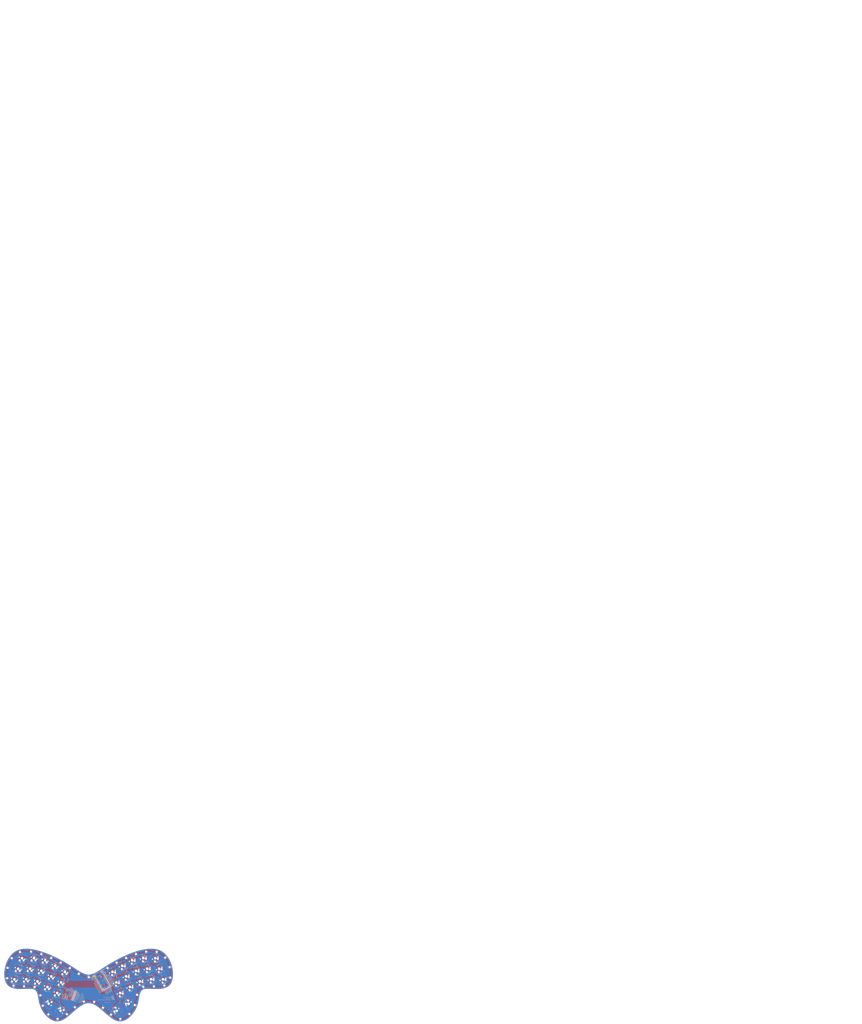
<source format=kicad_pcb>
(kicad_pcb (version 20221018) (generator pcbnew)
  (layers (0 "F.Cu" signal) (31 "B.Cu" signal) (34 "B.Paste" user) (35 "F.Paste" user) (36 "B.SilkS" user "B.Silkscreen") (37 "F.SilkS" user "F.Silkscreen") (38 "B.Mask" user) (39 "F.Mask" user) (44 "Edge.Cuts" user))
  (net 0 "")
  (net 1 "row1")
  (net 2 "Net-(D1-A)")
  (net 3 "row2")
  (net 4 "Net-(D2-A)")
  (net 5 "row3")
  (net 6 "Net-(D3-A)")
  (net 7 "Net-(D4-A)")
  (net 8 "Net-(D5-A)")
  (net 9 "Net-(D6-A)")
  (net 10 "Net-(D7-A)")
  (net 11 "Net-(D8-A)")
  (net 12 "Net-(D9-A)")
  (net 13 "Net-(D10-A)")
  (net 14 "Net-(D11-A)")
  (net 15 "Net-(D12-A)")
  (net 16 "row4")
  (net 17 "Net-(D13-A)")
  (net 18 "Net-(D14-A)")
  (net 19 "Net-(D15-A)")
  (net 20 "Net-(D16-A)")
  (net 21 "Net-(D17-A)")
  (net 22 "Net-(D18-A)")
  (net 23 "Net-(D19-A)")
  (net 24 "Net-(D20-A)")
  (net 25 "Net-(D21-A)")
  (net 26 "Net-(D22-A)")
  (net 27 "Net-(D23-A)")
  (net 28 "Net-(D24-A)")
  (net 29 "Net-(D25-A)")
  (net 30 "Net-(D26-A)")
  (net 31 "Net-(D27-A)")
  (net 32 "Net-(D28-A)")
  (net 33 "Net-(D29-A)")
  (net 34 "Net-(D30-A)")
  (net 35 "Net-(D31-A)")
  (net 36 "Net-(D32-A)")
  (net 37 "Net-(D33-A)")
  (net 38 "Net-(D34-A)")
  (net 39 "+5V")
  (net 40 "Net-(D35-DOUT)")
  (net 41 "GND")
  (net 42 "/leds/leds_din")
  (net 43 "Net-(D36-DOUT)")
  (net 44 "Net-(D37-DOUT)")
  (net 45 "Net-(D38-DOUT)")
  (net 46 "Net-(D39-DOUT)")
  (net 47 "Net-(D40-DOUT)")
  (net 48 "Net-(D41-DOUT)")
  (net 49 "Net-(D42-DOUT)")
  (net 50 "Net-(D43-DOUT)")
  (net 51 "Net-(D44-DOUT)")
  (net 52 "Net-(D45-DOUT)")
  (net 53 "Net-(D46-DOUT)")
  (net 54 "Net-(D47-DOUT)")
  (net 55 "Net-(D48-DOUT)")
  (net 56 "Net-(D49-DOUT)")
  (net 57 "Net-(D50-DOUT)")
  (net 58 "Net-(D51-DOUT)")
  (net 59 "Net-(D52-DOUT)")
  (net 60 "Net-(D53-DOUT)")
  (net 61 "Net-(D54-DOUT)")
  (net 62 "Net-(D55-DOUT)")
  (net 63 "Net-(D56-DOUT)")
  (net 64 "Net-(D57-DOUT)")
  (net 65 "Net-(D58-DOUT)")
  (net 66 "Net-(D59-DOUT)")
  (net 67 "Net-(D60-DOUT)")
  (net 68 "Net-(D61-DOUT)")
  (net 69 "Net-(D62-DOUT)")
  (net 70 "Net-(D63-DOUT)")
  (net 71 "Net-(D64-DOUT)")
  (net 72 "Net-(D65-DOUT)")
  (net 73 "Net-(D66-DOUT)")
  (net 74 "Net-(D67-DOUT)")
  (net 75 "Net-(D68-DOUT)")
  (net 76 "Net-(D69-DOUT)")
  (net 77 "Net-(D70-DOUT)")
  (net 78 "Net-(D71-DOUT)")
  (net 79 "Net-(D72-DOUT)")
  (net 80 "Net-(D73-DOUT)")
  (net 82 "+3.3V")
  (net 83 "sda")
  (net 84 "scl")
  (net 85 "ext1")
  (net 86 "ext2")
  (net 87 "ext3")
  (net 88 "ext4")
  (net 89 "ext5")
  (net 90 "ext6")
  (net 91 "ext7")
  (net 92 "ext8")
  (net 93 "ext9")
  (net 94 "col1")
  (net 95 "col2")
  (net 96 "col3")
  (net 97 "col4")
  (net 98 "col5")
  (net 99 "col6")
  (net 100 "col7")
  (net 101 "col8")
  (net 102 "col9")
  (net 103 "col10")
  (net 104 "Net-(U1-~{RST})")
  (footprint "footprints:sk6812-mini-e" (layer "F.Cu") (at 186.65 184.46 -140)
    (fp_text reference "D54")
    (fp_text value "SK6812-MINI-E")
    (fp_line (start -1.8 -1.6) (end -1.8 1.6) (stroke (width 0.12)) (layer "Edge.Cuts"))
    (fp_line (start -1.8 -1.6) (end 1.8 -1.6) (stroke (width 0.12)) (layer "Edge.Cuts"))
    (fp_line (start -1.8 1.6) (end 1.8 1.6) (stroke (width 0.12)) (layer "Edge.Cuts"))
    (fp_line (start 1.8 -1.6) (end 1.8 1.6) (stroke (width 0.12)) (layer "Edge.Cuts"))
  )
  (footprint "footprints:sk6812-mini-e" (layer "F.Cu") (at 112.71 90.46 -7)
    (fp_text reference "D41")
    (fp_text value "SK6812-MINI-E")
    (fp_line (start -1.8 -1.6) (end -1.8 1.6) (stroke (width 0.12)) (layer "Edge.Cuts"))
    (fp_line (start -1.8 -1.6) (end 1.8 -1.6) (stroke (width 0.12)) (layer "Edge.Cuts"))
    (fp_line (start -1.8 1.6) (end 1.8 1.6) (stroke (width 0.12)) (layer "Edge.Cuts"))
    (fp_line (start 1.8 -1.6) (end 1.8 1.6) (stroke (width 0.12)) (layer "Edge.Cuts"))
  )
  (footprint "footprints:sk6812-mini-e" (layer "F.Cu") (at 302.524063 149.786689 -162.5)
    (fp_text reference "D63")
    (fp_text value "SK6812-MINI-E")
    (fp_line (start -1.8 -1.6) (end -1.8 1.6) (stroke (width 0.12)) (layer "Edge.Cuts"))
    (fp_line (start -1.8 -1.6) (end 1.8 -1.6) (stroke (width 0.12)) (layer "Edge.Cuts"))
    (fp_line (start -1.8 1.6) (end 1.8 1.6) (stroke (width 0.12)) (layer "Edge.Cuts"))
    (fp_line (start 1.8 -1.6) (end 1.8 1.6) (stroke (width 0.12)) (layer "Edge.Cuts"))
  )
  (footprint "footprints:SW_Hotswap_Kailh_MX_plated_1.00u" (layer "F.Cu") (at 97.236361 101.402538 160)
    (fp_text reference "SW1")
    (fp_text value "SW_Push")
  )
  (footprint "footprints:SW_Hotswap_Kailh_MX_plated_1.50u_90deg" (layer "F.Cu") (at 162.33 190.4 -50)
    (fp_text reference "SW32")
    (fp_text value "SW_Push")
  )
  (footprint "footprints:sk6812-mini-e" (layer "F.Cu") (at 290.06 94.67 18)
    (fp_text reference "D71")
    (fp_text value "SK6812-MINI-E")
    (fp_line (start -1.8 -1.6) (end -1.8 1.6) (stroke (width 0.12)) (layer "Edge.Cuts"))
    (fp_line (start -1.8 -1.6) (end 1.8 -1.6) (stroke (width 0.12)) (layer "Edge.Cuts"))
    (fp_line (start -1.8 1.6) (end 1.8 1.6) (stroke (width 0.12)) (layer "Edge.Cuts"))
    (fp_line (start 1.8 -1.6) (end 1.8 1.6) (stroke (width 0.12)) (layer "Edge.Cuts"))
  )
  (footprint "footprints:SW_Hotswap_Kailh_MX_plated_1.00u" (layer "F.Cu") (at 256.816361 142.427462 -160)
    (fp_text reference "SW16")
    (fp_text value "SW_Push")
  )
  (footprint "footprints:sk6812-mini-e" (layer "F.Cu") (at 257.41 109.13 29.25)
    (fp_text reference "D73")
    (fp_text value "SK6812-MINI-E")
    (fp_line (start -1.8 -1.6) (end -1.8 1.6) (stroke (width 0.12)) (layer "Edge.Cuts"))
    (fp_line (start -1.8 -1.6) (end 1.8 -1.6) (stroke (width 0.12)) (layer "Edge.Cuts"))
    (fp_line (start -1.8 1.6) (end 1.8 1.6) (stroke (width 0.12)) (layer "Edge.Cuts"))
    (fp_line (start 1.8 -1.6) (end 1.8 1.6) (stroke (width 0.12)) (layer "Edge.Cuts"))
  )
  (footprint "footprints:sk6812-mini-e" (layer "F.Cu") (at 132.34 181.72 111)
    (fp_text reference "D50")
    (fp_text value "SK6812-MINI-E")
    (fp_line (start -1.8 -1.6) (end -1.8 1.6) (stroke (width 0.12)) (layer "Edge.Cuts"))
    (fp_line (start -1.8 -1.6) (end 1.8 -1.6) (stroke (width 0.12)) (layer "Edge.Cuts"))
    (fp_line (start -1.8 1.6) (end 1.8 1.6) (stroke (width 0.12)) (layer "Edge.Cuts"))
    (fp_line (start 1.8 -1.6) (end 1.8 1.6) (stroke (width 0.12)) (layer "Edge.Cuts"))
  )
  (footprint "footprints:sk6812-mini-e" (layer "F.Cu") (at 93.83 91.15 17.25)
    (fp_text reference "D42")
    (fp_text value "SK6812-MINI-E")
    (fp_line (start -1.8 -1.6) (end -1.8 1.6) (stroke (width 0.12)) (layer "Edge.Cuts"))
    (fp_line (start -1.8 -1.6) (end 1.8 -1.6) (stroke (width 0.12)) (layer "Edge.Cuts"))
    (fp_line (start -1.8 1.6) (end 1.8 1.6) (stroke (width 0.12)) (layer "Edge.Cuts"))
    (fp_line (start 1.8 -1.6) (end 1.8 1.6) (stroke (width 0.12)) (layer "Edge.Cuts"))
  )
  (footprint "footprints:sk6812-mini-e" (layer "F.Cu") (at 291.89 163.24 -102.75)
    (fp_text reference "D62")
    (fp_text value "SK6812-MINI-E")
    (fp_line (start -1.8 -1.6) (end -1.8 1.6) (stroke (width 0.12)) (layer "Edge.Cuts"))
    (fp_line (start -1.8 -1.6) (end 1.8 -1.6) (stroke (width 0.12)) (layer "Edge.Cuts"))
    (fp_line (start -1.8 1.6) (end 1.8 1.6) (stroke (width 0.12)) (layer "Edge.Cuts"))
    (fp_line (start 1.8 -1.6) (end 1.8 1.6) (stroke (width 0.12)) (layer "Edge.Cuts"))
  )
  (footprint "footprints:sk6812-mini-e" (layer "F.Cu") (at 130.04 94.71 -18.5)
    (fp_text reference "D40")
    (fp_text value "SK6812-MINI-E")
    (fp_line (start -1.8 -1.6) (end -1.8 1.6) (stroke (width 0.12)) (layer "Edge.Cuts"))
    (fp_line (start -1.8 -1.6) (end 1.8 -1.6) (stroke (width 0.12)) (layer "Edge.Cuts"))
    (fp_line (start -1.8 1.6) (end 1.8 1.6) (stroke (width 0.12)) (layer "Edge.Cuts"))
    (fp_line (start 1.8 -1.6) (end 1.8 1.6) (stroke (width 0.12)) (layer "Edge.Cuts"))
  )
  (footprint "footprints:SW_Hotswap_Kailh_MX_plated_1.00u" (layer "F.Cu") (at 123.366361 140.702538 160)
    (fp_text reference "SW23")
    (fp_text value "SW_Push")
  )
  (footprint "footprints:sk6812-mini-e" (layer "F.Cu") (at 146.68 101.23 -24.5)
    (fp_text reference "D39")
    (fp_text value "SK6812-MINI-E")
    (fp_line (start -1.8 -1.6) (end -1.8 1.6) (stroke (width 0.12)) (layer "Edge.Cuts"))
    (fp_line (start -1.8 -1.6) (end 1.8 -1.6) (stroke (width 0.12)) (layer "Edge.Cuts"))
    (fp_line (start -1.8 1.6) (end 1.8 1.6) (stroke (width 0.12)) (layer "Edge.Cuts"))
    (fp_line (start 1.8 -1.6) (end 1.8 1.6) (stroke (width 0.12)) (layer "Edge.Cuts"))
  )
  (footprint "footprints:sk6812-mini-e" (layer "F.Cu") (at 79.857439 101.544409 54)
    (fp_text reference "D43")
    (fp_text value "SK6812-MINI-E")
    (fp_line (start -1.8 -1.6) (end -1.8 1.6) (stroke (width 0.12)) (layer "Edge.Cuts"))
    (fp_line (start -1.8 -1.6) (end 1.8 -1.6) (stroke (width 0.12)) (layer "Edge.Cuts"))
    (fp_line (start -1.8 1.6) (end 1.8 1.6) (stroke (width 0.12)) (layer "Edge.Cuts"))
    (fp_line (start 1.8 -1.6) (end 1.8 1.6) (stroke (width 0.12)) (layer "Edge.Cuts"))
  )
  (footprint "Connector_PinHeader_2.54mm:PinHeader_2x07_P2.54mm_Vertical" (layer "F.Cu") (at 186.419796 157.318768 -20)
    (fp_text reference "J3")
    (fp_text value "Conn_02x07_Counter_Clockwise")
  )
  (footprint "footprints:SW_Hotswap_Kailh_MX_plated_1.00u" (layer "F.Cu") (at 283.633639 104.982538 -160)
    (fp_text reference "SW8")
    (fp_text value "SW_Push")
  )
  (footprint "footprints:sk6812-mini-e" (layer "F.Cu") (at 339.46 100.63 -53.75)
    (fp_text reference "D68")
    (fp_text value "SK6812-MINI-E")
    (fp_line (start -1.8 -1.6) (end -1.8 1.6) (stroke (width 0.12)) (layer "Edge.Cuts"))
    (fp_line (start -1.8 -1.6) (end 1.8 -1.6) (stroke (width 0.12)) (layer "Edge.Cuts"))
    (fp_line (start -1.8 1.6) (end 1.8 1.6) (stroke (width 0.12)) (layer "Edge.Cuts"))
    (fp_line (start 1.8 -1.6) (end 1.8 1.6) (stroke (width 0.12)) (layer "Edge.Cuts"))
  )
  (footprint "footprints:sk6812-mini-e" (layer "F.Cu") (at 100.7 149.08 -178.25)
    (fp_text reference "D47")
    (fp_text value "SK6812-MINI-E")
    (fp_line (start -1.8 -1.6) (end -1.8 1.6) (stroke (width 0.12)) (layer "Edge.Cuts"))
    (fp_line (start -1.8 -1.6) (end 1.8 -1.6) (stroke (width 0.12)) (layer "Edge.Cuts"))
    (fp_line (start -1.8 1.6) (end 1.8 1.6) (stroke (width 0.12)) (layer "Edge.Cuts"))
    (fp_line (start 1.8 -1.6) (end 1.8 1.6) (stroke (width 0.12)) (layer "Edge.Cuts"))
  )
  (footprint "footprints:SW_Hotswap_Kailh_MX_plated_1.00u" (layer "F.Cu") (at 335.763639 137.102538 -160)
    (fp_text reference "SW30")
    (fp_text value "SW_Push")
  )
  (footprint "footprints:SW_Hotswap_Kailh_MX_plated_1.00u" (layer "F.Cu") (at 163.183639 142.427462 160)
    (fp_text reference "SW15")
    (fp_text value "SW_Push")
  )
  (footprint "footprints:sk6812-mini-e" (layer "F.Cu") (at 320.42 149.13 178)
    (fp_text reference "D64")
    (fp_text value "SK6812-MINI-E")
    (fp_line (start -1.8 -1.6) (end -1.8 1.6) (stroke (width 0.12)) (layer "Edge.Cuts"))
    (fp_line (start -1.8 -1.6) (end 1.8 -1.6) (stroke (width 0.12)) (layer "Edge.Cuts"))
    (fp_line (start -1.8 1.6) (end 1.8 1.6) (stroke (width 0.12)) (layer "Edge.Cuts"))
    (fp_line (start 1.8 -1.6) (end 1.8 1.6) (stroke (width 0.12)) (layer "Edge.Cuts"))
  )
  (footprint "footprints:sk6812-mini-e" (layer "F.Cu") (at 178.08 118.27 -32)
    (fp_text reference "D37")
    (fp_text value "SK6812-MINI-E")
    (fp_line (start -1.8 -1.6) (end -1.8 1.6) (stroke (width 0.12)) (layer "Edge.Cuts"))
    (fp_line (start -1.8 -1.6) (end 1.8 -1.6) (stroke (width 0.12)) (layer "Edge.Cuts"))
    (fp_line (start -1.8 1.6) (end 1.8 1.6) (stroke (width 0.12)) (layer "Edge.Cuts"))
    (fp_line (start 1.8 -1.6) (end 1.8 1.6) (stroke (width 0.12)) (layer "Edge.Cuts"))
  )
  (footprint "footprints:SW_Hotswap_Kailh_MX_plated_1.00u" (layer "F.Cu") (at 90.736361 119.252538 160)
    (fp_text reference "SW11")
    (fp_text value "SW_Push")
  )
  (footprint "footprints:SW_Hotswap_Kailh_MX_plated_1.00u" (layer "F.Cu") (at 136.366361 105.002538 160)
    (fp_text reference "SW3")
    (fp_text value "SW_Push")
  )
  (footprint "footprints:SW_Hotswap_Kailh_MX_plated_1.00u" (layer "F.Cu") (at 140.196361 150.022538 160)
    (fp_text reference "SW24")
    (fp_text value "SW_Push")
  )
  (footprint "footprints:sk6812-mini-e" (layer "F.Cu") (at 193.22 127.82 -31)
    (fp_text reference "D36")
    (fp_text value "SK6812-MINI-E")
    (fp_line (start -1.8 -1.6) (end -1.8 1.6) (stroke (width 0.12)) (layer "Edge.Cuts"))
    (fp_line (start -1.8 -1.6) (end 1.8 -1.6) (stroke (width 0.12)) (layer "Edge.Cuts"))
    (fp_line (start -1.8 1.6) (end 1.8 1.6) (stroke (width 0.12)) (layer "Edge.Cuts"))
    (fp_line (start 1.8 -1.6) (end 1.8 1.6) (stroke (width 0.12)) (layer "Edge.Cuts"))
  )
  (footprint "footprints:SW_Hotswap_Kailh_MX_plated_1.00u" (layer "F.Cu") (at 104.48 137.03 160)
    (fp_text reference "SW22")
    (fp_text value "SW_Push")
  )
  (footprint "footprints:SW_Hotswap_Kailh_MX_plated_1.00u" (layer "F.Cu") (at 129.863639 122.857462 160)
    (fp_text reference "SW13")
    (fp_text value "SW_Push")
  )
  (footprint "footprints:SW_Hotswap_Kailh_MX_plated_1.00u" (layer "F.Cu") (at 296.623639 140.702538 -160)
    (fp_text reference "SW28")
    (fp_text value "SW_Push")
  )
  (footprint "footprints:sk6812-mini-e" (layer "F.Cu") (at 141.96 196.56 134.5)
    (fp_text reference "D51")
    (fp_text value "SK6812-MINI-E")
    (fp_line (start -1.8 -1.6) (end -1.8 1.6) (stroke (width 0.12)) (layer "Edge.Cuts"))
    (fp_line (start -1.8 -1.6) (end 1.8 -1.6) (stroke (width 0.12)) (layer "Edge.Cuts"))
    (fp_line (start -1.8 1.6) (end 1.8 1.6) (stroke (width 0.12)) (layer "Edge.Cuts"))
    (fp_line (start 1.8 -1.6) (end 1.8 1.6) (stroke (width 0.12)) (layer "Edge.Cuts"))
  )
  (footprint "footprints:SW_Hotswap_Kailh_MX_plated_1.00u" (layer "F.Cu") (at 142.32 178.47 -35)
    (fp_text reference "SW31")
    (fp_text value "SW_Push")
  )
  (footprint "footprints:sk6812-mini-e" (layer "F.Cu") (at 307.39 90.46 8.75)
    (fp_text reference "D70")
    (fp_text value "SK6812-MINI-E")
    (fp_line (start -1.8 -1.6) (end -1.8 1.6) (stroke (width 0.12)) (layer "Edge.Cuts"))
    (fp_line (start -1.8 -1.6) (end 1.8 -1.6) (stroke (width 0.12)) (layer "Edge.Cuts"))
    (fp_line (start -1.8 1.6) (end 1.8 1.6) (stroke (width 0.12)) (layer "Edge.Cuts"))
    (fp_line (start 1.8 -1.6) (end 1.8 1.6) (stroke (width 0.12)) (layer "Edge.Cuts"))
  )
  (footprint "footprints:SW_Hotswap_Kailh_MX_plated_1.00u" (layer "F.Cu") (at 322.763639 101.392538 -160)
    (fp_text reference "SW10")
    (fp_text value "SW_Push")
  )
  (footprint "footprints:SW_Hotswap_Kailh_MX_plated_1.00u" (layer "F.Cu") (at 329.253639 119.252538 -160)
    (fp_text reference "SW20")
    (fp_text value "SW_Push")
  )
  (footprint "footprints:sk6812-mini-e" (layer "F.Cu") (at 82.99 147.96 164.5)
    (fp_text reference "D46")
    (fp_text value "SK6812-MINI-E")
    (fp_line (start -1.8 -1.6) (end -1.8 1.6) (stroke (width 0.12)) (layer "Edge.Cuts"))
    (fp_line (start -1.8 -1.6) (end 1.8 -1.6) (stroke (width 0.12)) (layer "Edge.Cuts"))
    (fp_line (start -1.8 1.6) (end 1.8 1.6) (stroke (width 0.12)) (layer "Edge.Cuts"))
    (fp_line (start 1.8 -1.6) (end 1.8 1.6) (stroke (width 0.12)) (layer "Edge.Cuts"))
  )
  (footprint "footprints:SW_Hotswap_Kailh_MX_plated_1.00u" (layer "F.Cu") (at 263.296361 160.287462 -160)
    (fp_text reference "SW26")
    (fp_text value "SW_Push")
  )
  (footprint "footprints:SW_Hotswap_Kailh_MX_plated_1.00u" (layer "F.Cu") (at 146.696361 132.167462 160)
    (fp_text reference "SW14")
    (fp_text value "SW_Push")
  )
  (footprint "footprints:JST_SH_SM04B-SRSS-TB_1x04-1MP_P1.00mm_Horizontal" (layer "F.Cu") (at 178.495733 156.687573 70)
    (fp_text reference "J1")
    (fp_text value "Conn_01x04")
  )
  (footprint "footprints:SW_Hotswap_Kailh_MX_plated_1.00u" (layer "F.Cu") (at 84.246361 137.112538 160)
    (fp_text reference "SW21")
    (fp_text value "SW_Push")
  )
  (footprint "footprints:sk6812-mini-e" (layer "F.Cu") (at 288.04 180.67 -109.5)
    (fp_text reference "D61")
    (fp_text value "SK6812-MINI-E")
    (fp_line (start -1.8 -1.6) (end -1.8 1.6) (stroke (width 0.12)) (layer "Edge.Cuts"))
    (fp_line (start -1.8 -1.6) (end 1.8 -1.6) (stroke (width 0.12)) (layer "Edge.Cuts"))
    (fp_line (start -1.8 1.6) (end 1.8 1.6) (stroke (width 0.12)) (layer "Edge.Cuts"))
    (fp_line (start 1.8 -1.6) (end 1.8 1.6) (stroke (width 0.12)) (layer "Edge.Cuts"))
  )
  (footprint "footprints:SW_Hotswap_Kailh_MX_plated_1.00u" (layer "F.Cu") (at 277.68 178.47 35)
    (fp_text reference "SW34")
    (fp_text value "SW_Push")
  )
  (footprint "footprints:sk6812-mini-e" (layer "F.Cu") (at 162.68 109.17 -29)
    (fp_text reference "D38")
    (fp_text value "SK6812-MINI-E")
    (fp_line (start -1.8 -1.6) (end -1.8 1.6) (stroke (width 0.12)) (layer "Edge.Cuts"))
    (fp_line (start -1.8 -1.6) (end 1.8 -1.6) (stroke (width 0.12)) (layer "Edge.Cuts"))
    (fp_line (start -1.8 1.6) (end 1.8 1.6) (stroke (width 0.12)) (layer "Edge.Cuts"))
    (fp_line (start 1.8 -1.6) (end 1.8 1.6) (stroke (width 0.12)) (layer "Edge.Cuts"))
  )
  (footprint "footprints:SW_Hotswap_Kailh_MX_plated_1.00u" (layer "F.Cu") (at 273.306361 132.167462 -160)
    (fp_text reference "SW17")
    (fp_text value "SW_Push")
  )
  (footprint "footprints:sk6812-mini-e" (layer "F.Cu") (at 157.47 203.98 -177.5)
    (fp_text reference "D52")
    (fp_text value "SK6812-MINI-E")
    (fp_line (start -1.8 -1.6) (end -1.8 1.6) (stroke (width 0.12)) (layer "Edge.Cuts"))
    (fp_line (start -1.8 -1.6) (end 1.8 -1.6) (stroke (width 0.12)) (layer "Edge.Cuts"))
    (fp_line (start -1.8 1.6) (end 1.8 1.6) (stroke (width 0.12)) (layer "Edge.Cuts"))
    (fp_line (start 1.8 -1.6) (end 1.8 1.6) (stroke (width 0.12)) (layer "Edge.Cuts"))
  )
  (footprint "footprints:SW_Hotswap_Kailh_MX_plated_1.00u" (layer "F.Cu") (at 315.5 137.02 -160)
    (fp_text reference "SW29")
    (fp_text value "SW_Push")
  )
  (footprint "footprints:sk6812-mini-e" (layer "F.Cu") (at 173.05 196.1 -141)
    (fp_text reference "D53")
    (fp_text value "SK6812-MINI-E")
    (fp_line (start -1.8 -1.6) (end -1.8 1.6) (stroke (width 0.12)) (layer "Edge.Cuts"))
    (fp_line (start -1.8 -1.6) (end 1.8 -1.6) (stroke (width 0.12)) (layer "Edge.Cuts"))
    (fp_line (start -1.8 1.6) (end 1.8 1.6) (stroke (width 0.12)) (layer "Edge.Cuts"))
    (fp_line (start 1.8 -1.6) (end 1.8 1.6) (stroke (width 0.12)) (layer "Edge.Cuts"))
  )
  (footprint "footprints:SW_Hotswap_Kailh_MX_plated_1.00u" (layer "F.Cu") (at 279.803639 150.032538 -160)
    (fp_text reference "SW27")
    (fp_text value "SW_Push")
  )
  (footprint "footprints:sk6812-mini-e" (layer "F.Cu") (at 325.083051 90.860915 -13)
    (fp_text reference "D69")
    (fp_text value "SK6812-MINI-E")
    (fp_line (start -1.8 -1.6) (end -1.8 1.6) (stroke (width 0.12)) (layer "Edge.Cuts"))
    (fp_line (start -1.8 -1.6) (end 1.8 -1.6) (stroke (width 0.12)) (layer "Edge.Cuts"))
    (fp_line (start -1.8 1.6) (end 1.8 1.6) (stroke (width 0.12)) (layer "Edge.Cuts"))
    (fp_line (start 1.8 -1.6) (end 1.8 1.6) (stroke (width 0.12)) (layer "Edge.Cuts"))
  )
  (footprint "footprints:sk6812-mini-e" (layer "F.Cu") (at 219.34 175.28 155.5)
    (fp_text reference "D56")
    (fp_text value "SK6812-MINI-E")
    (fp_line (start -1.8 -1.6) (end -1.8 1.6) (stroke (width 0.12)) (layer "Edge.Cuts"))
    (fp_line (start -1.8 -1.6) (end 1.8 -1.6) (stroke (width 0.12)) (layer "Edge.Cuts"))
    (fp_line (start -1.8 1.6) (end 1.8 1.6) (stroke (width 0.12)) (layer "Edge.Cuts"))
    (fp_line (start 1.8 -1.6) (end 1.8 1.6) (stroke (width 0.12)) (layer "Edge.Cuts"))
  )
  (footprint "footprints:SW_Hotswap_Kailh_MX_plated_1.00u" (layer "F.Cu") (at 266.81 114.31 -160)
    (fp_text reference "SW7")
    (fp_text value "SW_Push")
  )
  (footprint "footprints:SW_Hotswap_Kailh_MX_plated_1.50u_90deg" (layer "F.Cu") (at 257.67 190.4 50)
    (fp_text reference "SW33")
    (fp_text value "SW_Push")
  )
  (footprint "footprints:sk6812-mini-e" (layer "F.Cu") (at 242.01 118.21 32.5)
    (fp_text reference "D74")
    (fp_text value "SK6812-MINI-E")
    (fp_line (start -1.8 -1.6) (end -1.8 1.6) (stroke (width 0.12)) (layer "Edge.Cuts"))
    (fp_line (start -1.8 -1.6) (end 1.8 -1.6) (stroke (width 0.12)) (layer "Edge.Cuts"))
    (fp_line (start -1.8 1.6) (end 1.8 1.6) (stroke (width 0.12)) (layer "Edge.Cuts"))
    (fp_line (start 1.8 -1.6) (end 1.8 1.6) (stroke (width 0.12)) (layer "Edge.Cuts"))
  )
  (footprint "footprints:Helios" (layer "F.Cu") (at 233.18 139.63 30)
    (fp_text reference "U1")
    (fp_text value "0xcb_Helios")
  )
  (footprint "footprints:sk6812-mini-e" (layer "F.Cu") (at 278.84 195.74 -134)
    (fp_text reference "D60")
    (fp_text value "SK6812-MINI-E")
    (fp_line (start -1.8 -1.6) (end -1.8 1.6) (stroke (width 0.12)) (layer "Edge.Cuts"))
    (fp_line (start -1.8 -1.6) (end 1.8 -1.6) (stroke (width 0.12)) (layer "Edge.Cuts"))
    (fp_line (start -1.8 1.6) (end 1.8 1.6) (stroke (width 0.12)) (layer "Edge.Cuts"))
    (fp_line (start 1.8 -1.6) (end 1.8 1.6) (stroke (width 0.12)) (layer "Edge.Cuts"))
  )
  (footprint "footprints:sk6812-mini-e" (layer "F.Cu") (at 234.23 185.2 140.25)
    (fp_text reference "D57")
    (fp_text value "SK6812-MINI-E")
    (fp_line (start -1.8 -1.6) (end -1.8 1.6) (stroke (width 0.12)) (layer "Edge.Cuts"))
    (fp_line (start -1.8 -1.6) (end 1.8 -1.6) (stroke (width 0.12)) (layer "Edge.Cuts"))
    (fp_line (start -1.8 1.6) (end 1.8 1.6) (stroke (width 0.12)) (layer "Edge.Cuts"))
    (fp_line (start 1.8 -1.6) (end 1.8 1.6) (stroke (width 0.12)) (layer "Edge.Cuts"))
  )
  (footprint "footprints:sk6812-mini-e" (layer "F.Cu") (at 210.05 133.63)
    (fp_text reference "D35")
    (fp_text value "SK6812-MINI-E")
    (fp_line (start -1.8 -1.6) (end -1.8 1.6) (stroke (width 0.12)) (layer "Edge.Cuts"))
    (fp_line (start -1.8 -1.6) (end 1.8 -1.6) (stroke (width 0.12)) (layer "Edge.Cuts"))
    (fp_line (start -1.8 1.6) (end 1.8 1.6) (stroke (width 0.12)) (layer "Edge.Cuts"))
    (fp_line (start 1.8 -1.6) (end 1.8 1.6) (stroke (width 0.12)) (layer "Edge.Cuts"))
  )
  (footprint "footprints:SW_Hotswap_Kailh_MX_plated_1.00u" (layer "F.Cu") (at 290.123639 122.852538 -160)
    (fp_text reference "SW18")
    (fp_text value "SW_Push")
  )
  (footprint "footprints:JST_SH_SM08B-SRSS-TB_1x08-1MP_P1.00mm_Horizontal" (layer "F.Cu") (at 174.539773 167.578188 70)
    (fp_text reference "J2")
    (fp_text value "Conn_01x08")
  )
  (footprint "footprints:sk6812-mini-e" (layer "F.Cu") (at 201.73 174.85 -157.75)
    (fp_text reference "D55")
    (fp_text value "SK6812-MINI-E")
    (fp_line (start -1.8 -1.6) (end -1.8 1.6) (stroke (width 0.12)) (layer "Edge.Cuts"))
    (fp_line (start -1.8 -1.6) (end 1.8 -1.6) (stroke (width 0.12)) (layer "Edge.Cuts"))
    (fp_line (start -1.8 1.6) (end 1.8 1.6) (stroke (width 0.12)) (layer "Edge.Cuts"))
    (fp_line (start 1.8 -1.6) (end 1.8 1.6) (stroke (width 0.12)) (layer "Edge.Cuts"))
  )
  (footprint "footprints:sk6812-mini-e" (layer "F.Cu") (at 247.86 196.8 141)
    (fp_text reference "D58")
    (fp_text value "SK6812-MINI-E")
    (fp_line (start -1.8 -1.6) (end -1.8 1.6) (stroke (width 0.12)) (layer "Edge.Cuts"))
    (fp_line (start -1.8 -1.6) (end 1.8 -1.6) (stroke (width 0.12)) (layer "Edge.Cuts"))
    (fp_line (start -1.8 1.6) (end 1.8 1.6) (stroke (width 0.12)) (layer "Edge.Cuts"))
    (fp_line (start 1.8 -1.6) (end 1.8 1.6) (stroke (width 0.12)) (layer "Edge.Cuts"))
  )
  (footprint "footprints:sk6812-mini-e" (layer "F.Cu") (at 128.35 164.34 101)
    (fp_text reference "D49")
    (fp_text value "SK6812-MINI-E")
    (fp_line (start -1.8 -1.6) (end -1.8 1.6) (stroke (width 0.12)) (layer "Edge.Cuts"))
    (fp_line (start -1.8 -1.6) (end 1.8 -1.6) (stroke (width 0.12)) (layer "Edge.Cuts"))
    (fp_line (start -1.8 1.6) (end 1.8 1.6) (stroke (width 0.12)) (layer "Edge.Cuts"))
    (fp_line (start 1.8 -1.6) (end 1.8 1.6) (stroke (width 0.12)) (layer "Edge.Cuts"))
  )
  (footprint "footprints:SW_Hotswap_Kailh_MX_plated_1.00u" (layer "F.Cu") (at 309.013639 119.162538 -160)
    (fp_text reference "SW19")
    (fp_text value "SW_Push")
  )
  (footprint "footprints:SW_Hotswap_Kailh_MX_plated_1.00u" (layer "F.Cu") (at 169.68 124.56 160)
    (fp_text reference "SW5")
    (fp_text value "SW_Push")
  )
  (footprint "footprints:sk6812-mini-e" (layer "F.Cu") (at 338.08 147.65 -160)
    (fp_text reference "D65")
    (fp_text value "SK6812-MINI-E")
    (fp_line (start -1.8 -1.6) (end -1.8 1.6) (stroke (width 0.12)) (layer "Edge.Cuts"))
    (fp_line (start -1.8 -1.6) (end 1.8 -1.6) (stroke (width 0.12)) (layer "Edge.Cuts"))
    (fp_line (start -1.8 1.6) (end 1.8 1.6) (stroke (width 0.12)) (layer "Edge.Cuts"))
    (fp_line (start 1.8 -1.6) (end 1.8 1.6) (stroke (width 0.12)) (layer "Edge.Cuts"))
  )
  (footprint "footprints:SW_Hotswap_Kailh_MX_plated_1.00u" (layer "F.Cu") (at 153.196361 114.322538 160)
    (fp_text reference "SW4")
    (fp_text value "SW_Push")
  )
  (footprint "footprints:SW_Hotswap_Kailh_MX_plated_1.00u" (layer "F.Cu") (at 302.513639 101.312538 -160)
    (fp_text reference "SW9")
    (fp_text value "SW_Push")
  )
  (footprint "footprints:sk6812-mini-e" (layer "F.Cu") (at 348.002391 134.317698 -100)
    (fp_text reference "D66")
    (fp_text value "SK6812-MINI-E")
    (fp_line (start -1.8 -1.6) (end -1.8 1.6) (stroke (width 0.12)) (layer "Edge.Cuts"))
    (fp_line (start -1.8 -1.6) (end 1.8 -1.6) (stroke (width 0.12)) (layer "Edge.Cuts"))
    (fp_line (start -1.8 1.6) (end 1.8 1.6) (stroke (width 0.12)) (layer "Edge.Cuts"))
    (fp_line (start 1.8 -1.6) (end 1.8 1.6) (stroke (width 0.12)) (layer "Edge.Cuts"))
  )
  (footprint "footprints:SW_Hotswap_Kailh_MX_plated_1.00u" (layer "F.Cu") (at 117.49 101.31 160)
    (fp_text reference "SW2")
    (fp_text value "SW_Push")
  )
  (footprint "footprints:sk6812-mini-e" (layer "F.Cu") (at 118.56 150.18 162)
    (fp_text reference "D48")
    (fp_text value "SK6812-MINI-E")
    (fp_line (start -1.8 -1.6) (end -1.8 1.6) (stroke (width 0.12)) (layer "Edge.Cuts"))
    (fp_line (start -1.8 -1.6) (end 1.8 -1.6) (stroke (width 0.12)) (layer "Edge.Cuts"))
    (fp_line (start -1.8 1.6) (end 1.8 1.6) (stroke (width 0.12)) (layer "Edge.Cuts"))
    (fp_line (start 1.8 -1.6) (end 1.8 1.6) (stroke (width 0.12)) (layer "Edge.Cuts"))
  )
  (footprint "footprints:sk6812-mini-e" (layer "F.Cu") (at 72.198542 135.424747 102)
    (fp_text reference "D45")
    (fp_text value "SK6812-MINI-E")
    (fp_line (start -1.8 -1.6) (end -1.8 1.6) (stroke (width 0.12)) (layer "Edge.Cuts"))
    (fp_line (start -1.8 -1.6) (end 1.8 -1.6) (stroke (width 0.12)) (layer "Edge.Cuts"))
    (fp_line (start -1.8 1.6) (end 1.8 1.6) (stroke (width 0.12)) (layer "Edge.Cuts"))
    (fp_line (start 1.8 -1.6) (end 1.8 1.6) (stroke (width 0.12)) (layer "Edge.Cuts"))
  )
  (footprint "footprints:sk6812-mini-e" (layer "F.Cu") (at 273.42 101.17 23.5)
    (fp_text reference "D72")
    (fp_text value "SK6812-MINI-E")
    (fp_line (start -1.8 -1.6) (end -1.8 1.6) (stroke (width 0.12)) (layer "Edge.Cuts"))
    (fp_line (start -1.8 -1.6) (end 1.8 -1.6) (stroke (width 0.12)) (layer "Edge.Cuts"))
    (fp_line (start -1.8 1.6) (end 1.8 1.6) (stroke (width 0.12)) (layer "Edge.Cuts"))
    (fp_line (start 1.8 -1.6) (end 1.8 1.6) (stroke (width 0.12)) (layer "Edge.Cuts"))
  )
  (footprint "footprints:SW_Hotswap_Kailh_MX_plated_1.00u" (layer "F.Cu") (at 110.983639 119.167462 160)
    (fp_text reference "SW12")
    (fp_text value "SW_Push")
  )
  (footprint "footprints:SW_Hotswap_Kailh_MX_plated_1.00u" (layer "F.Cu") (at 156.69 160.28 160)
    (fp_text reference "SW25")
    (fp_text value "SW_Push")
  )
  (footprint "footprints:sk6812-mini-e" (layer "F.Cu") (at 72.83 117.77 76.5)
    (fp_text reference "D44")
    (fp_text value "SK6812-MINI-E")
    (fp_line (start -1.8 -1.6) (end -1.8 1.6) (stroke (width 0.12)) (layer "Edge.Cuts"))
    (fp_line (start -1.8 -1.6) (end 1.8 -1.6) (stroke (width 0.12)) (layer "Edge.Cuts"))
    (fp_line (start -1.8 1.6) (end 1.8 1.6) (stroke (width 0.12)) (layer "Edge.Cuts"))
    (fp_line (start 1.8 -1.6) (end 1.8 1.6) (stroke (width 0.12)) (layer "Edge.Cuts"))
  )
  (footprint "footprints:SW_Hotswap_Kailh_MX_plated_1.00u" (layer "F.Cu") (at 250.32 124.562538 -160)
    (fp_text reference "SW6")
    (fp_text value "SW_Push")
  )
  (footprint "footprints:sk6812-mini-e" (layer "F.Cu") (at 346.94 116.65 -75)
    (fp_text reference "D67")
    (fp_text value "SK6812-MINI-E")
    (fp_line (start -1.8 -1.6) (end -1.8 1.6) (stroke (width 0.12)) (layer "Edge.Cuts"))
    (fp_line (start -1.8 -1.6) (end 1.8 -1.6) (stroke (width 0.12)) (layer "Edge.Cuts"))
    (fp_line (start -1.8 1.6) (end 1.8 1.6) (stroke (width 0.12)) (layer "Edge.Cuts"))
    (fp_line (start 1.8 -1.6) (end 1.8 1.6) (stroke (width 0.12)) (layer "Edge.Cuts"))
  )
  (footprint "footprints:sk6812-mini-e" (layer "F.Cu") (at 263.63 203.96 -177)
    (fp_text reference "D59")
    (fp_text value "SK6812-MINI-E")
    (fp_line (start -1.8 -1.6) (end -1.8 1.6) (stroke (width 0.12)) (layer "Edge.Cuts"))
    (fp_line (start -1.8 -1.6) (end 1.8 -1.6) (stroke (width 0.12)) (layer "Edge.Cuts"))
    (fp_line (start -1.8 1.6) (end 1.8 1.6) (stroke (width 0.12)) (layer "Edge.Cuts"))
    (fp_line (start 1.8 -1.6) (end 1.8 1.6) (stroke (width 0.12)) (layer "Edge.Cuts"))
  )
  (footprint "footprints:D_SOD-123_RIGHT" (layer "B.Cu") (at 325.642523 96.941434 20)
    (fp_text reference "D10")
    (fp_text value "1N4148")
  )
  (footprint "footprints:D_SOD-123_LEFT" (layer "B.Cu") (at 164.61 138.47 160)
    (fp_text reference "D15")
    (fp_text value "1N4148")
  )
  (footprint "footprints:D_SOD-123_LEFT" (layer "B.Cu") (at 105.92 133.06 160)
    (fp_text reference "D22")
    (fp_text value "1N4148")
  )
  (footprint "footprints:D_SOD-123_LEFT" (layer "B.Cu") (at 148.09 128.19 160)
    (fp_text reference "D14")
    (fp_text value "1N4148")
  )
  (footprint "footprints:D_SOD-123_RIGHT" (layer "B.Cu") (at 265.39 110.34 20)
    (fp_text reference "D7")
    (fp_text value "1N4148")
  )
  (footprint "footprints:D_SOD-123_LEFT" (layer "B.Cu") (at 137.77 101.15 160)
    (fp_text reference "D3")
    (fp_text value "1N4148")
  )
  (footprint "footprints:D_SOD-123_LEFT" (layer "B.Cu") (at 131.3 118.89 160)
    (fp_text reference "D13")
    (fp_text value "1N4148")
  )
  (footprint "footprints:D_SOD-123_LEFT" (layer "B.Cu") (at 85.66 133.14 160)
    (fp_text reference "D21")
    (fp_text value "1N4148")
  )
  (footprint "footprints:D_SOD-123_RIGHT" (layer "B.Cu") (at 314.05 133.09 20)
    (fp_text reference "D29")
    (fp_text value "1N4148")
  )
  (footprint "footprints:D_SOD-123_RIGHT" (layer "B.Cu") (at 334.33 133.17 20)
    (fp_text reference "D30")
    (fp_text value "1N4148")
  )
  (footprint "footprints:D_SOD-123_LEFT" (layer "B.Cu") (at 169.73 184.4 -50)
    (fp_text reference "D32")
    (fp_text value "1N4148")
  )
  (footprint "footprints:D_SOD-123_RIGHT" (layer "B.Cu") (at 261.84 156.341434 20)
    (fp_text reference "D26")
    (fp_text value "1N4148")
  )
  (footprint "footprints:D_SOD-123_RIGHT" (layer "B.Cu") (at 288.67 118.89 20)
    (fp_text reference "D18")
    (fp_text value "1N4148")
  )
  (footprint "footprints:D_SOD-123_LEFT" (layer "B.Cu") (at 124.78 136.73 160)
    (fp_text reference "D23")
    (fp_text value "1N4148")
  )
  (footprint "footprints:D_SOD-123_LEFT" (layer "B.Cu") (at 118.92 97.35 160)
    (fp_text reference "D2")
    (fp_text value "1N4148")
  )
  (footprint "footprints:D_SOD-123_RIGHT" (layer "B.Cu") (at 272.31 170.6 35)
    (fp_text reference "D34")
    (fp_text value "1N4148")
  )
  (footprint "footprints:D_SOD-123_RIGHT" (layer "B.Cu") (at 282.2 101.02 20)
    (fp_text reference "D8")
    (fp_text value "1N4148")
  )
  (footprint "footprints:D_SOD-123_LEFT" (layer "B.Cu") (at 154.62 110.36 160)
    (fp_text reference "D4")
    (fp_text value "1N4148")
  )
  (footprint "footprints:D_SOD-123_LEFT" (layer "B.Cu") (at 94.4 96.92 160)
    (fp_text reference "D1")
    (fp_text value "1N4148")
  )
  (footprint "footprints:D_SOD-123_RIGHT" (layer "B.Cu") (at 250.45 184.14 -130)
    (fp_text reference "D33")
    (fp_text value "1N4148")
  )
  (footprint "footprints:butterfly" (layer "B.Cu") (at 250.52 168.27 180)
    (fp_text reference "G***" hide)
    (fp_text value "LOGO" hide)
  )
  (footprint "footprints:D_SOD-123_LEFT" (layer "B.Cu") (at 141.64 146.06 160)
    (fp_text reference "D24")
    (fp_text value "1N4148")
  )
  (footprint "footprints:D_SOD-123_LEFT" (layer "B.Cu") (at 92.17 115.28 160)
    (fp_text reference "D11")
    (fp_text value "1N4148")
  )
  (footprint "footprints:D_SOD-123_RIGHT" (layer "B.Cu") (at 307.58 115.2 20)
    (fp_text reference "D19")
    (fp_text value "1N4148")
  )
  (footprint "footprints:D_SOD-123_RIGHT" (layer "B.Cu") (at 271.87 128.19 20)
    (fp_text reference "D17")
    (fp_text value "1N4148")
  )
  (footprint "footprints:D_SOD-123_RIGHT" (layer "B.Cu") (at 295.16 136.74 20)
    (fp_text reference "D28")
    (fp_text value "1N4148")
  )
  (footprint "footprints:D_SOD-123_RIGHT" (layer "B.Cu") (at 301.07 97.35 20)
    (fp_text reference "D9")
    (fp_text value "1N4148")
  )
  (footprint "footprints:D_SOD-123_LEFT" (layer "B.Cu") (at 171.12 120.59 160)
    (fp_text reference "D5")
    (fp_text value "1N4148")
  )
  (footprint "footprints:D_SOD-123_RIGHT" (layer "B.Cu") (at 327.81 115.3 20)
    (fp_text reference "D20")
    (fp_text value "1N4148")
  )
  (footprint "footprints:D_SOD-123_RIGHT" (layer "B.Cu") (at 248.87 120.62 20)
    (fp_text reference "D6")
    (fp_text value "1N4148")
  )
  (footprint "footprints:D_SOD-123_RIGHT" (layer "B.Cu") (at 278.36 146.07 20)
    (fp_text reference "D27")
    (fp_text value "1N4148")
  )
  (footprint "footprints:D_SOD-123_LEFT" (layer "B.Cu") (at 158.12 156.31 160)
    (fp_text reference "D25")
    (fp_text value "1N4148")
  )
  (footprint "Resistor_SMD:R_0805_2012Metric_Pad1.20x1.40mm_HandSolder" (layer "B.Cu") (at 179.97 155.61 -110)
    (fp_text reference "R1")
    (fp_text value "4.7k")
  )
  (footprint "footprints:D_SOD-123_RIGHT" (layer "B.Cu") (at 255.38 138.46 20)
    (fp_text reference "D16")
    (fp_text value "1N4148")
  )
  (footprint "footprints:D_SOD-123_LEFT" (layer "B.Cu") (at 112.4 115.21 160)
    (fp_text reference "D12")
    (fp_text value "1N4148")
  )
  (footprint "Resistor_SMD:R_0805_2012Metric_Pad1.20x1.40mm_HandSolder" (layer "B.Cu") (at 182.44 155.44 -110)
    (fp_text reference "R2")
    (fp_text value "4.7k")
  )
  (footprint "Button_Switch_SMD:SW_SPST_TL3342" (layer "B.Cu") (at 230.36 134.69 -150)
    (fp_text reference "SW35")
    (fp_text value "SW_Push")
  )
  (footprint "footprints:D_SOD-123_LEFT" (layer "B.Cu") (at 147.92 170.79 145)
    (fp_text reference "D31")
    (fp_text value "1N4148")
  )
  (gr_circle (center 103.83 95.52) (end 109.83 95.52) (stroke (width 0.2) (type dot)) (fill none) (layer "B.SilkS"))
  (gr_circle (center 210 148) (end 216 148) (stroke (width 0.2) (type dot)) (fill none) (layer "B.SilkS"))
  (gr_circle (center 78.02 128.01) (end 84.02 128.01) (stroke (width 0.2) (type dot)) (fill none) (layer "B.SilkS"))
  (gr_circle (center 316.17 95.52) (end 322.17 95.52) (stroke (width 0.2) (type dot)) (fill none) (layer "B.SilkS"))
  (gr_circle (center 272 190) (end 278 190) (stroke (width 0.2) (type dot)) (fill none) (layer "B.SilkS"))
  (gr_circle (center 148 190) (end 154 190) (stroke (width 0.2) (type dot)) (fill none) (layer "B.SilkS"))
  (gr_circle (center 341.41 127.46) (end 347.41 127.46) (stroke (width 0.2) (type dot)) (fill none) (layer "B.SilkS"))
  (gr_curve (pts (xy 291.71487 183.00892) (xy 297.05856 169.06031) (xy 293.66728 156.37584) (xy 304.18311 153.73151)) (stroke (width 0.2)) (layer "Edge.Cuts"))
  (gr_curve (pts (xy 166.31654 106.34298) (xy 143.66314 93.760402) (xy 108.86901 79.061338) (xy 88.531403 88.631519)) (stroke (width 0.2)) (layer "Edge.Cuts"))
  (gr_curve (pts (xy 71.586907 145.26281) (xy 80.858531 158.48386) (xy 105.2806 151.08753) (xy 115.7963 153.73178)) (stroke (width 0.2)) (layer "Edge.Cuts"))
  (gr_curve (pts (xy 162.76414 207.29613) (xy 177.84145 202.42232) (xy 193.91504 177.46385) (xy 209.98992 177.46398)) (stroke (width 0.2)) (layer "Edge.Cuts"))
  (gr_curve (pts (xy 253.66362 106.34303) (xy 231.01023 118.9255) (xy 220.50014 129.38991) (xy 209.99 129.39)) (stroke (width 0.2)) (layer "Edge.Cuts"))
  (gr_curve (pts (xy 304.18311 153.73151) (xy 314.69895 151.08718) (xy 339.11978 158.48306) (xy 348.39186 145.26113)) (stroke (width 0.2)) (layer "Edge.Cuts"))
  (gr_curve (pts (xy 115.7963 153.73178) (xy 126.31199 156.37603) (xy 122.92087 169.06015) (xy 128.26476 183.00882)) (stroke (width 0.2)) (layer "Edge.Cuts"))
  (gr_curve (pts (xy 331.44826 88.631704) (xy 311.1109 79.061504) (xy 276.31702 93.760557) (xy 253.66362 106.34303)) (stroke (width 0.2)) (layer "Edge.Cuts"))
  (gr_curve (pts (xy 209.98992 177.46398) (xy 226.06479 177.46411) (xy 242.13863 202.42283) (xy 257.21584 207.29639)) (stroke (width 0.2)) (layer "Edge.Cuts"))
  (gr_curve (pts (xy 209.99 129.39) (xy 199.47986 129.39008) (xy 188.96993 118.92557) (xy 166.31654 106.34298)) (stroke (width 0.2)) (layer "Edge.Cuts"))
  (gr_curve (pts (xy 128.26476 183.00882) (xy 133.60865 196.95748) (xy 147.68683 212.16993) (xy 162.76414 207.29613)) (stroke (width 0.2)) (layer "Edge.Cuts"))
  (gr_curve (pts (xy 88.531403 88.631519) (xy 68.193791 98.2017) (xy 62.315283 132.04175) (xy 71.586907 145.26281)) (stroke (width 0.2)) (layer "Edge.Cuts"))
  (gr_curve (pts (xy 257.21584 207.29639) (xy 272.29305 212.16995) (xy 286.37118 196.95753) (xy 291.71487 183.00892)) (stroke (width 0.2)) (layer "Edge.Cuts"))
  (gr_curve (pts (xy 348.39186 145.26113) (xy 357.66394 132.0392) (xy 351.78563 98.201903) (xy 331.44826 88.631704)) (stroke (width 0.2)) (layer "Edge.Cuts"))
  (gr_text "EXT4/9" (at 181.06 166.87 340) (layer "B.SilkS") (effects (font (size 1 1)) (justify left bottom mirror)))
  (gr_text "EXT1/6" (at 190.33 175.74 340) (layer "B.SilkS") (effects (font (size 1 1)) (justify left bottom mirror)))
  (gr_text "EXT2/7" (at 225.74 156.36 30) (layer "B.SilkS") (effects (font (size 1 1)) (justify right bottom mirror)))
  (gr_text "COL7/28" (at 233.35 140.24 30) (layer "B.SilkS") (effects (font (size 1 1)) (justify right bottom mirror)))
  (gr_text "GND" (at 220.27 141.96 30) (layer "B.SilkS") (effects (font (size 1 1)) (justify right bottom mirror)))
  (gr_text "SCL/21" (at 194.79 163.68 340) (layer "B.SilkS") (effects (font (size 1 1)) (justify left bottom mirror)))
  (gr_text "EXT5/10" (at 192.95 171.16 340) (layer "B.SilkS") (effects (font (size 1 1)) (justify left bottom mirror)))
  (gr_text "EXT5/12" (at 236.65 157.06 300) (layer "B.SilkS") (effects (font (size 1 1)) (justify right bottom mirror)))
  (gr_text "SDA/" (at 183.69 159.59 340) (layer "B.SilkS") (effects (font (size 1 1)) (justify left bottom mirror)))
  (gr_text "EXT7/14" (at 241.04 154.53 300) (layer "B.SilkS") (effects (font (size 1 1)) (justify right bottom mirror)))
  (gr_text "COL9/25" (at 244.11 139.91 30) (layer "B.SilkS") (effects (font (size 1 1)) (justify right bottom mirror)))
  (gr_text "RGB/25" (at 235.98 152.24 75) (layer "B.SilkS") (effects (font (size 1 1)) (justify right bottom mirror)))
  (gr_text "GND" (at 236.47 126.69 30) (layer "B.SilkS") (effects (font (size 1 1)) (justify right bottom mirror)))
  (gr_text "EXT9/16" (at 245.43 152 300) (layer "B.SilkS") (effects (font (size 1 1)) (justify right bottom mirror)))
  (gr_text "COL1/3" (at 220.45 147.75 30) (layer "B.SilkS") (effects (font (size 1 1)) (justify right bottom mirror)))
  (gr_text "EXT1/6" (at 229.33 151.44 30) (layer "B.SilkS") (effects (font (size 1 1)) (justify left bottom mirror)))
  (gr_text "ROW1/11" (at 225.83 127.74 30) (layer "B.SilkS") (effects (font (size 1 1)) (justify right bottom mirror)))
  (gr_text "ROW4/5" (at 222.73 152.31 30) (layer "B.SilkS") (effects (font (size 1 1)) (justify right bottom mirror)))
  (gr_text "EXT6/13" (at 238.84 155.81 300) (layer "B.SilkS") (effects (font (size 1 1)) (justify left bottom)))
  (gr_text "COL8/27" (at 242.84 137.75 30) (layer "B.SilkS") (effects (font (size 1 1)) (justify right bottom mirror)))
  (gr_text "SDA/23" (at 240.58 150.75 30) (layer "B.SilkS") (effects (font (size 1 1)) (justify right bottom mirror)))
  (gr_text "5V" (at 235.19 124.5 30) (layer "B.SilkS") (effects (font (size 1 1)) (justify right bottom mirror)))
  (gr_text "April 2023\ngithub.com/jstevej/fidrildi3" (at 247 172.5) (layer "B.SilkS") (effects (font (size 1 1)) (justify left bottom mirror)))
  (gr_text "EXT2/7" (at 180.22 169.23 340) (layer "B.SilkS") (effects (font (size 1 1)) (justify left bottom mirror)))
  (gr_text "EXT6/13" (at 182 164.43 340) (layer "B.SilkS") (effects (font (size 1 1)) (justify left bottom mirror)))
  (gr_text "SCL/21" (at 249.15 148.65 30) (layer "B.SilkS") (effects (font (size 1 1)) (justify right bottom mirror)))
  (gr_text "EXT8/15" (at 182.81 162.09 340) (layer "B.SilkS") (effects (font (size 1 1)) (justify left bottom mirror)))
  (gr_text "23" (at 180.24 158.84 340) (layer "B.SilkS") (effects (font (size 1 1)) (justify left bottom mirror)))
  (gr_text "COL2/2" (at 219.12 145.46 30) (layer "B.SilkS") (effects (font (size 1 1)) (justify right bottom mirror)))
  (gr_text "RST" (at 237.69 128.9 30) (layer "B.SilkS") (effects (font (size 1 1)) (justify right bottom mirror)))
  (gr_text "COL5/10" (at 219.86 129.67 30) (layer "B.SilkS") (effects (font (size 1 1)) (justify right bottom mirror)))
  (gr_text "EXT3/8" (at 191.19 173.26 340) (layer "B.SilkS") (effects (font (size 1 1)) (justify left bottom mirror)))
  (gr_text "EXT9/16" (at 194.68 166.36 340) (layer "B.SilkS") (effects (font (size 1 1)) (justify left bottom mirror)))
  (gr_text "GND" (at 218.98 139.73 30) (layer "B.SilkS") (effects (font (size 1 1)) (justify right bottom mirror)))
  (gr_text "ROW2/4" (at 221.44 150.09 30) (layer "B.SilkS") (effects (font (size 1 1)) (justify right bottom mirror)))
  (gr_text "EXT7/14" (at 193.87 168.74 340) (layer "B.SilkS") (effects (font (size 1 1)) (justify left bottom mirror)))
  (gr_text "EXT8/15" (at 243.26 153.26 300) (layer "B.SilkS") (effects (font (size 1 1)) (justify right bottom mirror)))
  (gr_text "EXT4/9" (at 228.3 160.81 30) (layer "B.SilkS") (effects (font (size 1 1)) (justify right bottom mirror)))
  (gr_text "GND" (at 179.34 171.61 340) (layer "B.SilkS") (effects (font (size 1 1)) (justify left bottom mirror)))
  (gr_text "EXT3/8" (at 227.03 158.62 30) (layer "B.SilkS") (effects (font (size 1 1)) (justify right bottom mirror)))
  (gr_text "COL4/0" (at 214.06 136.75 30) (layer "B.SilkS") (effects (font (size 1 1)) (justify right bottom mirror)))
  (gr_text "COL3/1" (at 215.27 138.81 30) (layer "B.SilkS") (effects (font (size 1 1)) (justify right bottom mirror)))
  (gr_text "3V3" (at 192.93 160.35 340) (layer "B.SilkS") (effects (font (size 1 1)) (justify left bottom mirror)))
  (gr_text "COL10/22" (at 245.36 142.11 30) (layer "B.SilkS") (effects (font (size 1 1)) (justify right bottom mirror)))
  (gr_text "JLCJLCJLCJLC" (at 247 177) (layer "B.SilkS") (effects (font (size 1 1)) (justify left bottom mirror)))
  (gr_text "Fidrildi 3.0" (at 247 168.67) (layer "B.SilkS") (effects (font (size 1.6 1.6)) (justify left bottom mirror)))
  (gr_text "3V3" (at 239.06 131.1 30) (layer "B.SilkS") (effects (font (size 1 1)) (justify right bottom mirror)))
  (gr_text "ROW3/20" (at 246.58 144.32 30) (layer "B.SilkS") (effects (font (size 1 1)) (justify right bottom mirror)))
  (gr_text "COL6/29" (at 240.28 133.29 30) (layer "B.SilkS") (effects (font (size 1 1)) (justify right bottom mirror)))
  (gr_text "GND" (at 218.98 139.73 30) (layer "F.SilkS") (effects (font (size 1 1)) (justify left bottom)))
  (gr_text "SCL/21" (at 196.5 164.26 340) (layer "F.SilkS") (effects (font (size 1 1)) (justify left bottom)))
  (gr_text "EXT6/13" (at 238.84 155.81 300) (layer "F.SilkS") (effects (font (size 1 1)) (justify left bottom)))
  (gr_text "EXT5/12" (at 236.65 157.06 300) (layer "F.SilkS") (effects (font (size 1 1)) (justify left bottom)))
  (gr_text "SCL/21\nSDA/23\n3V3\nGND" (at 173.53 158.1 340) (layer "F.SilkS") (effects (font (size 1 1)) (justify right bottom)))
  (gr_text "GND" (at 236.47 126.69 30) (layer "F.SilkS") (effects (font (size 1 1)) (justify left bottom)))
  (gr_text "EXT4/9" (at 228.23 160.79 30) (layer "F.SilkS") (effects (font (size 1 1)) (justify left bottom)))
  (gr_text "ROW2/4" (at 221.34 150.09 30) (layer "F.SilkS") (effects (font (size 1 1)) (justify left bottom)))
  (gr_text "SCL/21" (at 249.15 148.65 30) (layer "F.SilkS") (effects (font (size 1 1)) (justify left bottom)))
  (gr_text "COL8/27" (at 242.84 137.75 30) (layer "F.SilkS") (effects (font (size 1 1)) (justify left bottom)))
  (gr_text "EXT1/6" (at 229.29 151.47 30) (layer "F.SilkS") (effects (font (size 1 1)) (justify right bottom)))
  (gr_text "RST" (at 237.69 128.9 30) (layer "F.SilkS") (effects (font (size 1 1)) (justify left bottom)))
  (gr_text "EXT2/7" (at 185.9 171.3 340) (layer "F.SilkS") (effects (font (size 1 1)) (justify left bottom)))
  (gr_text "COL9/25" (at 244.11 139.91 30) (layer "F.SilkS") (effects (font (size 1 1)) (justify left bottom)))
  (gr_text "EXT2/7" (at 225.66 156.45 30) (layer "F.SilkS") (effects (font (size 1 1)) (justify left bottom)))
  (gr_text "23" (at 253.16 143.93 30) (layer "F.SilkS") (effects (font (size 1 1)) (justify left bottom)))
  (gr_text "COL2/2" (at 219.12 145.46 30) (layer "F.SilkS") (effects (font (size 1 1)) (justify left bottom)))
  (gr_text "COL7/28" (at 241.57 135.54 30) (layer "F.SilkS") (effects (font (size 1 1)) (justify left bottom)))
  (gr_text "GND" (at 185.02 173.82 340) (layer "F.SilkS") (effects (font (size 1 1)) (justify left bottom)))
  (gr_text "3V3" (at 239.06 131.1 30) (layer "F.SilkS") (effects (font (size 1 1)) (justify left bottom)))
  (gr_text "3V3\nGND\nEXT6/13\nEXT5/10\nEXT4/9\nEXT3/8\nEXT2/7\nEXT1/6" (at 168.59 172.08 340) (layer "F.SilkS") (effects (font (size 1 1)) (justify right bottom)))
  (gr_text "EXT9/16" (at 195.58 166.66 340) (layer "F.SilkS") (effects (font (size 1 1)) (justify left bottom)))
  (gr_text "ROW1/11" (at 233.88 122.32 30) (layer "F.SilkS") (effects (font (size 1 1)) (justify left bottom)))
  (gr_text "EXT1/6" (at 192.11 176.21 340) (layer "F.SilkS") (effects (font (size 1 1)) (justify left bottom)))
  (gr_text "3V3" (at 190.38 159.42 340) (layer "F.SilkS") (effects (font (size 1 1)) (justify left bottom)))
  (gr_text "EXT7/14" (at 241.04 154.53 300) (layer "F.SilkS") (effects (font (size 1 1)) (justify left bottom)))
  (gr_text "SDA/" (at 247.97 146.56 30) (layer "F.SilkS") (effects (font (size 1 1)) (justify left bottom)))
  (gr_text "SDA/23" (at 189.42 161.74 340) (layer "F.SilkS") (effects (font (size 1 1)) (justify left bottom)))
  (gr_text "COL6/29" (at 240.28 133.29 30) (layer "F.SilkS") (effects (font (size 1 1)) (justify left bottom)))
  (gr_text "5V" (at 235.19 124.5 30) (layer "F.SilkS") (effects (font (size 1 1)) (justify left bottom)))
  (gr_text "EXT7/14" (at 194.72 169.05 340) (layer "F.SilkS") (effects (font (size 1 1)) (justify left bottom)))
  (gr_text "3V3" (at 197.53 161.78 340) (layer "F.SilkS") (effects (font (size 1 1)) (justify left bottom)))
  (gr_text "COL3/1" (at 215.27 138.81 30) (layer "F.SilkS") (effects (font (size 1 1)) (justify left bottom)))
  (gr_text "EXT3/8" (at 226.98 158.61 30) (layer "F.SilkS") (effects (font (size 1 1)) (justify left bottom)))
  (gr_text "EXT3/8" (at 192.96 173.85 340) (layer "F.SilkS") (effects (font (size 1 1)) (justify left bottom)))
  (gr_text "EXT8/15" (at 243.26 153.26 300) (layer "F.SilkS") (effects (font (size 1 1)) (justify left bottom)))
  (gr_text "ROW4/5" (at 222.68 152.33 30) (layer "F.SilkS") (effects (font (size 1 1)) (justify left bottom)))
  (gr_text "EXT5/10" (at 193.85 171.48 340) (layer "F.SilkS") (effects (font (size 1 1)) (justify left bottom)))
  (gr_text "EXT4/9" (at 186.76 168.9 340) (layer "F.SilkS") (effects (font (size 1 1)) (justify left bottom)))
  (gr_text "COL1/3" (at 220.45 147.75 30) (layer "F.SilkS") (effects (font (size 1 1)) (justify left bottom)))
  (gr_text "GND" (at 220.27 141.95 30) (layer "F.SilkS") (effects (font (size 1 1)) (justify left bottom)))
  (gr_text "ROW3/20" (at 246.58 144.32 30) (layer "F.SilkS") (effects (font (size 1 1)) (justify left bottom)))
  (gr_text "EXT9/16" (at 245.43 152 300) (layer "F.SilkS") (effects (font (size 1 1)) (justify left bottom)))
  (gr_text "COL4/0" (at 214.06 136.74 30) (layer "F.SilkS") (effects (font (size 1 1)) (justify left bottom)))
  (gr_text "EXT6/13" (at 187.63 166.46 340) (layer "F.SilkS") (effects (font (size 1 1)) (justify left bottom)))
  (gr_text "COL5/10" (at 218.08 131.57 30) (layer "F.SilkS") (effects (font (size 1 1)) (justify right bottom)))
  (gr_text "COL10/22" (at 245.36 142.11 30) (layer "F.SilkS") (effects (font (size 1 1)) (justify left bottom)))
  (gr_text "EXT8/15" (at 188.49 164.09 340) (layer "F.SilkS") (effects (font (size 1 1)) (justify left bottom)))
  (segment (start 154.85 111.58) (end 151.22 110.26) (width 0.25) (layer "F.Cu") (net 1))
  (segment (start 231.099751 133.489751) (end 229.829934 131.289934) (width 0.25) (layer "F.Cu") (net 1))
  (segment (start 300.84 98.57) (end 304.61 97.19) (width 0.25) (layer "F.Cu") (net 1))
  (segment (start 119.15 98.57) (end 115.53 97.25) (width 0.25) (layer "F.Cu") (net 1))
  (segment (start 230.76501 127.81) (end 229.829934 131.289934) (width 0.25) (layer "F.Cu") (net 1))
  (segment (start 281.969058 102.240942) (end 285.72 100.87) (width 0.25) (layer "F.Cu") (net 1))
  (segment (start 138 102.37) (end 134.38 101.05) (width 0.25) (layer "F.Cu") (net 1))
  (segment (start 171.33 121.82) (end 167.71 120.5) (width 0.25) (layer "F.Cu") (net 1))
  (segment (start 231.361536 125.59) (end 230.76501 127.81) (width 0.25) (layer "F.Cu") (net 1))
  (segment (start 175.69 136.82) (end 174.03 141.38) (width 0.25) (layer "F.Cu") (net 1))
  (segment (start 232.159114 122.621773) (end 231.361536 125.59) (width 0.25) (layer "F.Cu") (net 1))
  (via (at 115.53 97.25) (size 0.8) (drill 0.4) (layers "F.Cu" "B.Cu") (net 1))
  (via (at 285.72 100.87) (size 0.8) (drill 0.4) (layers "F.Cu" "B.Cu") (net 1))
  (via (at 300.84 98.57) (size 0.8) (drill 0.4) (layers "F.Cu" "B.Cu") (net 1))
  (via (at 281.969058 102.240942) (size 0.8) (drill 0.4) (layers "F.Cu" "B.Cu") (net 1))
  (via (at 231.361536 125.59) (size 0.8) (drill 0.4) (layers "F.Cu" "B.Cu") (net 1))
  (via (at 154.85 111.58) (size 0.8) (drill 0.4) (layers "F.Cu" "B.Cu") (net 1))
  (via (at 151.22 110.26) (size 0.8) (drill 0.4) (layers "F.Cu" "B.Cu") (net 1))
  (via (at 304.61 97.19) (size 0.8) (drill 0.4) (layers "F.Cu" "B.Cu") (net 1))
  (via (at 167.71 120.5) (size 0.8) (drill 0.4) (layers "F.Cu" "B.Cu") (net 1))
  (via (at 134.38 101.05) (size 0.8) (drill 0.4) (layers "F.Cu" "B.Cu") (net 1))
  (via (at 119.15 98.57) (size 0.8) (drill 0.4) (layers "F.Cu" "B.Cu") (net 1))
  (via (at 174.03 141.38) (size 0.8) (drill 0.4) (layers "F.Cu" "B.Cu") (net 1))
  (via (at 231.099751 133.489751) (size 0.8) (drill 0.4) (layers "F.Cu" "B.Cu") (net 1))
  (via (at 171.33 121.82) (size 0.8) (drill 0.4) (layers "F.Cu" "B.Cu") (net 1))
  (via (at 138 102.37) (size 0.8) (drill 0.4) (layers "F.Cu" "B.Cu") (net 1))
  (via (at 175.69 136.82) (size 0.8) (drill 0.4) (layers "F.Cu" "B.Cu") (net 1))
  (segment (start 263.792523 110.921434) (end 264.42 109.57) (width 0.25) (layer "B.Cu") (net 1))
  (segment (start 223.338165 141.657351) (end 174.33 141.66724) (width 0.25) (layer "B.Cu") (net 1))
  (segment (start 149.94 107.52048) (end 140.458561 104.071439) (width 0.25) (layer "B.Cu") (net 1))
  (segment (start 220.35 133.83) (end 220.02 135.09) (width 0.25) (layer "B.Cu") (net 1))
  (segment (start 264.42 109.57) (end 279.43 104.105915) (width 0.25) (layer "B.Cu") (net 1))
  (segment (start 289.94 101.396578) (end 287.459068 100.240932) (width 0.25) (layer "B.Cu") (net 1))
  (segment (start 139.367477 101.731434) (end 140.458561 104.071439) (width 0.25) (layer "B.Cu") (net 1))
  (segment (start 242.992535 126.622535) (end 231.099751 133.489751) (width 0.25) (layer "B.Cu") (net 1))
  (segment (start 174.33 141.66724) (end 174.03 141.38) (width 0.25) (layer "B.Cu") (net 1))
  (segment (start 127.01 100.294272) (end 129.33 99.21302) (width 0.25) (layer "B.Cu") (net 1))
  (segment (start 175.69 136.82) (end 178.717766 128.5) (width 0.25) (layer "B.Cu") (net 1))
  (segment (start 113.81 96.624059) (end 104.94 100.757932) (width 0.25) (layer "B.Cu") (net 1))
  (segment (start 156.217477 110.941434) (end 157.527341 113.752659) (width 0.25) (layer "B.Cu") (net 1))
  (segment (start 167.71 120.5) (end 165.999323 116.840677) (width 0.25) (layer "B.Cu") (net 1))
  (segment (start 247.272523 121.201434) (end 245.53 124.928365) (width 0.25) (layer "B.Cu") (net 1))
  (segment (start 115.53 97.25) (end 113.81 96.624059) (width 0.25) (layer "B.Cu") (net 1))
  (segment (start 243.426641 125.696641) (end 242.992535 126.622535) (width 0.25) (layer "B.Cu") (net 1))
  (segment (start 220.47417 136.72) (end 223.338165 141.657351) (width 0.25) (layer "B.Cu") (net 1))
  (segment (start 247.272523 121.201434) (end 247.942774 119.762774) (width 0.25) (layer "B.Cu") (net 1))
  (segment (start 324.045046 97.522868) (end 315.11647 93.36353) (width 0.25) (layer "B.Cu") (net 1))
  (segment (start 134.38 101.05) (end 129.33 99.21302) (width 0.25) (layer "B.Cu") (net 1))
  (segment (start 222.26 130.85) (end 231.361536 125.59) (width 0.25) (layer "B.Cu") (net 1))
  (segment (start 157.527341 113.752659) (end 165.999323 116.840677) (width 0.25) (layer "B.Cu") (net 1))
  (segment (start 172.717477 121.171434) (end 175.83 122.305632) (width 0.25) (layer "B.Cu") (net 1))
  (segment (start 120.517477 97.931434) (end 127.01 100.294272) (width 0.25) (layer "B.Cu") (net 1))
  (segment (start 280.602523 101.601434) (end 281.969058 102.240942) (width 0.25) (layer "B.Cu") (net 1))
  (segment (start 220.02 135.09) (end 220.633757 136.132943) (width 0.25) (layer "B.Cu") (net 1))
  (segment (start 247.942774 119.762774) (end 262.06 114.621897) (width 0.25) (layer "B.Cu") (net 1))
  (segment (start 220.35 133.83) (end 221.668114 133.068114) (width 0.25) (layer "B.Cu") (net 1))
  (segment (start 172.717477 121.171434) (end 171.33 121.82) (width 0.25) (layer "B.Cu") (net 1))
  (segment (start 178.717766 128.5) (end 175.83 122.305632) (width 0.25) (layer "B.Cu") (net 1))
  (segment (start 285.72 100.87) (end 287.459068 100.240932) (width 0.25) (layer "B.Cu") (net 1))
  (segment (start 95.997477 97.501434) (end 104.94 100.757932) (width 0.25) (layer "B.Cu") (net 1))
  (segment (start 300.84 98.57) (end 299.472523 97.931434) (width 0.25) (layer "B.Cu") (net 1))
  (segment (start 299.472523 97.931434) (end 289.94 101.396578) (width 0.25) (layer "B.Cu") (net 1))
  (segment (start 280.602523 101.601434) (end 279.43 104.105915) (width 0.25) (layer "B.Cu") (net 1))
  (segment (start 120.517477 97.931434) (end 119.15 98.57) (width 0.25) (layer "B.Cu") (net 1))
  (segment (start 151.22 110.26) (end 149.94 107.52048) (width 0.25) (layer "B.Cu") (net 1))
  (segment (start 139.367477 101.731434) (end 138 102.37) (width 0.25) (layer "B.Cu") (net 1))
  (segment (start 243.426641 125.696641) (end 245.53 124.928365) (width 0.25) (layer "B.Cu") (net 1))
  (segment (start 304.61 97.19) (end 315.11647 93.36353) (width 0.25) (layer "B.Cu") (net 1))
  (segment (start 263.792523 110.921434) (end 262.06 114.621897) (width 0.25) (layer "B.Cu") (net 1))
  (segment (start 221.668114 133.068114) (end 222.26 130.85) (width 0.25) (layer "B.Cu") (net 1))
  (segment (start 156.217477 110.941434) (end 154.85 111.58) (width 0.25) (layer "B.Cu") (net 1))
  (segment (start 220.633757 136.132943) (end 220.47417 136.72) (width 0.25) (layer "B.Cu") (net 1))
  (segment (start 93.86 103.65) (end 94.890167 100.82) (width 0.25) (layer "B.Cu") (net 2))
  (segment (start 93.86 103.65) (end 93.112079 105.307445) (width 0.25) (layer "B.Cu") (net 2))
  (segment (start 92.802523 96.338566) (end 94.890167 100.82) (width 0.25) (layer "B.Cu") (net 2))
  (segment (start 93.767477 115.861434) (end 104.089374 111.049374) (width 0.25) (layer "B.Cu") (net 3))
  (segment (start 287.706819 118.106819) (end 295.27 115.353331) (width 0.25) (layer "B.Cu") (net 3))
  (segment (start 227.850886 145.639705) (end 236.52439 147.96439) (width 0.25) (layer "B.Cu") (net 3))
  (segment (start 225.46 145) (end 224.57 143.460236) (width 0.25) (layer "B.Cu") (net 3))
  (segment (start 227.850886 145.639705) (end 225.46 145) (width 0.25) (layer "B.Cu") (net 3))
  (segment (start 113.997477 115.791434) (end 119.35 117.739859) (width 0.25) (layer "B.Cu") (net 3))
  (segment (start 166.207477 139.051434) (end 167.15163 139.403904) (width 0.25) (layer "B.Cu") (net 3))
  (segment (start 326.212523 115.881434) (end 315.86 111.054764) (width 0.25) (layer "B.Cu") (net 3))
  (segment (start 132.25 118.1) (end 124.57 115.30491) (width 0.25) (layer "B.Cu") (net 3))
  (segment (start 300.48 117.782535) (end 295.27 115.353331) (width 0.25) (layer "B.Cu") (net 3))
  (segment (start 253.782523 139.041434) (end 256.177265 133.897265) (width 0.25) (layer "B.Cu") (net 3))
  (segment (start 119.35 117.739859) (end 124.57 115.30491) (width 0.25) (layer "B.Cu") (net 3))
  (segment (start 305.982523 115.781434) (end 300.48 117.782535) (width 0.25) (layer "B.Cu") (net 3))
  (segment (start 287.072523 119.471434) (end 287.706819 118.106819) (width 0.25) (layer "B.Cu") (net 3))
  (segment (start 167.15163 139.403904) (end 169.051599 143.478401) (width 0.25) (layer "B.Cu") (net 3))
  (segment (start 244.8 143.19) (end 245.06 142.216247) (width 0.25) (layer "B.Cu") (net 3))
  (segment (start 270.272523 128.771434) (end 256.177265 133.897265) (width 0.25) (layer "B.Cu") (net 3))
  (segment (start 113.997477 115.791434) (end 113.36 114.42) (width 0.25) (layer "B.Cu") (net 3))
  (segment (start 270.272523 128.771434) (end 272.06 124.936238) (width 0.25) (layer "B.Cu") (net 3))
  (segment (start 149.687477 128.771434) (end 147.89 124.932232) (width 0.25) (layer "B.Cu") (net 3))
  (segment (start 253.782523 139.041434) (end 245.06 142.216247) (width 0.25) (layer "B.Cu") (net 3))
  (segment (start 305.982523 115.781434) (end 306.62 114.42) (width 0.25) (layer "B.Cu") (net 3))
  (segment (start 113.36 114.42) (end 104.089374 111.049374) (width 0.25) (layer "B.Cu") (net 3))
  (segment (start 149.687477 128.771434) (end 163.81 133.913115) (width 0.25) (layer "B.Cu") (net 3))
  (segment (start 224.57 143.460236) (end 169.051599 143.478401) (width 0.25) (layer "B.Cu") (net 3))
  (segment (start 244.8 143.19) (end 236.52439 147.96439) (width 0.25) (layer "B.Cu") (net 3))
  (segment (start 306.62 114.42) (end 315.86 111.054764) (width 0.25) (layer "B.Cu") (net 3))
  (segment (start 132.897477 119.471434) (end 132.25 118.1) (width 0.25) (layer "B.Cu") (net 3))
  (segment (start 132.897477 119.471434) (end 147.89 124.932232) (width 0.25) (layer "B.Cu") (net 3))
  (segment (start 166.207477 139.051434) (end 163.81 133.913115) (width 0.25) (layer "B.Cu") (net 3))
  (segment (start 287.072523 119.471434) (end 272.06 124.936238) (width 0.25) (layer "B.Cu") (net 3))
  (segment (start 114.11 103.55) (end 113.365718 105.214907) (width 0.25) (layer "B.Cu") (net 4))
  (segment (start 116.43 97.18) (end 114.11 103.55) (width 0.25) (layer "B.Cu") (net 4))
  (segment (start 117.322523 96.768566) (end 116.43 97.18) (width 0.25) (layer "B.Cu") (net 4))
  (segment (start 247.46 145.290004) (end 249.712197 149.187803) (width 0.25) (layer "B.Cu") (net 5))
  (segment (start 227 146.83) (end 226.349012 145.703693) (width 0.25) (layer "B.Cu") (net 5))
  (segment (start 260.242523 156.922868) (end 262.633231 151.793231) (width 0.25) (layer "B.Cu") (net 5))
  (segment (start 244.859114 144.618818) (end 243.740458 144.320794) (width 0.25) (layer "B.Cu") (net 5))
  (segment (start 143.237477 146.641434) (end 141.44 142.795847) (width 0.25) (layer "B.Cu") (net 5))
  (segment (start 226.349012 145.703693) (end 225.16 145.387029) (width 0.25) (layer "B.Cu") (net 5))
  (segment (start 143.237477 146.641434) (end 157.33 151.771643) (width 0.25) (layer "B.Cu") (net 5))
  (segment (start 236.587923 148.447923) (end 229.02 146.42) (width 0.25) (layer "B.Cu") (net 5))
  (segment (start 276.762523 146.651434) (end 278.57 142.772534) (width 0.25) (layer "B.Cu") (net 5))
  (segment (start 159.717477 156.891434) (end 157.33 151.771643) (width 0.25) (layer "B.Cu") (net 5))
  (segment (start 243.740458 144.320794) (end 236.587923 148.447923) (width 0.25) (layer "B.Cu") (net 5))
  (segment (start 170.853789 150.24) (end 173.15 143.929022) (width 0.25) (layer "B.Cu") (net 5))
  (segment (start 227.89 147.07) (end 227 146.83) (width 0.25) (layer "B.Cu") (net 5))
  (segment (start 107.517477 133.641434) (end 106.89 132.29) (width 0.25) (layer "B.Cu") (net 5))
  (segment (start 107.517477 133.641434) (end 112.91 135.604336) (width 0.25) (layer "B.Cu") (net 5))
  (segment (start 313.08 132.31) (end 322.375761 128.924239) (width 0.25) (layer "B.Cu") (net 5))
  (segment (start 170.21 152) (end 170.853789 150.24) (width 0.25) (layer "B.Cu") (net 5))
  (segment (start 293.562523 137.321434) (end 278.57 142.772534) (width 0.25) (layer "B.Cu") (net 5))
  (segment (start 106.89 132.29) (end 99.03 129.435169) (width 0.25) (layer "B.Cu") (net 5))
  (segment (start 312.452523 133.671434) (end 307.01 135.65) (width 0.25) (layer "B.Cu") (net 5))
  (segment (start 126.377477 137.311434) (end 141.44 142.795847) (width 0.25) (layer "B.Cu") (net 5))
  (segment (start 125.74 135.94) (end 118.13 133.172836) (width 0.25) (layer "B.Cu") (net 5))
  (segment (start 126.377477 137.311434) (end 125.74 135.94) (width 0.25) (layer "B.Cu") (net 5))
  (segment (start 312.452523 133.671434) (end 313.08 132.31) (width 0.25) (layer "B.Cu") (net 5))
  (segment (start 87.257477 133.721434) (end 99.03 129.435169) (width 0.25) (layer "B.Cu") (net 5))
  (segment (start 249.712197 149.187803) (end 250.950277 152.59) (width 0.25) (layer "B.Cu") (net 5))
  (segment (start 225.16 145.387029) (end 224.310829 143.911081) (width 0.25) (layer "B.Cu") (net 5))
  (segment (start 260.242523 156.922868) (end 250.950277 152.59) (width 0.25) (layer "B.Cu") (net 5))
  (segment (start 229.02 146.42) (end 227.89 147.07) (width 0.25) (layer "B.Cu") (net 5))
  (segment (start 224.310829 143.911081) (end 173.15 143.929022) (width 0.25) (layer "B.Cu") (net 5))
  (segment (start 244.859114 144.618818) (end 247.46 145.290004) (width 0.25) (layer "B.Cu") (net 5))
  (segment (start 332.732523 133.751434) (end 322.375761 128.924239) (width 0.25) (layer "B.Cu") (net 5))
  (segment (start 294.2 135.95) (end 301.74 133.199226) (width 0.25) (layer "B.Cu") (net 5))
  (segment (start 307.01 135.65) (end 301.74 133.199226) (width 0.25) (layer "B.Cu") (net 5))
  (segment (start 293.562523 137.321434) (end 294.2 135.95) (width 0.25) (layer "B.Cu") (net 5))
  (segment (start 159.717477 156.891434) (end 170.21 152) (width 0.25) (layer "B.Cu") (net 5))
  (segment (start 276.762523 146.651434) (end 262.633231 151.793231) (width 0.25) (layer "B.Cu") (net 5))
  (segment (start 112.91 135.604336) (end 118.13 133.172836) (width 0.25) (layer "B.Cu") (net 5))
  (segment (start 136.172523 100.568566) (end 135.28 100.98) (width 0.25) (layer "B.Cu") (net 6))
  (segment (start 132.99 107.25) (end 132.242079 108.907445) (width 0.25) (layer "B.Cu") (net 6))
  (segment (start 135.28 100.98) (end 132.99 107.25) (width 0.25) (layer "B.Cu") (net 6))
  (segment (start 149.8 116.57) (end 149.072079 118.227445) (width 0.25) (layer "B.Cu") (net 7))
  (segment (start 153.022523 109.778566) (end 152.13 110.19) (width 0.25) (layer "B.Cu") (net 7))
  (segment (start 152.13 110.19) (end 149.8 116.57) (width 0.25) (layer "B.Cu") (net 7))
  (segment (start 166.3 126.8) (end 165.555718 128.464907) (width 0.25) (layer "B.Cu") (net 8))
  (segment (start 168.63 120.42) (end 166.3 126.8) (width 0.25) (layer "B.Cu") (net 8))
  (segment (start 169.522523 120.008566) (end 168.63 120.42) (width 0.25) (layer "B.Cu") (net 8))
  (segment (start 250.467477 120.038566) (end 251.52 120.422485) (width 0.25) (layer "B.Cu") (net 9))
  (segment (start 250.97 128.95) (end 249.670643 130.204908) (width 0.25) (layer "B.Cu") (net 9))
  (segment (start 250.97 128.95) (end 252.983395 124.423395) (width 0.25) (layer "B.Cu") (net 9))
  (segment (start 252.983395 124.423395) (end 251.52 120.422485) (width 0.25) (layer "B.Cu") (net 9))
  (segment (start 266.987477 109.758566) (end 268 110.127854) (width 0.25) (layer "B.Cu") (net 10))
  (segment (start 269.476449 114.166449) (end 267.46 118.67) (width 0.25) (layer "B.Cu") (net 10))
  (segment (start 267.46 118.67) (end 266.160643 119.95237) (width 0.25) (layer "B.Cu") (net 10))
  (segment (start 269.476449 114.166449) (end 268 110.127854) (width 0.25) (layer "B.Cu") (net 10))
  (segment (start 284.28 109.35) (end 282.984282 110.624908) (width 0.25) (layer "B.Cu") (net 11))
  (segment (start 284.870896 100.939104) (end 286.298654 104.848654) (width 0.25) (layer "B.Cu") (net 11))
  (segment (start 286.298654 104.848654) (end 284.28 109.35) (width 0.25) (layer "B.Cu") (net 11))
  (segment (start 283.797477 100.438566) (end 284.870896 100.939104) (width 0.25) (layer "B.Cu") (net 11))
  (segment (start 303.2 105.72) (end 305.171224 101.171224) (width 0.25) (layer "B.Cu") (net 12))
  (segment (start 303.753596 97.276404) (end 302.667477 96.768566) (width 0.25) (layer "B.Cu") (net 12))
  (segment (start 301.864282 106.954908) (end 303.2 105.72) (width 0.25) (layer "B.Cu") (net 12))
  (segment (start 305.171224 101.171224) (end 303.753596 97.276404) (width 0.25) (layer "B.Cu") (net 12))
  (segment (start 323.46 105.79) (end 327.24 97.03) (width 0.25) (layer "B.Cu") (net 13))
  (segment (start 323.46 105.79) (end 322.114282 107.034908) (width 0.25) (layer "B.Cu") (net 13))
  (segment (start 327.24 97.03) (end 327.24 96.36) (width 0.25) (layer "B.Cu") (net 13))
  (segment (start 89.68 115.11) (end 87.35 121.51) (width 0.25) (layer "B.Cu") (net 14))
  (segment (start 90.572523 114.698566) (end 89.68 115.11) (width 0.25) (layer "B.Cu") (net 14))
  (segment (start 87.35 121.51) (end 86.612079 123.157445) (width 0.25) (layer "B.Cu") (net 14))
  (segment (start 109.91 115.04) (end 107.59 121.41) (width 0.25) (layer "B.Cu") (net 15))
  (segment (start 110.802523 114.628566) (end 109.91 115.04) (width 0.25) (layer "B.Cu") (net 15))
  (segment (start 107.59 121.41) (end 106.859357 123.072369) (width 0.25) (layer "B.Cu") (net 15))
  (segment (start 270.917442 171.57508) (end 264.987903 175.727903) (width 0.25) (layer "B.Cu") (net 16))
  (segment (start 247.17 145.69) (end 249.31 149.4) (width 0.25) (layer "B.Cu") (net 16))
  (segment (start 162.165603 175.39) (end 156.028061 176.471939) (width 0.25) (layer "B.Cu") (net 16))
  (segment (start 230.21 147.204752) (end 236.64701 148.93701) (width 0.25) (layer "B.Cu") (net 16))
  (segment (start 251.542739 182.837724) (end 258.474298 174.58) (width 0.25) (layer "B.Cu") (net 16))
  (segment (start 242.6 145.5) (end 236.64701 148.93701) (width 0.25) (layer "B.Cu") (net 16))
  (segment (start 246.064599 145.394599) (end 247.17 145.69) (width 0.25) (layer "B.Cu") (net 16))
  (segment (start 226.05345 146.091585) (end 224.862693 145.777307) (width 0.25) (layer "B.Cu") (net 16))
  (segment (start 229.120886 147.839409) (end 226.72 147.244808) (width 0.25) (layer "B.Cu") (net 16))
  (segment (start 226.05345 146.091585) (end 226.72 147.244808) (width 0.25) (layer "B.Cu") (net 16))
  (segment (start 229.120886 147.839409) (end 230.21 147.204752) (width 0.25) (layer "B.Cu") (net 16))
  (segment (start 173.470042 144.378909) (end 224.050007 144.361173) (width 0.25) (layer "B.Cu") (net 16))
  (segment (start 258.474298 174.58) (end 264.987903 175.727903) (width 0.25) (layer "B.Cu") (net 16))
  (segment (start 173.470042 144.378909) (end 162.165603 175.39) (width 0.25) (layer "B.Cu") (net 16))
  (segment (start 244.84 146.1) (end 242.6 145.5) (width 0.25) (layer "B.Cu") (net 16))
  (segment (start 149.312558 171.76508) (end 156.028061 176.471939) (width 0.25) (layer "B.Cu") (net 16))
  (segment (start 244.84 146.1) (end 246.064599 145.394599) (width 0.25) (layer "B.Cu") (net 16))
  (segment (start 249.31 149.4) (end 258.474298 174.58) (width 0.25) (layer "B.Cu") (net 16))
  (segment (start 168.637261 183.097724) (end 162.165603 175.39) (width 0.25) (layer "B.Cu") (net 16))
  (segment (start 224.050007 144.361173) (end 224.862693 145.777307) (width 0.25) (layer "B.Cu") (net 16))
  (segment (start 129.702523 118.308566) (end 128.81 118.72) (width 0.25) (layer "B.Cu") (net 17))
  (segment (start 126.48 125.12) (end 125.739357 126.762369) (width 0.25) (layer "B.Cu") (net 17))
  (segment (start 128.81 118.72) (end 126.48 125.12) (width 0.25) (layer "B.Cu") (net 17))
  (segment (start 143.27 134.41) (end 142.572079 136.072369) (width 0.25) (layer "B.Cu") (net 18))
  (segment (start 145.6 128.02) (end 143.27 134.41) (width 0.25) (layer "B.Cu") (net 18))
  (segment (start 146.492523 127.608566) (end 145.6 128.02) (width 0.25) (layer "B.Cu") (net 18))
  (segment (start 163.012523 137.888566) (end 162.12 138.3) (width 0.25) (layer "B.Cu") (net 19))
  (segment (start 162.12 138.3) (end 159.79 144.68) (width 0.25) (layer "B.Cu") (net 19))
  (segment (start 159.79 144.68) (end 159.059357 146.332369) (width 0.25) (layer "B.Cu") (net 19))
  (segment (start 259.462694 142.312694) (end 258.022856 138.367144) (width 0.25) (layer "B.Cu") (net 20))
  (segment (start 256.977477 137.878566) (end 258.022856 138.367144) (width 0.25) (layer "B.Cu") (net 20))
  (segment (start 259.462694 142.312694) (end 257.53 146.85) (width 0.25) (layer "B.Cu") (net 20))
  (segment (start 257.53 146.85) (end 256.167004 148.069832) (width 0.25) (layer "B.Cu") (net 20))
  (segment (start 275.949766 132.029766) (end 274.05 136.64) (width 0.25) (layer "B.Cu") (net 21))
  (segment (start 275.949766 132.029766) (end 274.519242 128.100758) (width 0.25) (layer "B.Cu") (net 21))
  (segment (start 273.467477 127.608566) (end 274.519242 128.100758) (width 0.25) (layer "B.Cu") (net 21))
  (segment (start 274.05 136.64) (end 272.657004 137.809832) (width 0.25) (layer "B.Cu") (net 21))
  (segment (start 292.775704 122.715704) (end 291.35541 118.81459) (width 0.25) (layer "B.Cu") (net 22))
  (segment (start 292.775704 122.715704) (end 290.82 127.26) (width 0.25) (layer "B.Cu") (net 22))
  (segment (start 290.267477 118.308566) (end 291.35541 118.81459) (width 0.25) (layer "B.Cu") (net 22))
  (segment (start 290.82 127.26) (end 289.474282 128.494908) (width 0.25) (layer "B.Cu") (net 22))
  (segment (start 309.177477 114.618566) (end 310.256491 115.123509) (width 0.25) (layer "B.Cu") (net 23))
  (segment (start 311.677179 119.027179) (end 309.69 123.54) (width 0.25) (layer "B.Cu") (net 23))
  (segment (start 309.69 123.54) (end 308.364282 124.804908) (width 0.25) (layer "B.Cu") (net 23))
  (segment (start 311.677179 119.027179) (end 310.256491 115.123509) (width 0.25) (layer "B.Cu") (net 23))
  (segment (start 330.14 123.91) (end 328.604282 124.894908) (width 0.25) (layer "B.Cu") (net 24))
  (segment (start 331.85845 119.13) (end 330.14 123.91) (width 0.25) (layer "B.Cu") (net 24))
  (segment (start 329.407477 114.718566) (end 330.425281 115.194719) (width 0.25) (layer "B.Cu") (net 24))
  (segment (start 331.85845 119.13) (end 330.425281 115.194719) (width 0.25) (layer "B.Cu") (net 24))
  (segment (start 84.062523 132.558566) (end 83.17 132.97) (width 0.25) (layer "B.Cu") (net 25))
  (segment (start 83.17 132.97) (end 80.84 139.36) (width 0.25) (layer "B.Cu") (net 25))
  (segment (start 80.84 139.36) (end 80.122079 141.017445) (width 0.25) (layer "B.Cu") (net 25))
  (segment (start 101.1 139.29) (end 100.355718 140.934907) (width 0.25) (layer "B.Cu") (net 26))
  (segment (start 104.322523 132.478566) (end 103.43 132.89) (width 0.25) (layer "B.Cu") (net 26))
  (segment (start 103.43 132.89) (end 101.1 139.29) (width 0.25) (layer "B.Cu") (net 26))
  (segment (start 119.96 142.94) (end 119.242079 144.607445) (width 0.25) (layer "B.Cu") (net 27))
  (segment (start 122.29 136.56) (end 119.96 142.94) (width 0.25) (layer "B.Cu") (net 27))
  (segment (start 123.182523 136.148566) (end 122.29 136.56) (width 0.25) (layer "B.Cu") (net 27))
  (segment (start 136.82 152.29) (end 136.072079 153.927445) (width 0.25) (layer "B.Cu") (net 28))
  (segment (start 140.042523 145.478566) (end 139.15 145.89) (width 0.25) (layer "B.Cu") (net 28))
  (segment (start 139.15 145.89) (end 136.82 152.29) (width 0.25) (layer "B.Cu") (net 28))
  (segment (start 153.3 162.54) (end 152.565718 164.184907) (width 0.25) (layer "B.Cu") (net 29))
  (segment (start 155.63 156.14) (end 153.3 162.54) (width 0.25) (layer "B.Cu") (net 29))
  (segment (start 156.522523 155.728566) (end 155.63 156.14) (width 0.25) (layer "B.Cu") (net 29))
  (segment (start 263.437477 155.76) (end 264.54355 156.27645) (width 0.25) (layer "B.Cu") (net 30))
  (segment (start 265.955238 160.135238) (end 264 164.71) (width 0.25) (layer "B.Cu") (net 30))
  (segment (start 265.955238 160.135238) (end 264.54355 156.27645) (width 0.25) (layer "B.Cu") (net 30))
  (segment (start 264 164.71) (end 262.647004 165.929832) (width 0.25) (layer "B.Cu") (net 30))
  (segment (start 282.449088 149.899088) (end 281.024202 145.985798) (width 0.25) (layer "B.Cu") (net 31))
  (segment (start 280.54 154.5) (end 279.154282 155.674908) (width 0.25) (layer "B.Cu") (net 31))
  (segment (start 282.449088 149.899088) (end 280.54 154.5) (width 0.25) (layer "B.Cu") (net 31))
  (segment (start 279.957477 145.488566) (end 281.024202 145.985798) (width 0.25) (layer "B.Cu") (net 31))
  (segment (start 299.261696 140.571696) (end 297.836002 136.663998) (width 0.25) (layer "B.Cu") (net 32))
  (segment (start 297.4 145.19) (end 295.974282 146.344908) (width 0.25) (layer "B.Cu") (net 32))
  (segment (start 296.757477 136.158566) (end 297.836002 136.663998) (width 0.25) (layer "B.Cu") (net 32))
  (segment (start 299.261696 140.571696) (end 297.4 145.19) (width 0.25) (layer "B.Cu") (net 32))
  (segment (start 316.22 141.43) (end 314.850643 142.66237) (width 0.25) (layer "B.Cu") (net 33))
  (segment (start 315.647477 132.508566) (end 316.740561 133.019439) (width 0.25) (layer "B.Cu") (net 33))
  (segment (start 318.150961 136.890961) (end 316.740561 133.019439) (width 0.25) (layer "B.Cu") (net 33))
  (segment (start 318.150961 136.890961) (end 316.22 141.43) (width 0.25) (layer "B.Cu") (net 33))
  (segment (start 338.366725 136.98) (end 336.932238 133.057762) (width 0.25) (layer "B.Cu") (net 34))
  (segment (start 336.64 141.73) (end 335.114282 142.744908) (width 0.25) (layer "B.Cu") (net 34))
  (segment (start 338.366725 136.98) (end 336.64 141.73) (width 0.25) (layer "B.Cu") (net 34))
  (segment (start 335.927477 132.588566) (end 336.932238 133.057762) (width 0.25) (layer "B.Cu") (net 34))
  (segment (start 147.314414 175.765592) (end 146.527442 169.81492) (width 0.25) (layer "B.Cu") (net 35))
  (segment (start 170.822739 185.702276) (end 167.854186 189.080392) (width 0.25) (layer "B.Cu") (net 36))
  (segment (start 249.357261 185.442276) (end 255.411175 185.188886) (width 0.25) (layer "B.Cu") (net 37))
  (segment (start 273.702558 169.62492) (end 276.846878 172.851823) (width 0.25) (layer "B.Cu") (net 38))
  (segment (start 206.49 134.37) (end 206.07 134.3) (width 0.25) (layer "B.Cu") (net 40))
  (segment (start 204.56 133.83) (end 204.04 133.59) (width 0.25) (layer "B.Cu") (net 40))
  (segment (start 203.53 133.31) (end 203.04 133.04) (width 0.25) (layer "B.Cu") (net 40))
  (segment (start 200.25 131.26) (end 199.46 130.75) (width 0.25) (layer "B.Cu") (net 40))
  (segment (start 200.83 131.64) (end 200.25 131.26) (width 0.25) (layer "B.Cu") (net 40))
  (segment (start 205.66 134.22) (end 205.16 134.08) (width 0.25) (layer "B.Cu") (net 40))
  (segment (start 202.64 132.8) (end 202.08 132.46) (width 0.25) (layer "B.Cu") (net 40))
  (segment (start 207.25 134.38) (end 206.49 134.37) (width 0.25) (layer "B.Cu") (net 40))
  (segment (start 196.98 129.21) (end 196.006347 128.619231) (width 0.25) (layer "B.Cu") (net 40))
  (segment (start 198.13 129.89) (end 197.5 129.51) (width 0.25) (layer "B.Cu") (net 40))
  (segment (start 199.46 130.75) (end 198.79 130.31) (width 0.25) (layer "B.Cu") (net 40))
  (segment (start 197.5 129.51) (end 196.98 129.21) (width 0.25) (layer "B.Cu") (net 40))
  (segment (start 198.79 130.31) (end 198.13 129.89) (width 0.25) (layer "B.Cu") (net 40))
  (segment (start 206.07 134.3) (end 205.66 134.22) (width 0.25) (layer "B.Cu") (net 40))
  (segment (start 202.08 132.46) (end 201.51 132.09) (width 0.25) (layer "B.Cu") (net 40))
  (segment (start 204.04 133.59) (end 203.53 133.31) (width 0.25) (layer "B.Cu") (net 40))
  (segment (start 201.51 132.09) (end 200.83 131.64) (width 0.25) (layer "B.Cu") (net 40))
  (segment (start 205.16 134.08) (end 204.56 133.83) (width 0.25) (layer "B.Cu") (net 40))
  (segment (start 203.04 133.04) (end 202.64 132.8) (width 0.25) (layer "B.Cu") (net 40))
  (via (at 325.53 105.88) (size 0.8) (drill 0.4) (layers "F.Cu" "B.Cu") (net 41))
  (via (at 135.78 109.99) (size 0.8) (drill 0.4) (layers "F.Cu" "B.Cu") (net 41))
  (via (at 265.62 110.91) (size 0.8) (drill 0.4) (layers "F.Cu" "B.Cu") (net 41))
  (via (at 230.35 134.69) (size 0.8) (drill 0.4) (layers "F.Cu" "B.Cu") (net 41))
  (via (at 169.12 129.56) (size 0.8) (drill 0.4) (layers "F.Cu" "B.Cu") (net 41))
  (via (at 152.52 119.25) (size 0.8) (drill 0.4) (layers "F.Cu" "B.Cu") (net 41))
  (via (at 286.8 109.47) (size 0.8) (drill 0.4) (layers "F.Cu" "B.Cu") (net 41))
  (via (at 340.33 141.3) (size 0.8) (drill 0.4) (layers "F.Cu" "B.Cu") (net 41))
  (via (at 249.04 121.1) (size 0.8) (drill 0.4) (layers "F.Cu" "B.Cu") (net 41))
  (via (at 269.96 118.87) (size 0.8) (drill 0.4) (layers "F.Cu" "B.Cu") (net 41))
  (via (at 96.58 106.32) (size 0.8) (drill 0.4) (layers "F.Cu" "B.Cu") (net 41))
  (via (at 342.41 140.52) (size 0.8) (drill 0.4) (layers "F.Cu" "B.Cu") (net 41))
  (via (at 173.13 161.85) (size 0.8) (drill 0.4) (layers "F.Cu" "B.Cu") (net 41))
  (via (at 236.51 145.33) (size 0.8) (drill 0.4) (layers "F.Cu" "B.Cu") (net 41))
  (via (at 234.04 141.02) (size 0.8) (drill 0.4) (layers "F.Cu" "B.Cu") (net 41))
  (via (at 239.13 150.09) (size 0.8) (drill 0.4) (layers "F.Cu" "B.Cu") (net 41))
  (via (at 117.01 106.38) (size 0.8) (drill 0.4) (layers "F.Cu" "B.Cu") (net 41))
  (via (at 338.23 142.05) (size 0.8) (drill 0.4) (layers "F.Cu" "B.Cu") (net 41))
  (via (at 305.58 105.77) (size 0.8) (drill 0.4) (layers "F.Cu" "B.Cu") (net 41))
  (via (at 174.4 158.36) (size 0.8) (drill 0.4) (layers "F.Cu" "B.Cu") (net 41))
  (via (at 253.36 128.89) (size 0.8) (drill 0.4) (layers "F.Cu" "B.Cu") (net 41))
  (segment (start 220.16 131) (end 222.723701 131.686299) (width 0.25) (layer "F.Cu") (net 42))
  (segment (start 220.16 131) (end 216.91 132.88) (width 0.25) (layer "F.Cu") (net 42))
  (segment (start 235.130591 153.168523) (end 222.723701 131.686299) (width 0.25) (layer "F.Cu") (net 42))
  (via (at 216.91 132.88) (size 0.8) (drill 0.4) (layers "F.Cu" "B.Cu") (net 42))
  (segment (start 216.19 133.06) (end 216.91 132.88) (width 0.25) (layer "B.Cu") (net 42))
  (segment (start 212.85 132.88) (end 213.64 132.89) (width 0.25) (layer "B.Cu") (net 42))
  (segment (start 214.18 133.01) (end 214.48 133.13) (width 0.25) (layer "B.Cu") (net 42))
  (segment (start 213.64 132.89) (end 213.93 132.92) (width 0.25) (layer "B.Cu") (net 42))
  (segment (start 215.44 133.22) (end 215.76 133.16) (width 0.25) (layer "B.Cu") (net 42))
  (segment (start 213.93 132.92) (end 214.18 133.01) (width 0.25) (layer "B.Cu") (net 42))
  (segment (start 215.1 133.22) (end 215.44 133.22) (width 0.25) (layer "B.Cu") (net 42))
  (segment (start 214.8 133.21) (end 215.1 133.22) (width 0.25) (layer "B.Cu") (net 42))
  (segment (start 214.48 133.13) (end 214.8 133.21) (width 0.25) (layer "B.Cu") (net 42))
  (segment (start 215.76 133.16) (end 216.19 133.06) (width 0.25) (layer "B.Cu") (net 42))
  (segment (start 183.03 120.79) (end 182.26 120.16) (width 0.25) (layer "B.Cu") (net 43))
  (segment (start 181.67 119.72) (end 180.851974 119.117738) (width 0.25) (layer "B.Cu") (net 43))
  (segment (start 183.84 121.49) (end 183.03 120.79) (width 0.25) (layer "B.Cu") (net 43))
  (segment (start 190.433653 127.020769) (end 189.67 126.56) (width 0.25) (layer "B.Cu") (net 43))
  (segment (start 184.82 122.38) (end 183.84 121.49) (width 0.25) (layer "B.Cu") (net 43))
  (segment (start 189.67 126.56) (end 189.15 126.21) (width 0.25) (layer "B.Cu") (net 43))
  (segment (start 185.77 123.28) (end 184.82 122.38) (width 0.25) (layer "B.Cu") (net 43))
  (segment (start 188.31 125.57) (end 187.51 124.88) (width 0.25) (layer "B.Cu") (net 43))
  (segment (start 182.26 120.16) (end 181.67 119.72) (width 0.25) (layer "B.Cu") (net 43))
  (segment (start 189.15 126.21) (end 188.31 125.57) (width 0.25) (layer "B.Cu") (net 43))
  (segment (start 186.73 124.17) (end 185.77 123.28) (width 0.25) (layer "B.Cu") (net 43))
  (segment (start 187.51 124.88) (end 186.73 124.17) (width 0.25) (layer "B.Cu") (net 43))
  (segment (start 171.72 114.81) (end 170.97 114.14) (width 0.25) (layer "B.Cu") (net 44))
  (segment (start 172.99 115.87) (end 172.34 115.34) (width 0.25) (layer "B.Cu") (net 44))
  (segment (start 166.21 110.34) (end 165.492542 109.871502) (width 0.25) (layer "B.Cu") (net 44))
  (segment (start 170.97 114.14) (end 170.44 113.65) (width 0.25) (layer "B.Cu") (net 44))
  (segment (start 168.99 112.38) (end 168.08 111.62) (width 0.25) (layer "B.Cu") (net 44))
  (segment (start 168.08 111.62) (end 167.46 111.16) (width 0.25) (layer "B.Cu") (net 44))
  (segment (start 174.32 116.82) (end 173.69 116.4) (width 0.25) (layer "B.Cu") (net 44))
  (segment (start 166.7 110.65) (end 166.21 110.34) (width 0.25) (layer "B.Cu") (net 44))
  (segment (start 170.44 113.65) (end 169.72 113) (width 0.25) (layer "B.Cu") (net 44))
  (segment (start 167.46 111.16) (end 166.7 110.65) (width 0.25) (layer "B.Cu") (net 44))
  (segment (start 169.72 113) (end 168.99 112.38) (width 0.25) (layer "B.Cu") (net 44))
  (segment (start 173.69 116.4) (end 172.99 115.87) (width 0.25) (layer "B.Cu") (net 44))
  (segment (start 172.34 115.34) (end 171.72 114.81) (width 0.25) (layer "B.Cu") (net 44))
  (segment (start 175.308026 117.422262) (end 174.32 116.82) (width 0.25) (layer "B.Cu") (net 44))
  (segment (start 150.82 102.44) (end 150.31 102.17) (width 0.25) (layer "B.Cu") (net 45))
  (segment (start 153.7 104.35) (end 152.92 103.79) (width 0.25) (layer "B.Cu") (net 45))
  (segment (start 157.72 107.3) (end 157.05 106.87) (width 0.25) (layer "B.Cu") (net 45))
  (segment (start 159.867458 108.468498) (end 158.89 107.99) (width 0.25) (layer "B.Cu") (net 45))
  (segment (start 158.89 107.99) (end 158.42 107.72) (width 0.25) (layer "B.Cu") (net 45))
  (segment (start 151.45 102.8) (end 150.82 102.44) (width 0.25) (layer "B.Cu") (net 45))
  (segment (start 152.92 103.79) (end 152.1 103.21) (width 0.25) (layer "B.Cu") (net 45))
  (segment (start 152.1 103.21) (end 151.45 102.8) (width 0.25) (layer "B.Cu") (net 45))
  (segment (start 157.05 106.87) (end 156.32 106.35) (width 0.25) (layer "B.Cu") (net 45))
  (segment (start 154.53 105) (end 153.7 104.35) (width 0.25) (layer "B.Cu") (net 45))
  (segment (start 155.5 105.75) (end 154.53 105) (width 0.25) (layer "B.Cu") (net 45))
  (segment (start 150.31 102.17) (end 149.538911 101.70867) (width 0.25) (layer "B.Cu") (net 45))
  (segment (start 156.32 106.35) (end 155.5 105.75) (width 0.25) (layer "B.Cu") (net 45))
  (segment (start 158.42 107.72) (end 157.72 107.3) (width 0.25) (layer "B.Cu") (net 45))
  (segment (start 139.55 98.49) (end 138.78 98) (width 0.25) (layer "B.Cu") (net 46))
  (segment (start 143.821089 100.75133) (end 142.81 100.3) (width 0.25) (layer "B.Cu") (net 46))
  (segment (start 136.61 96.63) (end 135.79 96.15) (width 0.25) (layer "B.Cu") (net 46))
  (segment (start 141.22 99.5) (end 140.55 99.09) (width 0.25) (layer "B.Cu") (net 46))
  (segment (start 142.81 100.3) (end 142.16 99.99) (width 0.25) (layer "B.Cu") (net 46))
  (segment (start 134.96 95.71) (end 134.42 95.46) (width 0.25) (layer "B.Cu") (net 46))
  (segment (start 134.42 95.46) (end 133.94 95.26) (width 0.25) (layer "B.Cu") (net 46))
  (segment (start 140.55 99.09) (end 139.55 98.49) (width 0.25) (layer "B.Cu") (net 46))
  (segment (start 142.16 99.99) (end 141.22 99.5) (width 0.25) (layer "B.Cu") (net 46))
  (segment (start 138.78 98) (end 137.34 97.06) (width 0.25) (layer "B.Cu") (net 46))
  (segment (start 133.68 95.17) (end 132.933285 94.88721) (width 0.25) (layer "B.Cu") (net 46))
  (segment (start 137.34 97.06) (end 136.61 96.63) (width 0.25) (layer "B.Cu") (net 46))
  (segment (start 135.79 96.15) (end 134.96 95.71) (width 0.25) (layer "B.Cu") (net 46))
  (segment (start 133.94 95.26) (end 133.68 95.17) (width 0.25) (layer "B.Cu") (net 46))
  (segment (start 126.04 94.15) (end 125.31 93.87) (width 0.25) (layer "B.Cu") (net 47))
  (segment (start 117.54 90.47) (end 116.96 90.34) (width 0.25) (layer "B.Cu") (net 47))
  (segment (start 116.44 90.23) (end 115.580531 90.056825) (width 0.25) (layer "B.Cu") (net 47))
  (segment (start 118.15 90.66) (end 117.54 90.47) (width 0.25) (layer "B.Cu") (net 47))
  (segment (start 123.73 93.17) (end 122.84 92.76) (width 0.25) (layer "B.Cu") (net 47))
  (segment (start 121.57 92.13) (end 120.68 91.71) (width 0.25) (layer "B.Cu") (net 47))
  (segment (start 122.84 92.76) (end 121.57 92.13) (width 0.25) (layer "B.Cu") (net 47))
  (segment (start 119.71 91.27) (end 118.96 90.96) (width 0.25) (layer "B.Cu") (net 47))
  (segment (start 125.31 93.87) (end 124.48 93.52) (width 0.25) (layer "B.Cu") (net 47))
  (segment (start 124.48 93.52) (end 123.73 93.17) (width 0.25) (layer "B.Cu") (net 47))
  (segment (start 127.146715 94.53279) (end 126.04 94.15) (width 0.25) (layer "B.Cu") (net 47))
  (segment (start 120.68 91.71) (end 119.71 91.27) (width 0.25) (layer "B.Cu") (net 47))
  (segment (start 118.96 90.96) (end 118.15 90.66) (width 0.25) (layer "B.Cu") (net 47))
  (segment (start 116.96 90.34) (end 116.44 90.23) (width 0.25) (layer "B.Cu") (net 47))
  (segment (start 98.31 89.34) (end 97.62 89.4) (width 0.25) (layer "B.Cu") (net 48))
  (segment (start 99.04 89.32) (end 98.31 89.34) (width 0.25) (layer "B.Cu") (net 48))
  (segment (start 107.11 90.54) (end 106.07 90.37) (width 0.25) (layer "B.Cu") (net 48))
  (segment (start 97.62 89.4) (end 97.19 89.48) (width 0.25) (layer "B.Cu") (net 48))
  (segment (start 108.93 90.79) (end 108.13 90.69) (width 0.25) (layer "B.Cu") (net 48))
  (segment (start 99.98 89.38) (end 99.04 89.32) (width 0.25) (layer "B.Cu") (net 48))
  (segment (start 101.86 89.6) (end 100.96 89.48) (width 0.25) (layer "B.Cu") (net 48))
  (segment (start 103.85 89.96) (end 102.88 89.78) (width 0.25) (layer "B.Cu") (net 48))
  (segment (start 100.96 89.48) (end 99.98 89.38) (width 0.25) (layer "B.Cu") (net 48))
  (segment (start 102.88 89.78) (end 101.86 89.6) (width 0.25) (layer "B.Cu") (net 48))
  (segment (start 109.839469 90.863175) (end 108.93 90.79) (width 0.25) (layer "B.Cu") (net 48))
  (segment (start 97.19 89.48) (end 96.28165 89.603419) (width 0.25) (layer "B.Cu") (net 48))
  (segment (start 106.07 90.37) (end 104.96 90.16) (width 0.25) (layer "B.Cu") (net 48))
  (segment (start 104.96 90.16) (end 103.85 89.96) (width 0.25) (layer "B.Cu") (net 48))
  (segment (start 108.13 90.69) (end 107.11 90.54) (width 0.25) (layer "B.Cu") (net 48))
  (segment (start 81.48 98.19) (end 80.896475 98.838322) (width 0.25) (layer "B.Cu") (net 49))
  (segment (start 87.94 94.05) (end 86.99 94.48) (width 0.25) (layer "B.Cu") (net 49))
  (segment (start 86.99 94.48) (end 86.02 94.96) (width 0.25) (layer "B.Cu") (net 49))
  (segment (start 83.77 96.21) (end 83.1 96.65) (width 0.25) (layer "B.Cu") (net 49))
  (segment (start 90.44 93.02) (end 89.63 93.33) (width 0.25) (layer "B.Cu") (net 49))
  (segment (start 88.72 93.71) (end 87.94 94.05) (width 0.25) (layer "B.Cu") (net 49))
  (segment (start 91.37835 92.696581) (end 90.44 93.02) (width 0.25) (layer "B.Cu") (net 49))
  (segment (start 81.8 97.81) (end 81.48 98.19) (width 0.25) (layer "B.Cu") (net 49))
  (segment (start 86.02 94.96) (end 84.84 95.59) (width 0.25) (layer "B.Cu") (net 49))
  (segment (start 83.1 96.65) (end 82.61 97.04) (width 0.25) (layer "B.Cu") (net 49))
  (segment (start 82.61 97.04) (end 82.14 97.46) (width 0.25) (layer "B.Cu") (net 49))
  (segment (start 84.84 95.59) (end 83.77 96.21) (width 0.25) (layer "B.Cu") (net 49))
  (segment (start 89.63 93.33) (end 88.72 93.71) (width 0.25) (layer "B.Cu") (net 49))
  (segment (start 82.14 97.46) (end 81.8 97.81) (width 0.25) (layer "B.Cu") (net 49))
  (segment (start 77.45 106.26) (end 77.12 106.8) (width 0.25) (layer "B.Cu") (net 50))
  (segment (start 78.818403 104.250496) (end 78.24 105.06) (width 0.25) (layer "B.Cu") (net 50))
  (segment (start 77.82 105.69) (end 77.45 106.26) (width 0.25) (layer "B.Cu") (net 50))
  (segment (start 74.19 111.32) (end 73.73 112.16) (width 0.25) (layer "B.Cu") (net 50))
  (segment (start 74.49 110.81) (end 74.19 111.32) (width 0.25) (layer "B.Cu") (net 50))
  (segment (start 73.19 113.5) (end 72.75437 114.87228) (width 0.25) (layer "B.Cu") (net 50))
  (segment (start 75.69 108.95) (end 75.23 109.62) (width 0.25) (layer "B.Cu") (net 50))
  (segment (start 73.54 112.56) (end 73.35 113.04) (width 0.25) (layer "B.Cu") (net 50))
  (segment (start 74.93 110.12) (end 74.49 110.81) (width 0.25) (layer "B.Cu") (net 50))
  (segment (start 76.68 107.51) (end 76.46 107.83) (width 0.25) (layer "B.Cu") (net 50))
  (segment (start 75.23 109.62) (end 74.93 110.12) (width 0.25) (layer "B.Cu") (net 50))
  (segment (start 77.12 106.8) (end 76.68 107.51) (width 0.25) (layer "B.Cu") (net 50))
  (segment (start 73.73 112.16) (end 73.54 112.56) (width 0.25) (layer "B.Cu") (net 50))
  (segment (start 76.46 107.83) (end 76.02 108.48) (width 0.25) (layer "B.Cu") (net 50))
  (segment (start 76.02 108.48) (end 75.69 108.95) (width 0.25) (layer "B.Cu") (net 50))
  (segment (start 78.24 105.06) (end 77.82 105.69) (width 0.25) (layer "B.Cu") (net 50))
  (segment (start 73.35 113.04) (end 73.19 113.5) (width 0.25) (layer "B.Cu") (net 50))
  (segment (start 72.48 122.45) (end 72.3 123.32) (width 0.25) (layer "B.Cu") (net 51))
  (segment (start 70.77 131.18) (end 70.82 131.72) (width 0.25) (layer "B.Cu") (net 51))
  (segment (start 72.05 124.46) (end 71.8 125.44) (width 0.25) (layer "B.Cu") (net 51))
  (segment (start 70.79 129.83) (end 70.75 130.51) (width 0.25) (layer "B.Cu") (net 51))
  (segment (start 70.87 129.1) (end 70.79 129.83) (width 0.25) (layer "B.Cu") (net 51))
  (segment (start 70.82 131.72) (end 70.86 132.02) (width 0.25) (layer "B.Cu") (net 51))
  (segment (start 71.61 126.17) (end 71.35 127.08) (width 0.25) (layer "B.Cu") (net 51))
  (segment (start 72.90563 120.66772) (end 72.63 121.81) (width 0.25) (layer "B.Cu") (net 51))
  (segment (start 70.75 130.51) (end 70.77 131.18) (width 0.25) (layer "B.Cu") (net 51))
  (segment (start 72.63 121.81) (end 72.48 122.45) (width 0.25) (layer "B.Cu") (net 51))
  (segment (start 71.35 127.08) (end 71.05 128.23) (width 0.25) (layer "B.Cu") (net 51))
  (segment (start 71.05 128.23) (end 70.87 129.1) (width 0.25) (layer "B.Cu") (net 51))
  (segment (start 70.86 132.02) (end 70.882779 132.841867) (width 0.25) (layer "B.Cu") (net 51))
  (segment (start 71.8 125.44) (end 71.61 126.17) (width 0.25) (layer "B.Cu") (net 51))
  (segment (start 72.3 123.32) (end 72.05 124.46) (width 0.25) (layer "B.Cu") (net 51))
  (segment (start 75.03 144.52) (end 75.34 144.96) (width 0.25) (layer "B.Cu") (net 52))
  (segment (start 76.66 146.27) (end 77.12 146.58) (width 0.25) (layer "B.Cu") (net 52))
  (segment (start 73.514305 138.007627) (end 73.77 139.34) (width 0.25) (layer "B.Cu") (net 52))
  (segment (start 75.64 145.32) (end 76.14 145.83) (width 0.25) (layer "B.Cu") (net 52))
  (segment (start 78.86 147.44) (end 79.26 147.59) (width 0.25) (layer "B.Cu") (net 52))
  (segment (start 74.75 144.02) (end 75.03 144.52) (width 0.25) (layer "B.Cu") (net 52))
  (segment (start 73.93 140.74) (end 73.99 141.28) (width 0.25) (layer "B.Cu") (net 52))
  (segment (start 73.85 139.88) (end 73.89 140.29) (width 0.25) (layer "B.Cu") (net 52))
  (segment (start 77.12 146.58) (end 77.62 146.87) (width 0.25) (layer "B.Cu") (net 52))
  (segment (start 73.77 139.34) (end 73.85 139.88) (width 0.25) (layer "B.Cu") (net 52))
  (segment (start 78.27 147.21) (end 78.86 147.44) (width 0.25) (layer "B.Cu") (net 52))
  (segment (start 77.62 146.87) (end 78.27 147.21) (width 0.25) (layer "B.Cu") (net 52))
  (segment (start 79.26 147.59) (end 80.091406 147.934455) (width 0.25) (layer "B.Cu") (net 52))
  (segment (start 73.89 140.29) (end 73.93 140.74) (width 0.25) (layer "B.Cu") (net 52))
  (segment (start 74.06 141.82) (end 74.16 142.32) (width 0.25) (layer "B.Cu") (net 52))
  (segment (start 76.14 145.83) (end 76.66 146.27) (width 0.25) (layer "B.Cu") (net 52))
  (segment (start 75.34 144.96) (end 75.64 145.32) (width 0.25) (layer "B.Cu") (net 52))
  (segment (start 74.5 143.45) (end 74.75 144.02) (width 0.25) (layer "B.Cu") (net 52))
  (segment (start 74.16 142.32) (end 74.3 142.88) (width 0.25) (layer "B.Cu") (net 52))
  (segment (start 74.3 142.88) (end 74.5 143.45) (width 0.25) (layer "B.Cu") (net 52))
  (segment (start 73.99 141.28) (end 74.06 141.82) (width 0.25) (layer "B.Cu") (net 52))
  (segment (start 89.11 148.76) (end 90.37 149.05) (width 0.25) (layer "B.Cu") (net 53))
  (segment (start 90.37 149.05) (end 91.54 149.3) (width 0.25) (layer "B.Cu") (net 53))
  (segment (start 95.86 149.95) (end 96.8 149.97) (width 0.25) (layer "B.Cu") (net 53))
  (segment (start 93.88 149.74) (end 94.87 149.88) (width 0.25) (layer "B.Cu") (net 53))
  (segment (start 85.888594 147.985545) (end 87.22 148.3) (width 0.25) (layer "B.Cu") (net 53))
  (segment (start 92.69 149.54) (end 93.88 149.74) (width 0.25) (layer "B.Cu") (net 53))
  (segment (start 88.08 148.51) (end 89.11 148.76) (width 0.25) (layer "B.Cu") (net 53))
  (segment (start 96.8 149.97) (end 97.06 149.97) (width 0.25) (layer "B.Cu") (net 53))
  (segment (start 87.22 148.3) (end 88.08 148.51) (width 0.25) (layer "B.Cu") (net 53))
  (segment (start 97.06 149.97) (end 97.92421 149.915158) (width 0.25) (layer "B.Cu") (net 53))
  (segment (start 94.87 149.88) (end 95.86 149.95) (width 0.25) (layer "B.Cu") (net 53))
  (segment (start 91.54 149.3) (end 92.69 149.54) (width 0.25) (layer "B.Cu") (net 53))
  (segment (start 112.62 149.26) (end 113.61 149.51) (width 0.25) (layer "B.Cu") (net 54))
  (segment (start 111.72 149.04) (end 112.62 149.26) (width 0.25) (layer "B.Cu") (net 54))
  (segment (start 106.12 148.22) (end 107.21 148.27) (width 0.25) (layer "B.Cu") (net 54))
  (segment (start 114.64 149.76) (end 115.665279 150.028045) (width 0.25) (layer "B.Cu") (net 54))
  (segment (start 107.21 148.27) (end 108.24 148.36) (width 0.25) (layer "B.Cu") (net 54))
  (segment (start 109.49 148.55) (end 110.7 148.8) (width 0.25) (layer "B.Cu") (net 54))
  (segment (start 108.24 148.36) (end 109.49 148.55) (width 0.25) (layer "B.Cu") (net 54))
  (segment (start 104.39 148.23) (end 104.99 148.22) (width 0.25) (layer "B.Cu") (net 54))
  (segment (start 104.99 148.22) (end 106.12 148.22) (width 0.25) (layer "B.Cu") (net 54))
  (segment (start 103.47579 148.244842) (end 104.39 148.23) (width 0.25) (layer "B.Cu") (net 54))
  (segment (start 110.7 148.8) (end 111.72 149.04) (width 0.25) (layer "B.Cu") (net 54))
  (segment (start 113.61 149.51) (end 114.64 149.76) (width 0.25) (layer "B.Cu") (net 54))
  (segment (start 126.79 160.63) (end 127.079514 161.734551) (width 0.25) (layer "B.Cu") (net 55))
  (segment (start 121.454721 150.331955) (end 122.51 150.7) (width 0.25) (layer "B.Cu") (net 55))
  (segment (start 125.5 154.81) (end 125.65 155.46) (width 0.25) (layer "B.Cu") (net 55))
  (segment (start 125.65 155.46) (end 125.86 156.43) (width 0.25) (layer "B.Cu") (net 55))
  (segment (start 125.01 153.26) (end 125.29 154.08) (width 0.25) (layer "B.Cu") (net 55))
  (segment (start 123.04 150.95) (end 123.57 151.27) (width 0.25) (layer "B.Cu") (net 55))
  (segment (start 124.47 152.18) (end 124.73 152.63) (width 0.25) (layer "B.Cu") (net 55))
  (segment (start 124.73 152.63) (end 125.01 153.26) (width 0.25) (layer "B.Cu") (net 55))
  (segment (start 122.51 150.7) (end 123.04 150.95) (width 0.25) (layer "B.Cu") (net 55))
  (segment (start 126.46 159.33) (end 126.63 160.04) (width 0.25) (layer "B.Cu") (net 55))
  (segment (start 124.09 151.72) (end 124.47 152.18) (width 0.25) (layer "B.Cu") (net 55))
  (segment (start 126.04 157.36) (end 126.17 158.06) (width 0.25) (layer "B.Cu") (net 55))
  (segment (start 126.63 160.04) (end 126.79 160.63) (width 0.25) (layer "B.Cu") (net 55))
  (segment (start 126.17 158.06) (end 126.32 158.73) (width 0.25) (layer "B.Cu") (net 55))
  (segment (start 125.86 156.43) (end 126.04 157.36) (width 0.25) (layer "B.Cu") (net 55))
  (segment (start 125.29 154.08) (end 125.5 154.81) (width 0.25) (layer "B.Cu") (net 55))
  (segment (start 126.32 158.73) (end 126.46 159.33) (width 0.25) (layer "B.Cu") (net 55))
  (segment (start 123.57 151.27) (end 124.09 151.72) (width 0.25) (layer "B.Cu") (net 55))
  (segment (start 129.99 176.38) (end 130.09 177.05) (width 0.25) (layer "B.Cu") (net 56))
  (segment (start 130.03 169.87) (end 130.06 170.56) (width 0.25) (layer "B.Cu") (net 56))
  (segment (start 130.09 177.05) (end 130.19 177.53) (width 0.25) (layer "B.Cu") (net 56))
  (segment (start 130.03 172.21) (end 129.98 173.06) (width 0.25) (layer "B.Cu") (net 56))
  (segment (start 129.98 173.06) (end 129.94 174.03) (width 0.25) (layer "B.Cu") (net 56))
  (segment (start 129.86 168.23) (end 129.93 168.79) (width 0.25) (layer "B.Cu") (net 56))
  (segment (start 129.92 174.94) (end 129.93 175.8) (width 0.25) (layer "B.Cu") (net 56))
  (segment (start 130.35 178.11) (end 130.46 178.46) (width 0.25) (layer "B.Cu") (net 56))
  (segment (start 130.06 171.44) (end 130.03 172.21) (width 0.25) (layer "B.Cu") (net 56))
  (segment (start 130.46 178.46) (end 130.636384 179.374751) (width 0.25) (layer "B.Cu") (net 56))
  (segment (start 129.620486 166.945449) (end 129.86 168.23) (width 0.25) (layer "B.Cu") (net 56))
  (segment (start 129.94 174.03) (end 129.92 174.94) (width 0.25) (layer "B.Cu") (net 56))
  (segment (start 130.19 177.53) (end 130.35 178.11) (width 0.25) (layer "B.Cu") (net 56))
  (segment (start 130.06 170.56) (end 130.06 171.44) (width 0.25) (layer "B.Cu") (net 56))
  (segment (start 129.93 175.8) (end 129.99 176.38) (width 0.25) (layer "B.Cu") (net 56))
  (segment (start 129.93 168.79) (end 130.03 169.87) (width 0.25) (layer "B.Cu") (net 56))
  (segment (start 135.8 188.2) (end 136.2 189.22) (width 0.25) (layer "B.Cu") (net 57))
  (segment (start 136.76 190.6) (end 137.36 191.94) (width 0.25) (layer "B.Cu") (net 57))
  (segment (start 137.78 192.76) (end 138.25 193.51) (width 0.25) (layer "B.Cu") (net 57))
  (segment (start 136.2 189.22) (end 136.76 190.6) (width 0.25) (layer "B.Cu") (net 57))
  (segment (start 137.36 191.94) (end 137.78 192.76) (width 0.25) (layer "B.Cu") (net 57))
  (segment (start 138.9 194.36) (end 139.462516 195.088581) (width 0.25) (layer "B.Cu") (net 57))
  (segment (start 134.043616 184.065249) (end 134.57 185.24) (width 0.25) (layer "B.Cu") (net 57))
  (segment (start 134.99 186.23) (end 135.36 187.11) (width 0.25) (layer "B.Cu") (net 57))
  (segment (start 138.67 194.1) (end 138.9 194.36) (width 0.25) (layer "B.Cu") (net 57))
  (segment (start 134.57 185.24) (end 134.99 186.23) (width 0.25) (layer "B.Cu") (net 57))
  (segment (start 135.36 187.11) (end 135.8 188.2) (width 0.25) (layer "B.Cu") (net 57))
  (segment (start 138.25 193.51) (end 138.67 194.1) (width 0.25) (layer "B.Cu") (net 57))
  (segment (start 152.1 204.44) (end 152.6 204.58) (width 0.25) (layer "B.Cu") (net 58))
  (segment (start 147.4 200.89) (end 148.36 201.83) (width 0.25) (layer "B.Cu") (net 58))
  (segment (start 152.6 204.58) (end 153.28 204.72) (width 0.25) (layer "B.Cu") (net 58))
  (segment (start 149.06 202.47) (end 150.01 203.27) (width 0.25) (layer "B.Cu") (net 58))
  (segment (start 145.73 199.25) (end 146.57 200.08) (width 0.25) (layer "B.Cu") (net 58))
  (segment (start 148.36 201.83) (end 149.06 202.47) (width 0.25) (layer "B.Cu") (net 58))
  (segment (start 153.76 204.77) (end 154.70538 204.85142) (width 0.25) (layer "B.Cu") (net 58))
  (segment (start 153.28 204.72) (end 153.76 204.77) (width 0.25) (layer "B.Cu") (net 58))
  (segment (start 150.78 203.8) (end 151.6 204.24) (width 0.25) (layer "B.Cu") (net 58))
  (segment (start 151.6 204.24) (end 152.1 204.44) (width 0.25) (layer "B.Cu") (net 58))
  (segment (start 150.01 203.27) (end 150.78 203.8) (width 0.25) (layer "B.Cu") (net 58))
  (segment (start 145.35 198.86) (end 145.73 199.25) (width 0.25) (layer "B.Cu") (net 58))
  (segment (start 144.457484 198.031419) (end 145.35 198.86) (width 0.25) (layer "B.Cu") (net 58))
  (segment (start 146.57 200.08) (end 147.4 200.89) (width 0.25) (layer "B.Cu") (net 58))
  (segment (start 169.83 199.49) (end 170.5 199.02) (width 0.25) (layer "B.Cu") (net 59))
  (segment (start 166.73 201.44) (end 167.56 200.93) (width 0.25) (layer "B.Cu") (net 59))
  (segment (start 164.1 202.71) (end 164.62 202.54) (width 0.25) (layer "B.Cu") (net 59))
  (segment (start 164.62 202.54) (end 165.25 202.27) (width 0.25) (layer "B.Cu") (net 59))
  (segment (start 165.86 201.95) (end 166.73 201.44) (width 0.25) (layer "B.Cu") (net 59))
  (segment (start 163.34 202.87) (end 164.1 202.71) (width 0.25) (layer "B.Cu") (net 59))
  (segment (start 161.67 203.05) (end 162.36 203) (width 0.25) (layer "B.Cu") (net 59))
  (segment (start 168.9 200.08) (end 169.83 199.49) (width 0.25) (layer "B.Cu") (net 59))
  (segment (start 167.56 200.93) (end 168.2 200.52) (width 0.25) (layer "B.Cu") (net 59))
  (segment (start 160.23462 203.10858) (end 161.67 203.05) (width 0.25) (layer "B.Cu") (net 59))
  (segment (start 165.25 202.27) (end 165.86 201.95) (width 0.25) (layer "B.Cu") (net 59))
  (segment (start 168.2 200.52) (end 168.9 200.08) (width 0.25) (layer "B.Cu") (net 59))
  (segment (start 162.36 203) (end 163.34 202.87) (width 0.25) (layer "B.Cu") (net 59))
  (segment (start 170.5 199.02) (end 171.345982 198.444957) (width 0.25) (layer "B.Cu") (net 59))
  (segment (start 175.99 192.77) (end 176.43 192.46) (width 0.25) (layer "B.Cu") (net 60))
  (segment (start 183.9 187.85) (end 184.34 187.47) (width 0.25) (layer "B.Cu") (net 60))
  (segment (start 178.41 191.23) (end 179.01 190.9) (width 0.25) (layer "B.Cu") (net 60))
  (segment (start 183.38 188.27) (end 183.9 187.85) (width 0.25) (layer "B.Cu") (net 60))
  (segment (start 184.34 187.47) (end 184.987166 186.834339) (width 0.25) (layer "B.Cu") (net 60))
  (segment (start 180.61 190.02) (end 181.59 189.46) (width 0.25) (layer "B.Cu") (net 60))
  (segment (start 177.73 191.63) (end 178.41 191.23) (width 0.25) (layer "B.Cu") (net 60))
  (segment (start 176.43 192.46) (end 177.01 192.08) (width 0.25) (layer "B.Cu") (net 60))
  (segment (start 179.82 190.46) (end 180.61 190.02) (width 0.25) (layer "B.Cu") (net 60))
  (segment (start 177.01 192.08) (end 177.73 191.63) (width 0.25) (layer "B.Cu") (net 60))
  (segment (start 182.42 188.94) (end 183.38 188.27) (width 0.25) (layer "B.Cu") (net 60))
  (segment (start 181.59 189.46) (end 182.42 188.94) (width 0.25) (layer "B.Cu") (net 60))
  (segment (start 179.01 190.9) (end 179.82 190.46) (width 0.25) (layer "B.Cu") (net 60))
  (segment (start 174.754018 193.755043) (end 175.99 192.77) (width 0.25) (layer "B.Cu") (net 60))
  (segment (start 197.9 177.22) (end 199.422473 176.604372) (width 0.25) (layer "B.Cu") (net 61))
  (segment (start 195.64 178.17) (end 196.4 177.86) (width 0.25) (layer "B.Cu") (net 61))
  (segment (start 189.69 180.99) (end 190.35 180.57) (width 0.25) (layer "B.Cu") (net 61))
  (segment (start 189.25 181.3) (end 189.69 180.99) (width 0.25) (layer "B.Cu") (net 61))
  (segment (start 197.16 177.54) (end 197.9 177.22) (width 0.25) (layer "B.Cu") (net 61))
  (segment (start 192.75 179.33) (end 193.81 178.89) (width 0.25) (layer "B.Cu") (net 61))
  (segment (start 190.35 180.57) (end 190.99 180.19) (width 0.25) (layer "B.Cu") (net 61))
  (segment (start 194.74 178.52) (end 195.64 178.17) (width 0.25) (layer "B.Cu") (net 61))
  (segment (start 193.81 178.89) (end 194.74 178.52) (width 0.25) (layer "B.Cu") (net 61))
  (segment (start 196.4 177.86) (end 197.16 177.54) (width 0.25) (layer "B.Cu") (net 61))
  (segment (start 188.312834 182.085661) (end 189.25 181.3) (width 0.25) (layer "B.Cu") (net 61))
  (segment (start 190.99 180.19) (end 191.77 179.78) (width 0.25) (layer "B.Cu") (net 61))
  (segment (start 191.77 179.78) (end 192.75 179.33) (width 0.25) (layer "B.Cu") (net 61))
  (segment (start 211.28 173.15) (end 211.71 173.27) (width 0.25) (layer "B.Cu") (net 62))
  (segment (start 208.1 172.46) (end 208.53 172.52) (width 0.25) (layer "B.Cu") (net 62))
  (segment (start 207.01 172.41) (end 207.49 172.42) (width 0.25) (layer "B.Cu") (net 62))
  (segment (start 206.49 172.42) (end 207.01 172.41) (width 0.25) (layer "B.Cu") (net 62))
  (segment (start 211.71 173.27) (end 212.33 173.46) (width 0.25) (layer "B.Cu") (net 62))
  (segment (start 208.53 172.52) (end 209.02 172.6) (width 0.25) (layer "B.Cu") (net 62))
  (segment (start 215.64 174.5) (end 216.481089 174.80133) (width 0.25) (layer "B.Cu") (net 62))
  (segment (start 205.04 172.67) (end 205.43 172.54) (width 0.25) (layer "B.Cu") (net 62))
  (segment (start 210.18 172.86) (end 210.78 173.02) (width 0.25) (layer "B.Cu") (net 62))
  (segment (start 205.78 172.48) (end 206.12 172.44) (width 0.25) (layer "B.Cu") (net 62))
  (segment (start 207.49 172.42) (end 208.1 172.46) (width 0.25) (layer "B.Cu") (net 62))
  (segment (start 210.78 173.02) (end 211.28 173.15) (width 0.25) (layer "B.Cu") (net 62))
  (segment (start 213.82 173.93) (end 214.31 174.08) (width 0.25) (layer "B.Cu") (net 62))
  (segment (start 214.31 174.08) (end 214.68 174.2) (width 0.25) (layer "B.Cu") (net 62))
  (segment (start 209.02 172.6) (end 209.65 172.74) (width 0.25) (layer "B.Cu") (net 62))
  (segment (start 212.33 173.46) (end 212.88 173.63) (width 0.25) (layer "B.Cu") (net 62))
  (segment (start 204.037527 173.095628) (end 205.04 172.67) (width 0.25) (layer "B.Cu") (net 62))
  (segment (start 214.68 174.2) (end 215.21 174.36) (width 0.25) (layer "B.Cu") (net 62))
  (segment (start 205.43 172.54) (end 205.78 172.48) (width 0.25) (layer "B.Cu") (net 62))
  (segment (start 215.21 174.36) (end 215.64 174.5) (width 0.25) (layer "B.Cu") (net 62))
  (segment (start 209.65 172.74) (end 210.18 172.86) (width 0.25) (layer "B.Cu") (net 62))
  (segment (start 206.12 172.44) (end 206.49 172.42) (width 0.25) (layer "B.Cu") (net 62))
  (segment (start 212.88 173.63) (end 213.82 173.93) (width 0.25) (layer "B.Cu") (net 62))
  (segment (start 230.89 183.43) (end 231.597664 183.986202) (width 0.25) (layer "B.Cu") (net 63))
  (segment (start 227.43 179.76) (end 227.88 180.32) (width 0.25) (layer "B.Cu") (net 63))
  (segment (start 228.3 180.84) (end 228.67 181.29) (width 0.25) (layer "B.Cu") (net 63))
  (segment (start 227 179.24) (end 227.43 179.76) (width 0.25) (layer "B.Cu") (net 63))
  (segment (start 229.05 181.74) (end 229.44 182.15) (width 0.25) (layer "B.Cu") (net 63))
  (segment (start 224.91 177.2) (end 225.44 177.61) (width 0.25) (layer "B.Cu") (net 63))
  (segment (start 225.81 177.94) (end 226.17 178.3) (width 0.25) (layer "B.Cu") (net 63))
  (segment (start 227.88 180.32) (end 228.3 180.84) (width 0.25) (layer "B.Cu") (net 63))
  (segment (start 228.67 181.29) (end 229.05 181.74) (width 0.25) (layer "B.Cu") (net 63))
  (segment (start 230.53 183.14) (end 230.89 183.43) (width 0.25) (layer "B.Cu") (net 63))
  (segment (start 222.198911 175.75867) (end 223.04 176.12) (width 0.25) (layer "B.Cu") (net 63))
  (segment (start 229.44 182.15) (end 229.84 182.54) (width 0.25) (layer "B.Cu") (net 63))
  (segment (start 226.17 178.3) (end 226.58 178.76) (width 0.25) (layer "B.Cu") (net 63))
  (segment (start 223.44 176.32) (end 223.96 176.59) (width 0.25) (layer "B.Cu") (net 63))
  (segment (start 223.04 176.12) (end 223.44 176.32) (width 0.25) (layer "B.Cu") (net 63))
  (segment (start 224.41 176.86) (end 224.91 177.2) (width 0.25) (layer "B.Cu") (net 63))
  (segment (start 229.84 182.54) (end 230.16 182.82) (width 0.25) (layer "B.Cu") (net 63))
  (segment (start 230.16 182.82) (end 230.53 183.14) (width 0.25) (layer "B.Cu") (net 63))
  (segment (start 223.96 176.59) (end 224.41 176.86) (width 0.25) (layer "B.Cu") (net 63))
  (segment (start 225.44 177.61) (end 225.81 177.94) (width 0.25) (layer "B.Cu") (net 63))
  (segment (start 226.58 178.76) (end 227 179.24) (width 0.25) (layer "B.Cu") (net 63))
  (segment (start 241.8 192.21) (end 242.41 193.04) (width 0.25) (layer "B.Cu") (net 64))
  (segment (start 242.8 193.49) (end 243.06 193.75) (width 0.25) (layer "B.Cu") (net 64))
  (segment (start 238.82 188.21) (end 239.23 188.67) (width 0.25) (layer "B.Cu") (net 64))
  (segment (start 236.862336 186.413798) (end 237.8 187.21) (width 0.25) (layer "B.Cu") (net 64))
  (segment (start 240.51 190.37) (end 241.27 191.47) (width 0.25) (layer "B.Cu") (net 64))
  (segment (start 241.27 191.47) (end 241.8 192.21) (width 0.25) (layer "B.Cu") (net 64))
  (segment (start 237.8 187.21) (end 238.28 187.66) (width 0.25) (layer "B.Cu") (net 64))
  (segment (start 239.48 188.98) (end 239.96 189.61) (width 0.25) (layer "B.Cu") (net 64))
  (segment (start 238.28 187.66) (end 238.82 188.21) (width 0.25) (layer "B.Cu") (net 64))
  (segment (start 243.74 194.41) (end 244.22 194.84) (width 0.25) (layer "B.Cu") (net 64))
  (segment (start 243.06 193.75) (end 243.74 194.41) (width 0.25) (layer "B.Cu") (net 64))
  (segment (start 244.22 194.84) (end 244.48 195.06) (width 0.25) (layer "B.Cu") (net 64))
  (segment (start 244.48 195.06) (end 245.212001 195.620762) (width 0.25) (layer "B.Cu") (net 64))
  (segment (start 242.41 193.04) (end 242.8 193.49) (width 0.25) (layer "B.Cu") (net 64))
  (segment (start 239.96 189.61) (end 240.51 190.37) (width 0.25) (layer "B.Cu") (net 64))
  (segment (start 239.23 188.67) (end 239.48 188.98) (width 0.25) (layer "B.Cu") (net 64))
  (segment (start 257.77 204.33) (end 258.13 204.48) (width 0.25) (layer "B.Cu") (net 65))
  (segment (start 258.13 204.48) (end 258.51 204.62) (width 0.25) (layer "B.Cu") (net 65))
  (segment (start 256.33 203.37) (end 256.98 203.85) (width 0.25) (layer "B.Cu") (net 65))
  (segment (start 259.78 204.9) (end 260.04 204.91) (width 0.25) (layer "B.Cu") (net 65))
  (segment (start 259.48 204.86) (end 259.78 204.9) (width 0.25) (layer "B.Cu") (net 65))
  (segment (start 255.94 203.05) (end 256.33 203.37) (width 0.25) (layer "B.Cu") (net 65))
  (segment (start 257.45 204.15) (end 257.77 204.33) (width 0.25) (layer "B.Cu") (net 65))
  (segment (start 254.21 201.33) (end 254.8 201.94) (width 0.25) (layer "B.Cu") (net 65))
  (segment (start 252.16 199.34) (end 252.59 199.72) (width 0.25) (layer "B.Cu") (net 65))
  (segment (start 250.507999 197.979238) (end 251.39 198.68) (width 0.25) (layer "B.Cu") (net 65))
  (segment (start 254.8 201.94) (end 255.4 202.54) (width 0.25) (layer "B.Cu") (net 65))
  (segment (start 259.16 204.8) (end 259.48 204.86) (width 0.25) (layer "B.Cu") (net 65))
  (segment (start 258.51 204.62) (end 258.77 204.7) (width 0.25) (layer "B.Cu") (net 65))
  (segment (start 252.59 199.72) (end 253.01 200.12) (width 0.25) (layer "B.Cu") (net 65))
  (segment (start 253.01 200.12) (end 253.38 200.48) (width 0.25) (layer "B.Cu") (net 65))
  (segment (start 251.76 198.98) (end 252.16 199.34) (width 0.25) (layer "B.Cu") (net 65))
  (segment (start 253.8 200.92) (end 254.21 201.33) (width 0.25) (layer "B.Cu") (net 65))
  (segment (start 253.38 200.48) (end 253.8 200.92) (width 0.25) (layer "B.Cu") (net 65))
  (segment (start 255.4 202.54) (end 255.94 203.05) (width 0.25) (layer "B.Cu") (net 65))
  (segment (start 256.98 203.85) (end 257.45 204.15) (width 0.25) (layer "B.Cu") (net 65))
  (segment (start 251.39 198.68) (end 251.76 198.98) (width 0.25) (layer "B.Cu") (net 65))
  (segment (start 258.77 204.7) (end 259.16 204.8) (width 0.25) (layer "B.Cu") (net 65))
  (segment (start 260.04 204.91) (end 260.873089 204.855513) (width 0.25) (layer "B.Cu") (net 65))
  (segment (start 276.11 199.51) (end 276.57 199.13) (width 0.25) (layer "B.Cu") (net 66))
  (segment (start 266.386911 203.064487) (end 267.42 203.02) (width 0.25) (layer "B.Cu") (net 66))
  (segment (start 273.2 201.31) (end 274.08 200.86) (width 0.25) (layer "B.Cu") (net 66))
  (segment (start 270.32 202.52) (end 270.93 202.3) (width 0.25) (layer "B.Cu") (net 66))
  (segment (start 267.42 203.02) (end 267.81 202.99) (width 0.25) (layer "B.Cu") (net 66))
  (segment (start 274.08 200.86) (end 274.56 200.59) (width 0.25) (layer "B.Cu") (net 66))
  (segment (start 275.58 199.92) (end 276.11 199.51) (width 0.25) (layer "B.Cu") (net 66))
  (segment (start 269.02 202.84) (end 269.65 202.71) (width 0.25) (layer "B.Cu") (net 66))
  (segment (start 268.41 202.93) (end 269.02 202.84) (width 0.25) (layer "B.Cu") (net 66))
  (segment (start 275.02 200.3) (end 275.58 199.92) (width 0.25) (layer "B.Cu") (net 66))
  (segment (start 270.93 202.3) (end 271.61 202.03) (width 0.25) (layer "B.Cu") (net 66))
  (segment (start 271.61 202.03) (end 272.46 201.66) (width 0.25) (layer "B.Cu") (net 66))
  (segment (start 269.65 202.71) (end 270.32 202.52) (width 0.25) (layer "B.Cu") (net 66))
  (segment (start 272.46 201.66) (end 273.2 201.31) (width 0.25) (layer "B.Cu") (net 66))
  (segment (start 276.57 199.13) (end 277.434461 198.275145) (width 0.25) (layer "B.Cu") (net 66))
  (segment (start 267.81 202.99) (end 268.41 202.93) (width 0.25) (layer "B.Cu") (net 66))
  (segment (start 274.56 200.59) (end 275.02 200.3) (width 0.25) (layer "B.Cu") (net 66))
  (segment (start 282.25 191.09) (end 282.64 190.69) (width 0.25) (layer "B.Cu") (net 67))
  (segment (start 285.28 187.95) (end 285.79 187.34) (width 0.25) (layer "B.Cu") (net 67))
  (segment (start 280.245539 193.204855) (end 280.95 192.47) (width 0.25) (layer "B.Cu") (net 67))
  (segment (start 285.79 187.34) (end 286.15 186.88) (width 0.25) (layer "B.Cu") (net 67))
  (segment (start 281.89 191.48) (end 282.25 191.09) (width 0.25) (layer "B.Cu") (net 67))
  (segment (start 282.64 190.69) (end 283.12 190.19) (width 0.25) (layer "B.Cu") (net 67))
  (segment (start 280.95 192.47) (end 281.3 192.1) (width 0.25) (layer "B.Cu") (net 67))
  (segment (start 283.69 189.61) (end 284.21 189.07) (width 0.25) (layer "B.Cu") (net 67))
  (segment (start 286.15 186.88) (end 286.5 186.41) (width 0.25) (layer "B.Cu") (net 67))
  (segment (start 283.12 190.19) (end 283.69 189.61) (width 0.25) (layer "B.Cu") (net 67))
  (segment (start 287.05 185.51) (end 287.25 185.08) (width 0.25) (layer "B.Cu") (net 67))
  (segment (start 286.81 185.93) (end 287.05 185.51) (width 0.25) (layer "B.Cu") (net 67))
  (segment (start 281.58 191.81) (end 281.89 191.48) (width 0.25) (layer "B.Cu") (net 67))
  (segment (start 281.3 192.1) (end 281.58 191.81) (width 0.25) (layer "B.Cu") (net 67))
  (segment (start 284.79 188.47) (end 285.28 187.95) (width 0.25) (layer "B.Cu") (net 67))
  (segment (start 287.44 184.65) (end 287.812322 183.559751) (width 0.25) (layer "B.Cu") (net 67))
  (segment (start 287.25 185.08) (end 287.44 184.65) (width 0.25) (layer "B.Cu") (net 67))
  (segment (start 286.5 186.41) (end 286.81 185.93) (width 0.25) (layer "B.Cu") (net 67))
  (segment (start 284.21 189.07) (end 284.79 188.47) (width 0.25) (layer "B.Cu") (net 67))
  (segment (start 291.42 168.92) (end 291.59 168.31) (width 0.25) (layer "B.Cu") (net 68))
  (segment (start 290.36 171.91) (end 290.61 171.26) (width 0.25) (layer "B.Cu") (net 68))
  (segment (start 291.7 167.84) (end 291.8 167.4) (width 0.25) (layer "B.Cu") (net 68))
  (segment (start 289.89 173.11) (end 290.14 172.46) (width 0.25) (layer "B.Cu") (net 68))
  (segment (start 289.4 174.4) (end 289.61 173.83) (width 0.25) (layer "B.Cu") (net 68))
  (segment (start 290.14 172.46) (end 290.36 171.91) (width 0.25) (layer "B.Cu") (net 68))
  (segment (start 290.85 170.63) (end 291.05 170.06) (width 0.25) (layer "B.Cu") (net 68))
  (segment (start 289.61 173.83) (end 289.89 173.11) (width 0.25) (layer "B.Cu") (net 68))
  (segment (start 291.8 167.4) (end 292.003554 166.136482) (width 0.25) (layer "B.Cu") (net 68))
  (segment (start 288.57 176.92) (end 288.87 176.01) (width 0.25) (layer "B.Cu") (net 68))
  (segment (start 288.87 176.01) (end 289.17 175.08) (width 0.25) (layer "B.Cu") (net 68))
  (segment (start 290.61 171.26) (end 290.85 170.63) (width 0.25) (layer "B.Cu") (net 68))
  (segment (start 288.267678 177.780249) (end 288.57 176.92) (width 0.25) (layer "B.Cu") (net 68))
  (segment (start 291.23 169.53) (end 291.42 168.92) (width 0.25) (layer "B.Cu") (net 68))
  (segment (start 289.17 175.08) (end 289.4 174.4) (width 0.25) (layer "B.Cu") (net 68))
  (segment (start 291.59 168.31) (end 291.7 167.84) (width 0.25) (layer "B.Cu") (net 68))
  (segment (start 291.05 170.06) (end 291.23 169.53) (width 0.25) (layer "B.Cu") (net 68))
  (segment (start 296.47 153.15) (end 297.02 152.77) (width 0.25) (layer "B.Cu") (net 69))
  (segment (start 294.47 155.08) (end 295.01 154.48) (width 0.25) (layer "B.Cu") (net 69))
  (segment (start 298.88 151.86) (end 300.079185 151.343953) (width 0.25) (layer "B.Cu") (net 69))
  (segment (start 295.48 154.01) (end 295.85 153.67) (width 0.25) (layer "B.Cu") (net 69))
  (segment (start 292.28 158.4) (end 292.47 157.94) (width 0.25) (layer "B.Cu") (net 69))
  (segment (start 292.47 157.94) (end 292.77 157.38) (width 0.25) (layer "B.Cu") (net 69))
  (segment (start 293.53 156.23) (end 294.07 155.55) (width 0.25) (layer "B.Cu") (net 69))
  (segment (start 294.07 155.55) (end 294.47 155.08) (width 0.25) (layer "B.Cu") (net 69))
  (segment (start 295.01 154.48) (end 295.48 154.01) (width 0.25) (layer "B.Cu") (net 69))
  (segment (start 292.77 157.38) (end 293.12 156.8) (width 0.25) (layer "B.Cu") (net 69))
  (segment (start 298.11 152.17) (end 298.88 151.86) (width 0.25) (layer "B.Cu") (net 69))
  (segment (start 292.13 158.85) (end 292.28 158.4) (width 0.25) (layer "B.Cu") (net 69))
  (segment (start 297.65 152.4) (end 298.11 152.17) (width 0.25) (layer "B.Cu") (net 69))
  (segment (start 297.02 152.77) (end 297.65 152.4) (width 0.25) (layer "B.Cu") (net 69))
  (segment (start 292 159.36) (end 292.13 158.85) (width 0.25) (layer "B.Cu") (net 69))
  (segment (start 295.85 153.67) (end 296.47 153.15) (width 0.25) (layer "B.Cu") (net 69))
  (segment (start 293.12 156.8) (end 293.53 156.23) (width 0.25) (layer "B.Cu") (net 69))
  (segment (start 291.776446 160.343518) (end 292 159.36) (width 0.25) (layer "B.Cu") (net 69))
  (segment (start 305.93 147.93) (end 306.44 147.81) (width 0.25) (layer "B.Cu") (net 70))
  (segment (start 307 147.74) (end 307.67 147.72) (width 0.25) (layer "B.Cu") (net 70))
  (segment (start 304.968941 148.229425) (end 305.93 147.93) (width 0.25) (layer "B.Cu") (net 70))
  (segment (start 315.47 149.77) (end 316.11 149.83) (width 0.25) (layer "B.Cu") (net 70))
  (segment (start 310.19 148.26) (end 310.95 148.5) (width 0.25) (layer "B.Cu") (net 70))
  (segment (start 312.67 149.09) (end 313.54 149.36) (width 0.25) (layer "B.Cu") (net 70))
  (segment (start 314.94 149.69) (end 315.47 149.77) (width 0.25) (layer "B.Cu") (net 70))
  (segment (start 314.22 149.54) (end 314.94 149.69) (width 0.25) (layer "B.Cu") (net 70))
  (segment (start 316.69 149.86) (end 317.595531 149.781825) (width 0.25) (layer "B.Cu") (net 70))
  (segment (start 306.44 147.81) (end 307 147.74) (width 0.25) (layer "B.Cu") (net 70))
  (segment (start 308.26 147.77) (end 308.84 147.88) (width 0.25) (layer "B.Cu") (net 70))
  (segment (start 308.84 147.88) (end 309.6 148.07) (width 0.25) (layer "B.Cu") (net 70))
  (segment (start 309.6 148.07) (end 310.19 148.26) (width 0.25) (layer "B.Cu") (net 70))
  (segment (start 307.67 147.72) (end 308.26 147.77) (width 0.25) (layer "B.Cu") (net 70))
  (segment (start 313.54 149.36) (end 314.22 149.54) (width 0.25) (layer "B.Cu") (net 70))
  (segment (start 316.11 149.83) (end 316.69 149.86) (width 0.25) (layer "B.Cu") (net 70))
  (segment (start 311.7 148.76) (end 312.67 149.09) (width 0.25) (layer "B.Cu") (net 70))
  (segment (start 310.95 148.5) (end 311.7 148.76) (width 0.25) (layer "B.Cu") (net 70))
  (segment (start 324.95 148.58) (end 325.42 148.63) (width 0.25) (layer "B.Cu") (net 71))
  (segment (start 324.04 148.51) (end 324.54 148.54) (width 0.25) (layer "B.Cu") (net 71))
  (segment (start 323.244469 148.478175) (end 324.04 148.51) (width 0.25) (layer "B.Cu") (net 71))
  (segment (start 329.89 149.66) (end 330.41 149.77) (width 0.25) (layer "B.Cu") (net 71))
  (segment (start 331.86 149.96) (end 332.37 149.98) (width 0.25) (layer "B.Cu") (net 71))
  (segment (start 332.79 149.97) (end 333.21 149.92) (width 0.25) (layer "B.Cu") (net 71))
  (segment (start 333.21 149.92) (end 333.64 149.86) (width 0.25) (layer "B.Cu") (net 71))
  (segment (start 327.23 148.98) (end 327.92 149.16) (width 0.25) (layer "B.Cu") (net 71))
  (segment (start 326.71 148.86) (end 327.23 148.98) (width 0.25) (layer "B.Cu") (net 71))
  (segment (start 325.42 148.63) (end 325.78 148.68) (width 0.25) (layer "B.Cu") (net 71))
  (segment (start 328.54 149.31) (end 329.22 149.49) (width 0.25) (layer "B.Cu") (net 71))
  (segment (start 334.66 149.64) (end 335.705376 149.312426) (width 0.25) (layer "B.Cu") (net 71))
  (segment (start 331.13 149.88) (end 331.86 149.96) (width 0.25) (layer "B.Cu") (net 71))
  (segment (start 333.64 149.86) (end 334.03 149.8) (width 0.25) (layer "B.Cu") (net 71))
  (segment (start 327.92 149.16) (end 328.54 149.31) (width 0.25) (layer "B.Cu") (net 71))
  (segment (start 334.03 149.8) (end 334.36 149.72) (width 0.25) (layer "B.Cu") (net 71))
  (segment (start 334.36 149.72) (end 334.66 149.64) (width 0.25) (layer "B.Cu") (net 71))
  (segment (start 324.54 148.54) (end 324.95 148.58) (width 0.25) (layer "B.Cu") (net 71))
  (segment (start 329.22 149.49) (end 329.89 149.66) (width 0.25) (layer "B.Cu") (net 71))
  (segment (start 325.78 148.68) (end 326.24 148.76) (width 0.25) (layer "B.Cu") (net 71))
  (segment (start 326.24 148.76) (end 326.71 148.86) (width 0.25) (layer "B.Cu") (net 71))
  (segment (start 330.41 149.77) (end 331.13 149.88) (width 0.25) (layer "B.Cu") (net 71))
  (segment (start 332.37 149.98) (end 332.79 149.97) (width 0.25) (layer "B.Cu") (net 71))
  (segment (start 346.45 141.36) (end 346.82 140.85) (width 0.25) (layer "B.Cu") (net 72))
  (segment (start 343.12 144.72) (end 343.81 144.22) (width 0.25) (layer "B.Cu") (net 72))
  (segment (start 342.62 145.05) (end 343.12 144.72) (width 0.25) (layer "B.Cu") (net 72))
  (segment (start 340.454624 145.987574) (end 341.35 145.65) (width 0.25) (layer "B.Cu") (net 72))
  (segment (start 343.81 144.22) (end 344.3 143.79) (width 0.25) (layer "B.Cu") (net 72))
  (segment (start 347.72 139.13) (end 347.85 138.81) (width 0.25) (layer "B.Cu") (net 72))
  (segment (start 347.38 139.88) (end 347.57 139.5) (width 0.25) (layer "B.Cu") (net 72))
  (segment (start 348.08 138.03) (end 348.254782 137.205396) (width 0.25) (layer "B.Cu") (net 72))
  (segment (start 347.85 138.81) (end 347.97 138.43) (width 0.25) (layer "B.Cu") (net 72))
  (segment (start 344.3 143.79) (end 344.83 143.26) (width 0.25) (layer "B.Cu") (net 72))
  (segment (start 346.82 140.85) (end 347.15 140.32) (width 0.25) (layer "B.Cu") (net 72))
  (segment (start 344.83 143.26) (end 345.26 142.81) (width 0.25) (layer "B.Cu") (net 72))
  (segment (start 341.9 145.41) (end 342.62 145.05) (width 0.25) (layer "B.Cu") (net 72))
  (segment (start 341.35 145.65) (end 341.9 145.41) (width 0.25) (layer "B.Cu") (net 72))
  (segment (start 346.09 141.84) (end 346.45 141.36) (width 0.25) (layer "B.Cu") (net 72))
  (segment (start 347.57 139.5) (end 347.72 139.13) (width 0.25) (layer "B.Cu") (net 72))
  (segment (start 347.97 138.43) (end 348.08 138.03) (width 0.25) (layer "B.Cu") (net 72))
  (segment (start 345.26 142.81) (end 345.68 142.34) (width 0.25) (layer "B.Cu") (net 72))
  (segment (start 345.68 142.34) (end 346.09 141.84) (width 0.25) (layer "B.Cu") (net 72))
  (segment (start 347.15 140.32) (end 347.38 139.88) (width 0.25) (layer "B.Cu") (net 72))
  (segment (start 348.86 124.14) (end 348.93 123.4) (width 0.25) (layer "B.Cu") (net 73))
  (segment (start 348.87 121.22) (end 348.76 120.53) (width 0.25) (layer "B.Cu") (net 73))
  (segment (start 347.75 131.43) (end 347.93 130.44) (width 0.25) (layer "B.Cu") (net 73))
  (segment (start 348.92 121.69) (end 348.87 121.22) (width 0.25) (layer "B.Cu") (net 73))
  (segment (start 348.16 129.11) (end 348.37 127.79) (width 0.25) (layer "B.Cu") (net 73))
  (segment (start 348.76 120.53) (end 348.63 120.04) (width 0.25) (layer "B.Cu") (net 73))
  (segment (start 348.95 122.81) (end 348.95 122.26) (width 0.25) (layer "B.Cu") (net 73))
  (segment (start 348.62 126.07) (end 348.69 125.56) (width 0.25) (layer "B.Cu") (net 73))
  (segment (start 348.06 129.69) (end 348.16 129.11) (width 0.25) (layer "B.Cu") (net 73))
  (segment (start 348.78 124.82) (end 348.86 124.14) (width 0.25) (layer "B.Cu") (net 73))
  (segment (start 347.93 130.44) (end 348.06 129.69) (width 0.25) (layer "B.Cu") (net 73))
  (segment (start 348.95 122.26) (end 348.92 121.69) (width 0.25) (layer "B.Cu") (net 73))
  (segment (start 348.69 125.56) (end 348.78 124.82) (width 0.25) (layer "B.Cu") (net 73))
  (segment (start 348.37 127.79) (end 348.51 126.86) (width 0.25) (layer "B.Cu") (net 73))
  (segment (start 348.51 126.86) (end 348.62 126.07) (width 0.25) (layer "B.Cu") (net 73))
  (segment (start 348.63 120.04) (end 348.389138 119.160478) (width 0.25) (layer "B.Cu") (net 73))
  (segment (start 348.93 123.4) (end 348.95 122.81) (width 0.25) (layer "B.Cu") (net 73))
  (segment (start 343.03 104.53) (end 342.8 104.04) (width 0.25) (layer "B.Cu") (net 74))
  (segment (start 342.57 103.62) (end 342.31 103.21) (width 0.25) (layer "B.Cu") (net 74))
  (segment (start 343.37 105.39) (end 343.22 104.97) (width 0.25) (layer "B.Cu") (net 74))
  (segment (start 343.22 104.97) (end 343.03 104.53) (width 0.25) (layer "B.Cu") (net 74))
  (segment (start 342.8 104.04) (end 342.57 103.62) (width 0.25) (layer "B.Cu") (net 74))
  (segment (start 344.23 108.82) (end 344.11 108.26) (width 0.25) (layer "B.Cu") (net 74))
  (segment (start 343.61 106.18) (end 343.5 105.79) (width 0.25) (layer "B.Cu") (net 74))
  (segment (start 344 107.79) (end 343.88 107.28) (width 0.25) (layer "B.Cu") (net 74))
  (segment (start 343.75 106.74) (end 343.61 106.18) (width 0.25) (layer "B.Cu") (net 74))
  (segment (start 344.75 111.33) (end 344.59 110.61) (width 0.25) (layer "B.Cu") (net 74))
  (segment (start 344.34 109.36) (end 344.23 108.82) (width 0.25) (layer "B.Cu") (net 74))
  (segment (start 343.88 107.28) (end 343.75 106.74) (width 0.25) (layer "B.Cu") (net 74))
  (segment (start 343.5 105.79) (end 343.37 105.39) (width 0.25) (layer "B.Cu") (net 74))
  (segment (start 344.11 108.26) (end 344 107.79) (width 0.25) (layer "B.Cu") (net 74))
  (segment (start 345.01 112.37) (end 344.89 111.91) (width 0.25) (layer "B.Cu") (net 74))
  (segment (start 342.31 103.21) (end 341.7205 102.444563) (width 0.25) (layer "B.Cu") (net 74))
  (segment (start 345.23 113.17) (end 345.01 112.37) (width 0.25) (layer "B.Cu") (net 74))
  (segment (start 345.490862 114.139522) (end 345.23 113.17) (width 0.25) (layer "B.Cu") (net 74))
  (segment (start 344.59 110.61) (end 344.45 109.93) (width 0.25) (layer "B.Cu") (net 74))
  (segment (start 344.89 111.91) (end 344.75 111.33) (width 0.25) (layer "B.Cu") (net 74))
  (segment (start 344.45 109.93) (end 344.34 109.36) (width 0.25) (layer "B.Cu") (net 74))
  (segment (start 330.39 91.63) (end 330.1 91.46) (width 0.25) (layer "B.Cu") (net 75))
  (segment (start 336.05 97.3) (end 335.63 96.78) (width 0.25) (layer "B.Cu") (net 75))
  (segment (start 329.39 91.11) (end 329.09 91) (width 0.25) (layer "B.Cu") (net 75))
  (segment (start 329.09 91) (end 328.8 90.9) (width 0.25) (layer "B.Cu") (net 75))
  (segment (start 331.67 92.58) (end 331.17 92.17) (width 0.25) (layer "B.Cu") (net 75))
  (segment (start 336.39 97.72) (end 336.05 97.3) (width 0.25) (layer "B.Cu") (net 75))
  (segment (start 333.44 94.28) (end 332.89 93.72) (width 0.25) (layer "B.Cu") (net 75))
  (segment (start 335.16 96.22) (end 334.69 95.67) (width 0.25) (layer "B.Cu") (net 75))
  (segment (start 334.02 94.92) (end 333.44 94.28) (width 0.25) (layer "B.Cu") (net 75))
  (segment (start 334.69 95.67) (end 334.02 94.92) (width 0.25) (layer "B.Cu") (net 75))
  (segment (start 332.24 93.09) (end 331.67 92.58) (width 0.25) (layer "B.Cu") (net 75))
  (segment (start 330.1 91.46) (end 329.79 91.3) (width 0.25) (layer "B.Cu") (net 75))
  (segment (start 330.76 91.87) (end 330.39 91.63) (width 0.25) (layer "B.Cu") (net 75))
  (segment (start 335.63 96.78) (end 335.16 96.22) (width 0.25) (layer "B.Cu") (net 75))
  (segment (start 328.8 90.9) (end 327.98 90.76) (width 0.25) (layer "B.Cu") (net 75))
  (segment (start 331.17 92.17) (end 330.76 91.87) (width 0.25) (layer "B.Cu") (net 75))
  (segment (start 329.79 91.3) (end 329.39 91.11) (width 0.25) (layer "B.Cu") (net 75))
  (segment (start 332.89 93.72) (end 332.24 93.09) (width 0.25) (layer "B.Cu") (net 75))
  (segment (start 336.72 98.17) (end 336.39 97.72) (width 0.25) (layer "B.Cu") (net 75))
  (segment (start 337.1995 98.815437) (end 336.72 98.17) (width 0.25) (layer "B.Cu") (net 75))
  (segment (start 311.59 88.96) (end 311.14 88.98) (width 0.25) (layer "B.Cu") (net 76))
  (segment (start 313.83 89.1) (end 313.09 89.01) (width 0.25) (layer "B.Cu") (net 76))
  (segment (start 319.15 90.29) (end 318.38 90.11) (width 0.25) (layer "B.Cu") (net 76))
  (segment (start 320.75 90.62) (end 319.89 90.45) (width 0.25) (layer "B.Cu") (net 76))
  (segment (start 317.64 89.95) (end 316.48 89.66) (width 0.25) (layer "B.Cu") (net 76))
  (segment (start 310.87 89.01) (end 310.04332 89.292783) (width 0.25) (layer "B.Cu") (net 76))
  (segment (start 316.48 89.66) (end 315.17 89.36) (width 0.25) (layer "B.Cu") (net 76))
  (segment (start 321.42 90.78) (end 321.15 90.71) (width 0.25) (layer "B.Cu") (net 76))
  (segment (start 321.15 90.71) (end 320.75 90.62) (width 0.25) (layer "B.Cu") (net 76))
  (segment (start 312.34 88.96) (end 311.59 88.96) (width 0.25) (layer "B.Cu") (net 76))
  (segment (start 319.89 90.45) (end 319.15 90.29) (width 0.25) (layer "B.Cu") (net 76))
  (segment (start 315.17 89.36) (end 314.58 89.24) (width 0.25) (layer "B.Cu") (net 76))
  (segment (start 311.14 88.98) (end 310.87 89.01) (width 0.25) (layer "B.Cu") (net 76))
  (segment (start 318.38 90.11) (end 317.64 89.95) (width 0.25) (layer "B.Cu") (net 76))
  (segment (start 313.09 89.01) (end 312.34 88.96) (width 0.25) (layer "B.Cu") (net 76))
  (segment (start 314.58 89.24) (end 313.83 89.1) (width 0.25) (layer "B.Cu") (net 76))
  (segment (start 322.186102 90.96183) (end 321.42 90.78) (width 0.25) (layer "B.Cu") (net 76))
  (segment (start 299.59 92.13) (end 298.8 92.16) (width 0.25) (layer "B.Cu") (net 77))
  (segment (start 296.21 92.28) (end 295.19 92.39) (width 0.25) (layer "B.Cu") (net 77))
  (segment (start 301.45 92.05) (end 300.51 92.1) (width 0.25) (layer "B.Cu") (net 77))
  (segment (start 300.51 92.1) (end 299.59 92.13) (width 0.25) (layer "B.Cu") (net 77))
  (segment (start 298.04 92.18) (end 297.16 92.21) (width 0.25) (layer "B.Cu") (net 77))
  (segment (start 293.38 92.78) (end 292.491195 93.09146) (width 0.25) (layer "B.Cu") (net 77))
  (segment (start 298.8 92.16) (end 298.04 92.18) (width 0.25) (layer "B.Cu") (net 77))
  (segment (start 295.19 92.39) (end 294.4 92.52) (width 0.25) (layer "B.Cu") (net 77))
  (segment (start 294.4 92.52) (end 293.81 92.66) (width 0.25) (layer "B.Cu") (net 77))
  (segment (start 297.16 92.21) (end 296.21 92.28) (width 0.25) (layer "B.Cu") (net 77))
  (segment (start 303.17 91.87) (end 302.4 91.96) (width 0.25) (layer "B.Cu") (net 77))
  (segment (start 302.4 91.96) (end 301.45 92.05) (width 0.25) (layer "B.Cu") (net 77))
  (segment (start 304.73668 91.627217) (end 303.75 91.79) (width 0.25) (layer "B.Cu") (net 77))
  (segment (start 303.75 91.79) (end 303.17 91.87) (width 0.25) (layer "B.Cu") (net 77))
  (segment (start 293.81 92.66) (end 293.38 92.78) (width 0.25) (layer "B.Cu") (net 77))
  (segment (start 284.91 97.09) (end 284.29 97.24) (width 0.25) (layer "B.Cu") (net 78))
  (segment (start 281.5 97.76) (end 280.68 97.91) (width 0.25) (layer "B.Cu") (net 78))
  (segment (start 286.67 96.57) (end 286.34 96.68) (width 0.25) (layer "B.Cu") (net 78))
  (segment (start 279.07 98.25) (end 278.27 98.45) (width 0.25) (layer "B.Cu") (net 78))
  (segment (start 277.58 98.66) (end 276.81 98.92) (width 0.25) (layer "B.Cu") (net 78))
  (segment (start 279.85 98.07) (end 279.07 98.25) (width 0.25) (layer "B.Cu") (net 78))
  (segment (start 285.47 96.94) (end 284.91 97.09) (width 0.25) (layer "B.Cu") (net 78))
  (segment (start 286.34 96.68) (end 285.88 96.82) (width 0.25) (layer "B.Cu") (net 78))
  (segment (start 283.68 97.37) (end 282.94 97.51) (width 0.25) (layer "B.Cu") (net 78))
  (segment (start 284.29 97.24) (end 283.68 97.37) (width 0.25) (layer "B.Cu") (net 78))
  (segment (start 287.628805 96.24854) (end 286.67 96.57) (width 0.25) (layer "B.Cu") (net 78))
  (segment (start 276.81 98.92) (end 275.688706 99.365708) (width 0.25) (layer "B.Cu") (net 78))
  (segment (start 282.27 97.63) (end 281.5 97.76) (width 0.25) (layer "B.Cu") (net 78))
  (segment (start 282.94 97.51) (end 282.27 97.63) (width 0.25) (layer "B.Cu") (net 78))
  (segment (start 285.88 96.82) (end 285.47 96.94) (width 0.25) (layer "B.Cu") (net 78))
  (segment (start 278.27 98.45) (end 277.58 98.66) (width 0.25) (layer "B.Cu") (net 78))
  (segment (start 280.68 97.91) (end 279.85 98.07) (width 0.25) (layer "B.Cu") (net 78))
  (segment (start 264.02 105.12) (end 263.02 105.42) (width 0.25) (layer "B.Cu") (net 79))
  (segment (start 260.71 106.41) (end 259.486523 107.107489) (width 0.25) (layer "B.Cu") (net 79))
  (segment (start 269 103.86) (end 268.33 104.07) (width 0.25) (layer "B.Cu") (net 79))
  (segment (start 270.24 103.39) (end 269.84 103.55) (width 0.25) (layer "B.Cu") (net 79))
  (segment (start 263.02 105.42) (end 262.3 105.68) (width 0.25) (layer "B.Cu") (net 79))
  (segment (start 267.51 104.3) (end 266.86 104.46) (width 0.25) (layer "B.Cu") (net 79))
  (segment (start 264.73 104.94) (end 264.02 105.12) (width 0.25) (layer "B.Cu") (net 79))
  (segment (start 268.33 104.07) (end 267.51 104.3) (width 0.25) (layer "B.Cu") (net 79))
  (segment (start 266.86 104.46) (end 265.71 104.71) (width 0.25) (layer "B.Cu") (net 79))
  (segment (start 271.151294 102.974292) (end 270.24 103.39) (width 0.25) (layer "B.Cu") (net 79))
  (segment (start 262.3 105.68) (end 261.65 105.96) (width 0.25) (layer "B.Cu") (net 79))
  (segment (start 269.84 103.55) (end 269 103.86) (width 0.25) (layer "B.Cu") (net 79))
  (segment (start 265.71 104.71) (end 264.73 104.94) (width 0.25) (layer "B.Cu") (net 79))
  (segment (start 261.65 105.96) (end 260.71 106.41) (width 0.25) (layer "B.Cu") (net 79))
  (segment (start 246.36 114.74) (end 245.78 115.04) (width 0.25) (layer "B.Cu") (net 80))
  (segment (start 247.04 114.44) (end 246.36 114.74) (width 0.25) (layer "B.Cu") (net 80))
  (segment (start 250.98 113.19) (end 250.26 113.43) (width 0.25) (layer "B.Cu") (net 80))
  (segment (start 251.62 112.96) (end 250.98 113.19) (width 0.25) (layer "B.Cu") (net 80))
  (segment (start 252.87 112.43) (end 252.18 112.73) (width 0.25) (layer "B.Cu") (net 80))
  (segment (start 252.18 112.73) (end 251.62 112.96) (width 0.25) (layer "B.Cu") (net 80))
  (segment (start 253.72 112.03) (end 252.87 112.43) (width 0.25) (layer "B.Cu") (net 80))
  (segment (start 245.14 115.41) (end 243.968521 116.073018) (width 0.25) (layer "B.Cu") (net 80))
  (segment (start 247.8 114.16) (end 247.04 114.44) (width 0.25) (layer "B.Cu") (net 80))
  (segment (start 249.56 113.65) (end 248.72 113.88) (width 0.25) (layer "B.Cu") (net 80))
  (segment (start 255.333477 111.152511) (end 254.46 111.64) (width 0.25) (layer "B.Cu") (net 80))
  (segment (start 248.72 113.88) (end 247.8 114.16) (width 0.25) (layer "B.Cu") (net 80))
  (segment (start 254.46 111.64) (end 253.72 112.03) (width 0.25) (layer "B.Cu") (net 80))
  (segment (start 250.26 113.43) (end 249.56 113.65) (width 0.25) (layer "B.Cu") (net 80))
  (segment (start 245.78 115.04) (end 245.14 115.41) (width 0.25) (layer "B.Cu") (net 80))
  (segment (start 183.45 156.24301) (end 182.554548 158.7) (width 0.5) (layer "F.Cu") (net 82))
  (segment (start 186.419796 157.318768) (end 183.45 156.24301) (width 0.5) (layer "F.Cu") (net 82))
  (segment (start 182.554548 158.7) (end 180.167396 165.25) (width 0.5) (layer "F.Cu") (net 82))
  (segment (start 188.806615 158.187499) (end 186.419796 157.318768) (width 0.5) (layer "F.Cu") (net 82))
  (segment (start 242.74 143.54) (end 247.546216 151.793784) (width 0.5) (layer "F.Cu") (net 82))
  (segment (start 176.445338 156.473379) (end 182.554548 158.7) (width 0.5) (layer "F.Cu") (net 82))
  (segment (start 183.45 156.24301) (end 183.930728 154.92) (width 0.5) (layer "F.Cu") (net 82))
  (segment (start 179.36 165.629458) (end 180.167396 165.25) (width 0.5) (layer "F.Cu") (net 82))
  (segment (start 173.857458 163.605224) (end 179.36 165.629458) (width 0.5) (layer "F.Cu") (net 82))
  (via (at 247.546216 151.793784) (size 0.8) (drill 0.4) (layers "F.Cu" "B.Cu") (net 82))
  (via (at 242.74 143.54) (size 0.8) (drill 0.4) (layers "F.Cu" "B.Cu") (net 82))
  (via (at 183.930728 154.92) (size 0.8) (drill 0.4) (layers "F.Cu" "B.Cu") (net 82))
  (segment (start 244.282525 154.218489) (end 244.108289 154.85) (width 0.5) (layer "B.Cu") (net 82))
  (segment (start 222.381459 150.852322) (end 221.18 150.544129) (width 0.5) (layer "B.Cu") (net 82))
  (segment (start 220.835765 149.918549) (end 221.18 150.544129) (width 0.5) (layer "B.Cu") (net 82))
  (segment (start 246.11 152.62) (end 245.938947 153.27) (width 0.5) (layer "B.Cu") (net 82))
  (segment (start 244.282525 154.218489) (end 245.938947 153.27) (width 0.5) (layer "B.Cu") (net 82))
  (segment (start 240.653881 157.330342) (end 240.48059 157.95) (width 0.5) (layer "B.Cu") (net 82))
  (segment (start 237.239114 131.420591) (end 236.766932 133.19) (width 0.5) (layer "B.Cu") (net 82))
  (segment (start 227.213785 155.836855) (end 228.15 157.504405) (width 0.5) (layer "B.Cu") (net 82))
  (segment (start 225.648994 154.034537) (end 226.56 155.656733) (width 0.5) (layer "B.Cu") (net 82))
  (segment (start 185.75 149.908646) (end 183.930728 154.92) (width 0.5) (layer "B.Cu") (net 82))
  (segment (start 220.835765 149.918549) (end 185.75 149.908646) (width 0.5) (layer "B.Cu") (net 82))
  (segment (start 242.482716 155.767491) (end 242.29598 156.39) (width 0.5) (layer "B.Cu") (net 82))
  (segment (start 180.31202 154.670307) (end 182.78202 154.500307) (width 0.25) (layer "B.Cu") (net 82))
  (segment (start 228.787175 157.662242) (end 229.72 159.324292) (width 0.5) (layer "B.Cu") (net 82))
  (segment (start 247.546216 151.793784) (end 246.11 152.62) (width 0.5) (layer "B.Cu") (net 82))
  (segment (start 234.932178 161.682178) (end 238.692304 159.52) (width 0.5) (layer "B.Cu") (net 82))
  (segment (start 225.648994 154.034537) (end 224.98 153.831347) (width 0.5) (layer "B.Cu") (net 82))
  (segment (start 228.787175 157.662242) (end 228.15 157.504405) (width 0.5) (layer "B.Cu") (net 82))
  (segment (start 242.482716 155.767491) (end 244.108289 154.85) (width 0.5) (layer "B.Cu") (net 82))
  (segment (start 222.381459 150.852322) (end 223.02 152.051908) (width 0.5) (layer "B.Cu") (net 82))
  (segment (start 230.99 160.640813) (end 234.932178 161.682178) (width 0.5) (layer "B.Cu") (net 82))
  (segment (start 224.133218 152.31874) (end 223.02 152.051908) (width 0.5) (layer "B.Cu") (net 82))
  (segment (start 238.859593 158.882933) (end 238.692304 159.52) (width 0.5) (layer "B.Cu") (net 82))
  (segment (start 236.766932 133.19) (end 242.74 143.54) (width 0.5) (layer "B.Cu") (net 82))
  (segment (start 240.653881 157.330342) (end 242.29598 156.39) (width 0.5) (layer "B.Cu") (net 82))
  (segment (start 230.345132 159.485056) (end 229.72 159.324292) (width 0.5) (layer "B.Cu") (net 82))
  (segment (start 230.345132 159.485056) (end 230.99 160.640813) (width 0.5) (layer "B.Cu") (net 82))
  (segment (start 224.133218 152.31874) (end 224.98 153.831347) (width 0.5) (layer "B.Cu") (net 82))
  (segment (start 227.213785 155.836855) (end 226.56 155.656733) (width 0.5) (layer "B.Cu") (net 82))
  (segment (start 182.78202 154.500307) (end 183.930728 154.92) (width 0.25) (layer "B.Cu") (net 82))
  (segment (start 238.859593 158.882933) (end 240.48059 157.95) (width 0.5) (layer "B.Cu") (net 82))
  (segment (start 176.787358 155.533686) (end 175.49 155.06) (width 0.25) (layer "F.Cu") (net 83))
  (segment (start 176.787358 155.533686) (end 178.09 156) (width 0.25) (layer "F.Cu") (net 83))
  (via (at 175.49 155.06) (size 0.8) (drill 0.4) (layers "F.Cu" "B.Cu") (net 83))
  (via (at 178.09 156) (size 0.8) (drill 0.4) (layers "F.Cu" "B.Cu") (net 83))
  (segment (start 246.5831 150.1469) (end 246.262574 151.342574) (width 0.25) (layer "B.Cu") (net 83))
  (segment (start 223.072143 149.973594) (end 221.86 149.650096) (width 0.25) (layer "B.Cu") (net 83))
  (segment (start 237.975414 158.209383) (end 237.806454 158.84) (width 0.25) (layer "B.Cu") (net 83))
  (segment (start 239.781084 156.650307) (end 241.429001 155.7) (width 0.25) (layer "B.Cu") (net 83))
  (segment (start 229.465528 156.778199) (end 228.83 156.609048) (width 0.25) (layer "B.Cu") (net 83))
  (segment (start 231.023421 158.597429) (end 231.67 159.755016) (width 0.25) (layer "B.Cu") (net 83))
  (segment (start 183.86 159.09) (end 182.88 158.734204) (width 0.25) (layer "B.Cu") (net 83))
  (segment (start 246.262574 151.342574) (end 245.219186 151.951243) (width 0.25) (layer "B.Cu") (net 83))
  (segment (start 243.400962 153.543294) (end 245.051899 152.59) (width 0.25) (layer "B.Cu") (net 83))
  (segment (start 245.66248 148.55) (end 246.5831 150.1469) (width 0.25) (layer "B.Cu") (net 83))
  (segment (start 175.49 155.06) (end 174.519422 154.71) (width 0.25) (layer "B.Cu") (net 83))
  (segment (start 229.465528 156.778199) (end 230.4 158.433503) (width 0.25) (layer "B.Cu") (net 83))
  (segment (start 227.893513 154.956392) (end 227.25 154.777136) (width 0.25) (layer "B.Cu") (net 83))
  (segment (start 241.599187 155.091081) (end 243.232749 154.16) (width 0.25) (layer "B.Cu") (net 83))
  (segment (start 224.8055 151.423869) (end 225.68 152.969195) (width 0.25) (layer "B.Cu") (net 83))
  (segment (start 237.975414 158.209383) (end 239.605258 157.27) (width 0.25) (layer "B.Cu") (net 83))
  (segment (start 246.129114 146.818523) (end 245.66248 148.55) (width 0.25) (layer "B.Cu") (net 83))
  (segment (start 227.893513 154.956392) (end 228.83 156.609048) (width 0.25) (layer "B.Cu") (net 83))
  (segment (start 245.219186 151.951243) (end 245.051899 152.59) (width 0.25) (layer "B.Cu") (net 83))
  (segment (start 224.8055 151.423869) (end 223.71 151.155384) (width 0.25) (layer "B.Cu") (net 83))
  (segment (start 221.439561 148.892518) (end 176.659993 148.881089) (width 0.25) (layer "B.Cu") (net 83))
  (segment (start 178.09 156) (end 182.32 157.540611) (width 0.25) (layer "B.Cu") (net 83))
  (segment (start 226.332288 153.161493) (end 227.25 154.777136) (width 0.25) (layer "B.Cu") (net 83))
  (segment (start 243.400962 153.543294) (end 243.232749 154.16) (width 0.25) (layer "B.Cu") (net 83))
  (segment (start 223.072143 149.973594) (end 223.71 151.155384) (width 0.25) (layer "B.Cu") (net 83))
  (segment (start 241.599187 155.091081) (end 241.429001 155.7) (width 0.25) (layer "B.Cu") (net 83))
  (segment (start 239.781084 156.650307) (end 239.605258 157.27) (width 0.25) (layer "B.Cu") (net 83))
  (segment (start 231.023421 158.597429) (end 230.4 158.433503) (width 0.25) (layer "B.Cu") (net 83))
  (segment (start 176.659993 148.881089) (end 174.519422 154.71) (width 0.25) (layer "B.Cu") (net 83))
  (segment (start 226.332288 153.161493) (end 225.68 152.969195) (width 0.25) (layer "B.Cu") (net 83))
  (segment (start 221.439561 148.892518) (end 221.86 149.650096) (width 0.25) (layer "B.Cu") (net 83))
  (segment (start 182.88 158.734204) (end 182.32 157.540611) (width 0.25) (layer "B.Cu") (net 83))
  (segment (start 231.67 159.755016) (end 234.787248 160.577248) (width 0.25) (layer "B.Cu") (net 83))
  (segment (start 234.787248 160.577248) (end 237.806454 158.84) (width 0.25) (layer "B.Cu") (net 83))
  (segment (start 185.551065 159.705587) (end 183.86 159.09) (width 0.25) (layer "B.Cu") (net 83))
  (segment (start 177.129378 154.593994) (end 175.83 154.12) (width 0.25) (layer "F.Cu") (net 84))
  (segment (start 177.129378 154.593994) (end 178.43 155.06) (width 0.25) (layer "F.Cu") (net 84))
  (via (at 175.83 154.12) (size 0.8) (drill 0.4) (layers "F.Cu" "B.Cu") (net 84))
  (via (at 178.43 155.06) (size 0.8) (drill 0.4) (layers "F.Cu" "B.Cu") (net 84))
  (segment (start 187.22 159.04) (end 184.27 157.97) (width 0.25) (layer "B.Cu") (net 84))
  (segment (start 224.509387 151.814301) (end 223.41 151.548952) (width 0.25) (layer "B.Cu") (net 84))
  (segment (start 231.37 160.140963) (end 234.852096 161.062096) (width 0.25) (layer "B.Cu") (net 84))
  (segment (start 227.593343 155.339439) (end 226.95 155.165465) (width 0.25) (layer "B.Cu") (net 84))
  (segment (start 245.609356 152.244606) (end 246.705394 151.61) (width 0.25) (layer "B.Cu") (net 84))
  (segment (start 184.27 157.97) (end 183.29 157.613945) (width 0.25) (layer "B.Cu") (net 84))
  (segment (start 229.167897 157.16635) (end 230.1 158.822547) (width 0.25) (layer "B.Cu") (net 84))
  (segment (start 222.769487 150.360277) (end 221.56 150.040904) (width 0.25) (layer "B.Cu") (net 84))
  (segment (start 226.03401 153.547484) (end 225.37 153.346623) (width 0.25) (layer "B.Cu") (net 84))
  (segment (start 224.509387 151.814301) (end 225.37 153.346623) (width 0.25) (layer "B.Cu") (net 84))
  (segment (start 238.361304 158.506363) (end 238.196817 159.14) (width 0.25) (layer "B.Cu") (net 84))
  (segment (start 227.593343 155.339439) (end 228.53 156.999527) (width 0.25) (layer "B.Cu") (net 84))
  (segment (start 230.726029 158.987804) (end 230.1 158.822547) (width 0.25) (layer "B.Cu") (net 84))
  (segment (start 175.83 154.12) (end 175.295375 153.92) (width 0.25) (layer "B.Cu") (net 84))
  (segment (start 229.167897 157.16635) (end 228.53 156.999527) (width 0.25) (layer "B.Cu") (net 84))
  (segment (start 187.937884 160.574318) (end 187.22 159.04) (width 0.25) (layer "B.Cu") (net 84))
  (segment (start 176.979997 149.33117) (end 175.295375 153.92) (width 0.25) (layer "B.Cu") (net 84))
  (segment (start 226.03401 153.547484) (end 226.95 155.165465) (width 0.25) (layer "B.Cu") (net 84))
  (segment (start 247.399114 149.018227) (end 246.705394 151.61) (width 0.25) (layer "B.Cu") (net 84))
  (segment (start 178.43 155.06) (end 180 155.631878) (width 0.25) (layer "B.Cu") (net 84))
  (segment (start 221.175305 149.343705) (end 221.56 150.040904) (width 0.25) (layer "B.Cu") (net 84))
  (segment (start 238.361304 158.506363) (end 239.9872 157.57) (width 0.25) (layer "B.Cu") (net 84))
  (segment (start 240.164873 156.94845) (end 239.9872 157.57) (width 0.25) (layer "B.Cu") (net 84))
  (segment (start 243.788411 153.839203) (end 243.617735 154.46) (width 0.25) (layer "B.Cu") (net 84))
  (segment (start 222.769487 150.360277) (end 223.41 151.548952) (width 0.25) (layer "B.Cu") (net 84))
  (segment (start 241.986138 155.388493) (end 243.617735 154.46) (width 0.25) (layer "B.Cu") (net 84))
  (segment (start 221.175305 149.343705) (end 176.979997 149.33117) (width 0.25) (layer "B.Cu") (net 84))
  (segment (start 234.852096 161.062096) (end 238.196817 159.14) (width 0.25) (layer "B.Cu") (net 84))
  (segment (start 182.85 156.67) (end 183.29 157.613945) (width 0.25) (layer "B.Cu") (net 84))
  (segment (start 245.609356 152.244606) (end 245.440909 152.89) (width 0.25) (layer "B.Cu") (net 84))
  (segment (start 240.164873 156.94845) (end 241.811425 156) (width 0.25) (layer "B.Cu") (net 84))
  (segment (start 230.726029 158.987804) (end 231.37 160.140963) (width 0.25) (layer "B.Cu") (net 84))
  (segment (start 243.788411 153.839203) (end 245.440909 152.89) (width 0.25) (layer "B.Cu") (net 84))
  (segment (start 180 155.631878) (end 182.85 156.67) (width 0.25) (layer "B.Cu") (net 84))
  (segment (start 241.986138 155.388493) (end 241.811425 156) (width 0.25) (layer "B.Cu") (net 84))
  (segment (start 171.463317 170.183072) (end 170.16 169.71) (width 0.25) (layer "F.Cu") (net 85))
  (segment (start 171.463317 170.183072) (end 172.75 170.66) (width 0.25) (layer "F.Cu") (net 85))
  (via (at 172.75 170.66) (size 0.8) (drill 0.4) (layers "F.Cu" "B.Cu") (net 85))
  (via (at 170.16 169.71) (size 0.8) (drill 0.4) (layers "F.Cu" "B.Cu") (net 85))
  (segment (start 173.784056 144.831478) (end 165.354853 167.96) (width 0.25) (layer "B.Cu") (net 85))
  (segment (start 228.38 149.502137) (end 227.457277 147.890996) (width 0.25) (layer "B.Cu") (net 85))
  (segment (start 225.758643 146.480784) (end 224.56 146.162564) (width 0.25) (layer "B.Cu") (net 85))
  (segment (start 172.75 170.66) (end 175.790501 171.760501) (width 0.25) (layer "B.Cu") (net 85))
  (segment (start 227.457277 147.890996) (end 226.42 147.634596) (width 0.25) (layer "B.Cu") (net 85))
  (segment (start 183.594228 172.508415) (end 182.83 170.87) (width 0.25) (layer "B.Cu") (net 85))
  (segment (start 170.16 169.71) (end 165.354853 167.96) (width 0.25) (layer "B.Cu") (net 85))
  (segment (start 179.95 169.82) (end 175.790501 171.760501) (width 0.25) (layer "B.Cu") (net 85))
  (segment (start 230.390886 150.039114) (end 228.38 149.502137) (width 0.25) (layer "B.Cu") (net 85))
  (segment (start 182.83 170.87) (end 179.95 169.82) (width 0.25) (layer "B.Cu") (net 85))
  (segment (start 225.758643 146.480784) (end 226.42 147.634596) (width 0.25) (layer "B.Cu") (net 85))
  (segment (start 223.789693 144.811654) (end 173.784056 144.831478) (width 0.25) (layer "B.Cu") (net 85))
  (segment (start 223.789693 144.811654) (end 224.56 146.162564) (width 0.25) (layer "B.Cu") (net 85))
  (segment (start 171.805337 169.243379) (end 170.51 168.77) (width 0.25) (layer "F.Cu") (net 86))
  (segment (start 171.805337 169.243379) (end 173.1 169.72) (width 0.25) (layer "F.Cu") (net 86))
  (via (at 173.1 169.72) (size 0.8) (drill 0.4) (layers "F.Cu" "B.Cu") (net 86))
  (via (at 170.51 168.77) (size 0.8) (drill 0.4) (layers "F.Cu" "B.Cu") (net 86))
  (segment (start 174.100024 145.281353) (end 166.118101 167.18) (width 0.25) (layer "B.Cu") (net 86))
  (segment (start 228.70224 150.053955) (end 228.08 149.889447) (width 0.25) (layer "B.Cu") (net 86))
  (segment (start 231.660886 152.238818) (end 229.65 151.700807) (width 0.25) (layer "B.Cu") (net 86))
  (segment (start 223.530401 145.265388) (end 224.26 146.550431) (width 0.25) (layer "B.Cu") (net 86))
  (segment (start 225.462932 146.869783) (end 224.26 146.550431) (width 0.25) (layer "B.Cu") (net 86))
  (segment (start 225.462932 146.869783) (end 226.12 148.023159) (width 0.25) (layer "B.Cu") (net 86))
  (segment (start 227.164219 148.284765) (end 226.12 148.023159) (width 0.25) (layer "B.Cu") (net 86))
  (segment (start 223.530401 145.265388) (end 174.100024 145.281353) (width 0.25) (layer "B.Cu") (net 86))
  (segment (start 180.39 168.64) (end 175.895237 170.735237) (width 0.25) (layer "B.Cu") (net 86))
  (segment (start 170.51 168.77) (end 166.118101 167.18) (width 0.25) (layer "B.Cu") (net 86))
  (segment (start 229.65 151.700807) (end 228.70224 150.053955) (width 0.25) (layer "B.Cu") (net 86))
  (segment (start 227.164219 148.284765) (end 228.08 149.889447) (width 0.25) (layer "B.Cu") (net 86))
  (segment (start 173.1 169.72) (end 175.895237 170.735237) (width 0.25) (layer "B.Cu") (net 86))
  (segment (start 182.07614 169.252864) (end 180.39 168.64) (width 0.25) (layer "B.Cu") (net 86))
  (segment (start 172.147358 168.303687) (end 173.44 168.78) (width 0.25) (layer "F.Cu") (net 87))
  (segment (start 172.147358 168.303687) (end 170.85 167.83) (width 0.25) (layer "F.Cu") (net 87))
  (via (at 173.44 168.78) (size 0.8) (drill 0.4) (layers "F.Cu" "B.Cu") (net 87))
  (via (at 170.85 167.83) (size 0.8) (drill 0.4) (layers "F.Cu" "B.Cu") (net 87))
  (segment (start 230.93 153.903675) (end 229.981798 152.255407) (width 0.25) (layer "B.Cu") (net 87))
  (segment (start 174.420007 145.73125) (end 166.885134 166.39) (width 0.25) (layer "B.Cu") (net 87))
  (segment (start 223.271951 145.721603) (end 174.420007 145.73125) (width 0.25) (layer "B.Cu") (net 87))
  (segment (start 226.87 148.68) (end 227.78 150.273473) (width 0.25) (layer "B.Cu") (net 87))
  (segment (start 225.166736 147.25895) (end 223.96 146.935812) (width 0.25) (layer "B.Cu") (net 87))
  (segment (start 183.68 168.45) (end 180.83 167.41) (width 0.25) (layer "B.Cu") (net 87))
  (segment (start 229.981798 152.255407) (end 229.35 152.087241) (width 0.25) (layer "B.Cu") (net 87))
  (segment (start 225.166736 147.25895) (end 225.82 148.414677) (width 0.25) (layer "B.Cu") (net 87))
  (segment (start 180.83 167.41) (end 175.945387 169.685387) (width 0.25) (layer "B.Cu") (net 87))
  (segment (start 226.87 148.68) (end 225.82 148.414677) (width 0.25) (layer "B.Cu") (net 87))
  (segment (start 223.271951 145.721603) (end 223.96 146.935812) (width 0.25) (layer "B.Cu") (net 87))
  (segment (start 170.85 167.83) (end 166.885134 166.39) (width 0.25) (layer "B.Cu") (net 87))
  (segment (start 228.408889 150.446394) (end 227.78 150.273473) (width 0.25) (layer "B.Cu") (net 87))
  (segment (start 173.44 168.78) (end 175.945387 169.685387) (width 0.25) (layer "B.Cu") (net 87))
  (segment (start 228.408889 150.446394) (end 229.35 152.087241) (width 0.25) (layer "B.Cu") (net 87))
  (segment (start 184.462959 170.121595) (end 183.68 168.45) (width 0.25) (layer "B.Cu") (net 87))
  (segment (start 232.930886 154.438523) (end 230.93 153.903675) (width 0.25) (layer "B.Cu") (net 87))
  (segment (start 172.489378 167.363994) (end 173.78 167.84) (width 0.25) (layer "F.Cu") (net 88))
  (segment (start 172.489378 167.363994) (end 171.19 166.89) (width 0.25) (layer "F.Cu") (net 88))
  (via (at 171.19 166.89) (size 0.8) (drill 0.4) (layers "F.Cu" "B.Cu") (net 88))
  (via (at 173.78 167.84) (size 0.8) (drill 0.4) (layers "F.Cu" "B.Cu") (net 88))
  (segment (start 228.112584 150.834254) (end 229.05 152.471992) (width 0.25) (layer "B.Cu") (net 88))
  (segment (start 229.687365 152.646032) (end 229.05 152.471992) (width 0.25) (layer "B.Cu") (net 88))
  (segment (start 182.944871 166.866045) (end 181.25 166.25) (width 0.25) (layer "B.Cu") (net 88))
  (segment (start 223.009531 146.171265) (end 174.740016 146.181187) (width 0.25) (layer "B.Cu") (net 88))
  (segment (start 171.19 166.89) (end 167.6524 165.6) (width 0.25) (layer "B.Cu") (net 88))
  (segment (start 226.574626 149.070202) (end 225.52 148.802656) (width 0.25) (layer "B.Cu") (net 88))
  (segment (start 226.574626 149.070202) (end 227.48 150.661341) (width 0.25) (layer "B.Cu") (net 88))
  (segment (start 229.687365 152.646032) (end 230.63 154.288803) (width 0.25) (layer "B.Cu") (net 88))
  (segment (start 228.112584 150.834254) (end 227.48 150.661341) (width 0.25) (layer "B.Cu") (net 88))
  (segment (start 224.86935 147.647325) (end 223.66 147.322757) (width 0.25) (layer "B.Cu") (net 88))
  (segment (start 224.86935 147.647325) (end 225.52 148.802656) (width 0.25) (layer "B.Cu") (net 88))
  (segment (start 231.249306 154.454826) (end 230.63 154.288803) (width 0.25) (layer "B.Cu") (net 88))
  (segment (start 232.2 156.103984) (end 231.249306 154.454826) (width 0.25) (layer "B.Cu") (net 88))
  (segment (start 174.740016 146.181187) (end 167.6524 165.6) (width 0.25) (layer "B.Cu") (net 88))
  (segment (start 223.009531 146.171265) (end 223.66 147.322757) (width 0.25) (layer "B.Cu") (net 88))
  (segment (start 234.200886 156.638227) (end 232.2 156.103984) (width 0.25) (layer "B.Cu") (net 88))
  (segment (start 181.25 166.25) (end 176.062558 168.662558) (width 0.25) (layer "B.Cu") (net 88))
  (segment (start 173.78 167.84) (end 176.062558 168.662558) (width 0.25) (layer "B.Cu") (net 88))
  (segment (start 172.831398 166.424301) (end 174.13 166.897124) (width 0.25) (layer "F.Cu") (net 89))
  (segment (start 172.831398 166.424301) (end 171.54 165.95) (width 0.25) (layer "F.Cu") (net 89))
  (via (at 174.13 166.897124) (size 0.8) (drill 0.4) (layers "F.Cu" "B.Cu") (net 89))
  (via (at 171.54 165.95) (size 0.8) (drill 0.4) (layers "F.Cu" "B.Cu") (net 89))
  (segment (start 184.56 166.08) (end 181.69 165.04) (width 0.25) (layer "B.Cu") (net 89))
  (segment (start 222.747662 146.622619) (end 223.36 147.708577) (width 0.25) (layer "B.Cu") (net 89))
  (segment (start 229.391626 153.034805) (end 230.33 154.674964) (width 0.25) (layer "B.Cu") (net 89))
  (segment (start 236.400591 155.368227) (end 235.870813 157.34) (width 0.25) (layer "B.Cu") (net 89))
  (segment (start 176.138377 167.628377) (end 174.13 166.897124) (width 0.25) (layer "B.Cu") (net 89))
  (segment (start 229.391626 153.034805) (end 228.75 152.855176) (width 0.25) (layer "B.Cu") (net 89))
  (segment (start 226.279 149.460569) (end 225.22 149.193809) (width 0.25) (layer "B.Cu") (net 89))
  (segment (start 230.95 154.84) (end 230.33 154.674964) (width 0.25) (layer "B.Cu") (net 89))
  (segment (start 226.279 149.460569) (end 227.18 151.044567) (width 0.25) (layer "B.Cu") (net 89))
  (segment (start 233.168769 157.801231) (end 232.504387 156.65102) (width 0.25) (layer "B.Cu") (net 89))
  (segment (start 171.54 165.95) (end 168.41992 164.81) (width 0.25) (layer "B.Cu") (net 89))
  (segment (start 224.571739 148.035916) (end 225.22 149.193809) (width 0.25) (layer "B.Cu") (net 89))
  (segment (start 235.870813 157.34) (end 234.468575 158.148575) (width 0.25) (layer "B.Cu") (net 89))
  (segment (start 233.168769 157.801231) (end 234.468575 158.148575) (width 0.25) (layer "B.Cu") (net 89))
  (segment (start 224.571739 148.035916) (end 223.36 147.708577) (width 0.25) (layer "B.Cu") (net 89))
  (segment (start 185.331691 167.734776) (end 184.56 166.08) (width 0.25) (layer "B.Cu") (net 89))
  (segment (start 181.69 165.04) (end 176.138377 167.628377) (width 0.25) (layer "B.Cu") (net 89))
  (segment (start 227.816142 151.222208) (end 227.18 151.044567) (width 0.25) (layer "B.Cu") (net 89))
  (segment (start 232.504387 156.65102) (end 231.9 156.489289) (width 0.25) (layer "B.Cu") (net 89))
  (segment (start 227.816142 151.222208) (end 228.75 152.855176) (width 0.25) (layer "B.Cu") (net 89))
  (segment (start 222.747662 146.622619) (end 175.06 146.631121) (width 0.25) (layer "B.Cu") (net 89))
  (segment (start 175.06 146.631121) (end 168.41992 164.81) (width 0.25) (layer "B.Cu") (net 89))
  (segment (start 230.95 154.84) (end 231.9 156.489289) (width 0.25) (layer "B.Cu") (net 89))
  (segment (start 173.173418 165.484609) (end 171.88 165.01) (width 0.25) (layer "F.Cu") (net 90))
  (segment (start 173.173418 165.484609) (end 174.47 165.95) (width 0.25) (layer "F.Cu") (net 90))
  (via (at 171.88 165.01) (size 0.8) (drill 0.4) (layers "F.Cu" "B.Cu") (net 90))
  (via (at 174.47 165.95) (size 0.8) (drill 0.4) (layers "F.Cu" "B.Cu") (net 90))
  (segment (start 225.982713 149.849833) (end 226.88 151.431837) (width 0.25) (layer "B.Cu") (net 90))
  (segment (start 229.09 153.42) (end 228.45 153.238667) (width 0.25) (layer "B.Cu") (net 90))
  (segment (start 227.518429 151.608086) (end 228.45 153.238667) (width 0.25) (layer "B.Cu") (net 90))
  (segment (start 232.87 158.192815) (end 234.533245 158.633245) (width 0.25) (layer "B.Cu") (net 90))
  (segment (start 183.813603 164.479226) (end 182.12 163.86) (width 0.25) (layer "B.Cu") (net 90))
  (segment (start 222.486569 147.075767) (end 223.06 148.098695) (width 0.25) (layer "B.Cu") (net 90))
  (segment (start 174.47 165.95) (end 176.24 166.594698) (width 0.25) (layer "B.Cu") (net 90))
  (segment (start 224.272839 148.4232) (end 224.92 149.587983) (width 0.25) (layer "B.Cu") (net 90))
  (segment (start 175.38 147.081064) (end 169.184058 164.03) (width 0.25) (layer "B.Cu") (net 90))
  (segment (start 232.207716 157.037095) (end 231.6 156.878154) (width 0.25) (layer "B.Cu") (net 90))
  (segment (start 229.09 153.42) (end 230.03 155.064648) (width 0.25) (layer "B.Cu") (net 90))
  (segment (start 182.12 163.86) (end 176.24 166.594698) (width 0.25) (layer "B.Cu") (net 90))
  (segment (start 238.070678 156.07) (end 236.42 157.03) (width 0.25) (layer "B.Cu") (net 90))
  (segment (start 236.42 157.03) (end 236.256341 157.64) (width 0.25) (layer "B.Cu") (net 90))
  (segment (start 234.533245 158.633245) (end 236.256341 157.64) (width 0.25) (layer "B.Cu") (net 90))
  (segment (start 230.65414 155.227936) (end 230.03 155.064648) (width 0.25) (layer "B.Cu") (net 90))
  (segment (start 225.982713 149.849833) (end 224.92 149.587983) (width 0.25) (layer "B.Cu") (net 90))
  (segment (start 222.486569 147.075767) (end 175.38 147.081064) (width 0.25) (layer "B.Cu") (net 90))
  (segment (start 230.65414 155.227936) (end 231.6 156.878154) (width 0.25) (layer "B.Cu") (net 90))
  (segment (start 232.207716 157.037095) (end 232.87 158.192815) (width 0.25) (layer "B.Cu") (net 90))
  (segment (start 238.600295 154.098227) (end 238.070678 156.07) (width 0.25) (layer "B.Cu") (net 90))
  (segment (start 171.88 165.01) (end 169.184058 164.03) (width 0.25) (layer "B.Cu") (net 90))
  (segment (start 224.272839 148.4232) (end 223.06 148.098695) (width 0.25) (layer "B.Cu") (net 90))
  (segment (start 227.518429 151.608086) (end 226.88 151.431837) (width 0.25) (layer "B.Cu") (net 90))
  (segment (start 225.68735 150.241206) (end 224.62 149.981998) (width 0.25) (layer "B.Cu") (net 91))
  (segment (start 223.973675 148.811295) (end 224.62 149.981998) (width 0.25) (layer "B.Cu") (net 91))
  (segment (start 228.791617 153.8048) (end 228.15 153.623839) (width 0.25) (layer "B.Cu") (net 91))
  (segment (start 230.36019 155.620013) (end 231.3 157.269888) (width 0.25) (layer "B.Cu") (net 91))
  (segment (start 231.911383 157.425051) (end 231.3 157.269888) (width 0.25) (layer "B.Cu") (net 91))
  (segment (start 185.42 163.68) (end 182.56 162.64) (width 0.25) (layer "B.Cu") (net 91))
  (segment (start 234.597309 159.117309) (end 236.645109 157.94) (width 0.25) (layer "B.Cu") (net 91))
  (segment (start 230.36019 155.620013) (end 229.73 155.45157) (width 0.25) (layer "B.Cu") (net 91))
  (segment (start 231.911383 157.425051) (end 232.57 158.583389) (width 0.25) (layer "B.Cu") (net 91))
  (segment (start 186.200422 165.347957) (end 185.42 163.68) (width 0.25) (layer "B.Cu") (net 91))
  (segment (start 175.700011 147.531028) (end 171.294993 159.57) (width 0.25) (layer "B.Cu") (net 91))
  (segment (start 171.294993 159.57) (end 181.318267 163.218267) (width 0.25) (layer "B.Cu") (net 91))
  (segment (start 222.226631 147.53234) (end 222.76 148.484333) (width 0.25) (layer "B.Cu") (net 91))
  (segment (start 232.57 158.583389) (end 234.597309 159.117309) (width 0.25) (layer "B.Cu") (net 91))
  (segment (start 238.620688 155.757045) (end 238.455698 156.37) (width 0.25) (layer "B.Cu") (net 91))
  (segment (start 240.271781 154.8) (end 238.620688 155.757045) (width 0.25) (layer "B.Cu") (net 91))
  (segment (start 225.68735 150.241206) (end 226.58 151.818334) (width 0.25) (layer "B.Cu") (net 91))
  (segment (start 236.806597 157.325733) (end 238.455698 156.37) (width 0.25) (layer "B.Cu") (net 91))
  (segment (start 227.223067 151.99824) (end 228.15 153.623839) (width 0.25) (layer "B.Cu") (net 91))
  (segment (start 236.806597 157.325733) (end 236.645109 157.94) (width 0.25) (layer "B.Cu") (net 91))
  (segment (start 222.226631 147.53234) (end 175.700011 147.531028) (width 0.25) (layer "B.Cu") (net 91))
  (segment (start 182.56 162.64) (end 181.318267 163.218267) (width 0.25) (layer "B.Cu") (net 91))
  (segment (start 240.8 152.828227) (end 240.271781 154.8) (width 0.25) (layer "B.Cu") (net 91))
  (segment (start 228.791617 153.8048) (end 229.73 155.45157) (width 0.25) (layer "B.Cu") (net 91))
  (segment (start 227.223067 151.99824) (end 226.58 151.818334) (width 0.25) (layer "B.Cu") (net 91))
  (segment (start 223.973675 148.811295) (end 222.76 148.484333) (width 0.25) (layer "B.Cu") (net 91))
  (segment (start 239.009895 156.051575) (end 240.658806 155.1) (width 0.25) (layer "B.Cu") (net 92))
  (segment (start 242.460631 153.56) (end 240.82 154.5) (width 0.25) (layer "B.Cu") (net 92))
  (segment (start 230.062108 156.005888) (end 229.43 155.837329) (width 0.25) (layer "B.Cu") (net 92))
  (segment (start 225.394372 150.637145) (end 226.28 152.201987) (width 0.25) (layer "B.Cu") (net 92))
  (segment (start 223.673123 149.197963) (end 222.46 148.875545) (width 0.25) (layer "B.Cu") (net 92))
  (segment (start 226.926934 152.387365) (end 227.85 154.005848) (width 0.25) (layer "B.Cu") (net 92))
  (segment (start 228.493005 154.189684) (end 229.43 155.837329) (width 0.25) (layer "B.Cu") (net 92))
  (segment (start 182.99 161.48) (end 180.737619 162.527619) (width 0.25) (layer "B.Cu") (net 92))
  (segment (start 225.394372 150.637145) (end 224.32 150.37462) (width 0.25) (layer "B.Cu") (net 92))
  (segment (start 231.61677 157.817324) (end 232.27 158.972587) (width 0.25) (layer "B.Cu") (net 92))
  (segment (start 237.199491 157.618142) (end 237.032217 158.24) (width 0.25) (layer "B.Cu") (net 92))
  (segment (start 230.062108 156.005888) (end 231 157.656475) (width 0.25) (layer "B.Cu") (net 92))
  (segment (start 171.874545 159.3) (end 180.737619 162.527619) (width 0.25) (layer "B.Cu") (net 92))
  (segment (start 232.27 158.972587) (end 234.662271 159.602271) (width 0.25) (layer "B.Cu") (net 92))
  (segment (start 176.019999 147.981037) (end 171.874545 159.3) (width 0.25) (layer "B.Cu") (net 92))
  (segment (start 223.673123 149.197963) (end 224.32 150.37462) (width 0.25) (layer "B.Cu") (net 92))
  (segment (start 228.493005 154.189684) (end 227.85 154.005848) (width 0.25) (layer "B.Cu") (net 92))
  (segment (start 184.682334 162.092407) (end 182.99 161.48) (width 0.25) (layer "B.Cu") (net 92))
  (segment (start 234.662271 159.602271) (end 237.032217 158.24) (width 0.25) (layer "B.Cu") (net 92))
  (segment (start 239.009895 156.051575) (end 238.840581 156.67) (width 0.25) (layer "B.Cu") (net 92))
  (segment (start 221.963807 147.983894) (end 176.019999 147.981037) (width 0.25) (layer "B.Cu") (net 92))
  (segment (start 231.61677 157.817324) (end 231 157.656475) (width 0.25) (layer "B.Cu") (net 92))
  (segment (start 242.999705 151.558227) (end 242.460631 153.56) (width 0.25) (layer "B.Cu") (net 92))
  (segment (start 240.82 154.5) (end 240.658806 155.1) (width 0.25) (layer "B.Cu") (net 92))
  (segment (start 237.199491 157.618142) (end 238.840581 156.67) (width 0.25) (layer "B.Cu") (net 92))
  (segment (start 226.926934 152.387365) (end 226.28 152.201987) (width 0.25) (layer "B.Cu") (net 92))
  (segment (start 221.963807 147.983894) (end 222.46 148.875545) (width 0.25) (layer "B.Cu") (net 92))
  (segment (start 229.764457 156.392925) (end 229.13 156.222923) (width 0.25) (layer "B.Cu") (net 93))
  (segment (start 229.764457 156.392925) (end 230.7 158.044279) (width 0.25) (layer "B.Cu") (net 93))
  (segment (start 231.322522 158.211191) (end 230.7 158.044279) (width 0.25) (layer "B.Cu") (net 93))
  (segment (start 221.700131 148.435492) (end 176.34 148.431057) (width 0.25) (layer "B.Cu") (net 93))
  (segment (start 226.629036 152.773363) (end 225.98 152.585226) (width 0.25) (layer "B.Cu") (net 93))
  (segment (start 228.19425 154.574644) (end 227.55 154.389314) (width 0.25) (layer "B.Cu") (net 93))
  (segment (start 243.01 153.25) (end 242.846667 153.86) (width 0.25) (layer "B.Cu") (net 93))
  (segment (start 226.629036 152.773363) (end 227.55 154.389314) (width 0.25) (layer "B.Cu") (net 93))
  (segment (start 234.728076 160.088076) (end 237.417768 158.54) (width 0.25) (layer "B.Cu") (net 93))
  (segment (start 221.700131 148.435492) (end 222.16 149.261339) (width 0.25) (layer "B.Cu") (net 93))
  (segment (start 231.322522 158.211191) (end 231.97 159.36292) (width 0.25) (layer "B.Cu") (net 93))
  (segment (start 245.199409 150.288227) (end 244.662396 152.29) (width 0.25) (layer "B.Cu") (net 93))
  (segment (start 241.209098 154.795694) (end 242.846667 153.86) (width 0.25) (layer "B.Cu") (net 93))
  (segment (start 231.97 159.36292) (end 234.728076 160.088076) (width 0.25) (layer "B.Cu") (net 93))
  (segment (start 228.19425 154.574644) (end 229.13 156.222923) (width 0.25) (layer "B.Cu") (net 93))
  (segment (start 244.662396 152.29) (end 243.01 153.25) (width 0.25) (layer "B.Cu") (net 93))
  (segment (start 176.34 148.431057) (end 172.455575 159.022042) (width 0.25) (layer "B.Cu") (net 93))
  (segment (start 239.399427 156.346336) (end 239.222957 156.97) (width 0.25) (layer "B.Cu") (net 93))
  (segment (start 187.069153 162.961138) (end 186.3 161.31) (width 0.25) (layer "B.Cu") (net 93))
  (segment (start 172.455575 159.022042) (end 180.108911 161.818911) (width 0.25) (layer "B.Cu") (net 93))
  (segment (start 183.43 160.27) (end 180.108911 161.818911) (width 0.25) (layer "B.Cu") (net 93))
  (segment (start 241.209098 154.795694) (end 241.043478 155.4) (width 0.25) (layer "B.Cu") (net 93))
  (segment (start 186.3 161.31) (end 183.43 160.27) (width 0.25) (layer "B.Cu") (net 93))
  (segment (start 225.098997 151.028865) (end 225.98 152.585226) (width 0.25) (layer "B.Cu") (net 93))
  (segment (start 223.374359 149.588599) (end 224.02 150.767468) (width 0.25) (layer "B.Cu") (net 93))
  (segment (start 239.399427 156.346336) (end 241.043478 155.4) (width 0.25) (layer "B.Cu") (net 93))
  (segment (start 225.098997 151.028865) (end 224.02 150.767468) (width 0.25) (layer "B.Cu") (net 93))
  (segment (start 223.374359 149.588599) (end 222.16 149.261339) (width 0.25) (layer "B.Cu") (net 93))
  (segment (start 237.588132 157.91331) (end 237.417768 158.54) (width 0.25) (layer "B.Cu") (net 93))
  (segment (start 237.588132 157.91331) (end 239.222957 156.97) (width 0.25) (layer "B.Cu") (net 93))
  (segment (start 99.947859 105.092454) (end 93.447859 122.942454) (width 0.25) (layer "F.Cu") (net 94))
  (segment (start 93.447859 122.942454) (end 86.957859 140.802454) (width 0.25) (layer "F.Cu") (net 94))
  (segment (start 166.165589 137.897392) (end 167.11 138.25) (width 0.25) (layer "B.Cu") (net 94))
  (segment (start 148.22 124.571805) (end 149.640723 127.610298) (width 0.25) (layer "B.Cu") (net 94))
  (segment (start 132.86 118.33) (end 133.847383 118.692617) (width 0.25) (layer "B.Cu") (net 94))
  (segment (start 169.336661 143.024926) (end 225.89 143.01) (width 0.25) (layer "B.Cu") (net 94))
  (segment (start 113.95 114.62) (end 113.69 114.057194) (width 0.25) (layer "B.Cu") (net 94))
  (segment (start 149.640723 127.610298) (end 150.6 127.97) (width 0.25) (layer "B.Cu") (net 94))
  (segment (start 104.782681 110.822627) (end 113.69 114.057194) (width 0.25) (layer "B.Cu") (net 94))
  (segment (start 150.976598 128.761876) (end 164.14 133.554582) (width 0.25) (layer "B.Cu") (net 94))
  (segment (start 102.555506 106.04156) (end 104.782681 110.822627) (width 0.25) (layer "B.Cu") (net 94))
  (segment (start 164.14 133.554582) (end 166.165589 137.897392) (width 0.25) (layer "B.Cu") (net 94))
  (segment (start 115.321938 115.794676) (end 119.327225 117.252681) (width 0.25) (layer "B.Cu") (net 94))
  (segment (start 225.89 143.01) (end 226.580886 143.44) (width 0.25) (layer "B.Cu") (net 94))
  (segment (start 119.327225 117.252681) (end 124.55 114.814433) (width 0.25) (layer "B.Cu") (net 94))
  (segment (start 114.941649 114.978351) (end 113.95 114.62) (width 0.25) (layer "B.Cu") (net 94))
  (segment (start 124.55 114.814433) (end 132.58 117.737574) (width 0.25) (layer "B.Cu") (net 94))
  (segment (start 167.11 138.25) (end 169.336661 143.024926) (width 0.25) (layer "B.Cu") (net 94))
  (segment (start 133.847383 118.692617) (end 134.21 119.47) (width 0.25) (layer "B.Cu") (net 94))
  (segment (start 134.21 119.47) (end 148.22 124.571805) (width 0.25) (layer "B.Cu") (net 94))
  (segment (start 114.941649 114.978351) (end 115.321938 115.794676) (width 0.25) (layer "B.Cu") (net 94))
  (segment (start 132.58 117.737574) (end 132.86 118.33) (width 0.25) (layer "B.Cu") (net 94))
  (segment (start 150.6 127.97) (end 150.976598 128.761876) (width 0.25) (layer "B.Cu") (net 94))
  (segment (start 113.695137 122.857378) (end 107.191498 140.719916) (width 0.25) (layer "F.Cu") (net 95))
  (segment (start 120.201498 104.999916) (end 113.695137 122.857378) (width 0.25) (layer "F.Cu") (net 95))
  (segment (start 149.97005 127.253191) (end 150.93 127.610959) (width 0.25) (layer "B.Cu") (net 95))
  (segment (start 151.304611 128.402405) (end 164.47 133.18846) (width 0.25) (layer "B.Cu") (net 95))
  (segment (start 169.623158 142.574538) (end 224.95 142.560014) (width 0.25) (layer "B.Cu") (net 95))
  (segment (start 122.809145 105.949022) (end 127.170226 115.289379) (width 0.25) (layer "B.Cu") (net 95))
  (segment (start 133.191209 117.972249) (end 134.18 118.330208) (width 0.25) (layer "B.Cu") (net 95))
  (segment (start 133.191209 117.972249) (end 132.91 117.376391) (width 0.25) (layer "B.Cu") (net 95))
  (segment (start 166.505814 137.544077) (end 167.44 137.88757) (width 0.25) (layer "B.Cu") (net 95))
  (segment (start 166.505814 137.544077) (end 164.47 133.18846) (width 0.25) (layer "B.Cu") (net 95))
  (segment (start 127.170226 115.289379) (end 132.91 117.376391) (width 0.25) (layer "B.Cu") (net 95))
  (segment (start 134.541227 119.111709) (end 134.18 118.330208) (width 0.25) (layer "B.Cu") (net 95))
  (segment (start 167.44 137.88757) (end 169.623158 142.574538) (width 0.25) (layer "B.Cu") (net 95))
  (segment (start 225.310886 141.240295) (end 224.95 142.560014) (width 0.25) (layer "B.Cu") (net 95))
  (segment (start 151.304611 128.402405) (end 150.93 127.610959) (width 0.25) (layer "B.Cu") (net 95))
  (segment (start 149.97005 127.253191) (end 148.55 124.205501) (width 0.25) (layer "B.Cu") (net 95))
  (segment (start 134.541227 119.111709) (end 148.55 124.205501) (width 0.25) (layer "B.Cu") (net 95))
  (segment (start 132.575137 126.547378) (end 126.077859 144.392454) (width 0.25) (layer "F.Cu") (net 96))
  (segment (start 139.077859 108.692454) (end 132.575137 126.547378) (width 0.25) (layer "F.Cu") (net 96))
  (segment (start 141.685506 109.64156) (end 140.362292 113.27) (width 0.25) (layer "B.Cu") (net 96))
  (segment (start 144.57 122.276726) (end 148.88 123.840531) (width 0.25) (layer "B.Cu") (net 96))
  (segment (start 166.836148 137.186083) (end 164.8 132.825256) (width 0.25) (layer "B.Cu") (net 96))
  (segment (start 169.906982 142.118116) (end 224.119999 142.110034) (width 0.25) (layer "B.Cu") (net 96))
  (segment (start 151.637418 128.044578) (end 164.8 132.825256) (width 0.25) (layer "B.Cu") (net 96))
  (segment (start 166.836148 137.186083) (end 167.77 137.525076) (width 0.25) (layer "B.Cu") (net 96))
  (segment (start 221.500886 134.641182) (end 220.960704 136.65) (width 0.25) (layer "B.Cu") (net 96))
  (segment (start 150.307879 126.898861) (end 148.88 123.840531) (width 0.25) (layer "B.Cu") (net 96))
  (segment (start 150.307879 126.898861) (end 151.26 127.251492) (width 0.25) (layer "B.Cu") (net 96))
  (segment (start 167.77 137.525076) (end 169.906982 142.118116) (width 0.25) (layer "B.Cu") (net 96))
  (segment (start 220.960704 136.65) (end 224.119999 142.110034) (width 0.25) (layer "B.Cu") (net 96))
  (segment (start 151.637418 128.044578) (end 151.26 127.251492) (width 0.25) (layer "B.Cu") (net 96))
  (segment (start 144.57 122.276726) (end 140.362292 113.27) (width 0.25) (layer "B.Cu") (net 96))
  (segment (start 142.907859 153.712454) (end 140.655915 174.204028) (width 0.25) (layer "F.Cu") (net 97))
  (segment (start 155.907859 118.012454) (end 149.407859 135.857378) (width 0.25) (layer "F.Cu") (net 97))
  (segment (start 149.407859 135.857378) (end 142.907859 153.712454) (width 0.25) (layer "F.Cu") (net 97))
  (segment (start 220.149007 136.200701) (end 219.988528 136.79) (width 0.25) (layer "B.Cu") (net 97))
  (segment (start 173.27 141.23) (end 173.33 141.667606) (width 0.25) (layer "B.Cu") (net 97))
  (segment (start 160.14 130.65184) (end 156.83685 123.57) (width 0.25) (layer "B.Cu") (net 97))
  (segment (start 220.230886 132.441477) (end 219.521397 135.13) (width 0.25) (layer "B.Cu") (net 97))
  (segment (start 174.769999 141.217152) (end 176.079983 141.216887) (width 0.25) (layer "B.Cu") (net 97))
  (segment (start 173.33 141.667606) (end 170.199982 141.668073) (width 0.25) (layer "B.Cu") (net 97))
  (segment (start 167.170468 136.828711) (end 165.13 132.459318) (width 0.25) (layer "B.Cu") (net 97))
  (segment (start 222.549995 141.207391) (end 176.079983 141.216887) (width 0.25) (layer "B.Cu") (net 97))
  (segment (start 174.29 140.69) (end 174.54 140.781346) (width 0.25) (layer "B.Cu") (net 97))
  (segment (start 174.04 140.59) (end 173.54 140.79) (width 0.25) (layer "B.Cu") (net 97))
  (segment (start 170.199982 141.668073) (end 168.1 137.166043) (width 0.25) (layer "B.Cu") (net 97))
  (segment (start 220.149007 136.200701) (end 219.521397 135.13) (width 0.25) (layer "B.Cu") (net 97))
  (segment (start 173.54 140.79) (end 173.27 141.23) (width 0.25) (layer "B.Cu") (net 97))
  (segment (start 174.54 140.781346) (end 174.769999 141.217152) (width 0.25) (layer "B.Cu") (net 97))
  (segment (start 167.170468 136.828711) (end 168.1 137.166043) (width 0.25) (layer "B.Cu") (net 97))
  (segment (start 174.29 140.69) (end 174.04 140.59) (width 0.25) (layer "B.Cu") (net 97))
  (segment (start 158.515506 118.96156) (end 156.83685 123.57) (width 0.25) (layer "B.Cu") (net 97))
  (segment (start 160.14 130.65184) (end 165.13 132.459318) (width 0.25) (layer "B.Cu") (net 97))
  (segment (start 222.549995 141.207391) (end 219.988528 136.79) (width 0.25) (layer "B.Cu") (net 97))
  (segment (start 165.895137 146.117378) (end 159.401498 163.969916) (width 0.25) (layer "F.Cu") (net 98))
  (segment (start 159.401498 163.969916) (end 161.826732 185.84869) (width 0.25) (layer "F.Cu") (net 98))
  (segment (start 172.391498 128.249916) (end 165.895137 146.117378) (width 0.25) (layer "F.Cu") (net 98))
  (segment (start 221.759996 140.757431) (end 219.5015 136.86) (width 0.25) (layer "B.Cu") (net 98))
  (segment (start 172.729997 141.217695) (end 170.63 141.21) (width 0.25) (layer "B.Cu") (net 98))
  (segment (start 218.960886 130.241773) (end 218.420869 132.25) (width 0.25) (layer "B.Cu") (net 98))
  (segment (start 219.663478 136.270992) (end 219.033967 135.2) (width 0.25) (layer "B.Cu") (net 98))
  (segment (start 174.04 140.103541) (end 173.23 140.425563) (width 0.25) (layer "B.Cu") (net 98))
  (segment (start 174.854366 140.415634) (end 174.04 140.103541) (width 0.25) (layer "B.Cu") (net 98))
  (segment (start 173.23 140.425563) (end 172.729997 141.217695) (width 0.25) (layer "B.Cu") (net 98))
  (segment (start 174.999145 129.199022) (end 170.63 141.21) (width 0.25) (layer "B.Cu") (net 98))
  (segment (start 175.04 140.76) (end 174.854366 140.415634) (width 0.25) (layer "B.Cu") (net 98))
  (segment (start 219.663478 136.270992) (end 219.5015 136.86) (width 0.25) (layer "B.Cu") (net 98))
  (segment (start 219.380683 133.899624) (end 219.033967 135.2) (width 0.25) (layer "B.Cu") (net 98))
  (segment (start 218.420869 132.25) (end 219.380683 133.899624) (width 0.25) (layer "B.Cu") (net 98))
  (segment (start 175.04 140.76) (end 221.759996 140.757431) (width 0.25) (layer "B.Cu") (net 98))
  (segment (start 267.745321 161.371185) (end 260.280857 183.330857) (width 0.25) (layer "F.Cu") (net 99))
  (segment (start 261.265321 143.511185) (end 267.745321 161.371185) (width 0.25) (layer "F.Cu") (net 99))
  (segment (start 253.275226 191.685949) (end 260.280857 183.330857) (width 0.25) (layer "F.Cu") (net 99))
  (segment (start 254.76896 125.646261) (end 261.265321 143.511185) (width 0.25) (layer "F.Cu") (net 99))
  (segment (start 238.509114 133.620295) (end 240.51 134.156803) (width 0.25) (layer "B.Cu") (net 99))
  (segment (start 251.186174 137.58947) (end 251.56 136.797289) (width 0.25) (layer "B.Cu") (net 99))
  (segment (start 244.615954 139.437806) (end 245.467813 139.666316) (width 0.25) (layer "B.Cu") (net 99))
  (segment (start 252.484582 136.467156) (end 251.56 136.797289) (width 0.25) (layer "B.Cu") (net 99))
  (segment (start 243.026861 137.615995) (end 243.66 137.791336) (width 0.25) (layer "B.Cu") (net 99))
  (segment (start 257.32 126.07) (end 257.376607 124.697155) (width 0.25) (layer "B.Cu") (net 99))
  (segment (start 242.07 135.970309) (end 243.026861 137.615995) (width 0.25) (layer "B.Cu") (net 99))
  (segment (start 252.484582 136.467156) (end 257.32 126.07) (width 0.25) (layer "B.Cu") (net 99))
  (segment (start 241.460998 135.806289) (end 242.07 135.970309) (width 0.25) (layer "B.Cu") (net 99))
  (segment (start 240.51 134.156803) (end 241.460998 135.806289) (width 0.25) (layer "B.Cu") (net 99))
  (segment (start 245.467813 139.666316) (end 251.186174 137.58947) (width 0.25) (layer "B.Cu") (net 99))
  (segment (start 244.615954 139.437806) (end 243.66 137.791336) (width 0.25) (layer "B.Cu") (net 99))
  (segment (start 273.102147 178.57468) (end 282.470296 172.010296) (width 0.25) (layer "F.Cu") (net 100))
  (segment (start 271.25896 115.393723) (end 277.755321 133.251185) (width 0.25) (layer "F.Cu") (net 100))
  (segment (start 284.252599 151.116261) (end 282.470296 172.010296) (width 0.25) (layer "F.Cu") (net 100))
  (segment (start 284.252599 151.116261) (end 277.755321 133.251185) (width 0.25) (layer "F.Cu") (net 100))
  (segment (start 251.520648 137.946733) (end 251.89 137.159375) (width 0.25) (layer "B.Cu") (net 100))
  (segment (start 241.77 136.355369) (end 242.733665 138.006358) (width 0.25) (layer "B.Cu") (net 100))
  (segment (start 252.812876 136.827266) (end 251.89 137.159375) (width 0.25) (layer "B.Cu") (net 100))
  (segment (start 245.488635 140.13781) (end 251.520648 137.946733) (width 0.25) (layer "B.Cu") (net 100))
  (segment (start 244.312772 139.822387) (end 243.36 138.174751) (width 0.25) (layer "B.Cu") (net 100))
  (segment (start 269.322494 126.527814) (end 274.348317 115.77) (width 0.25) (layer "B.Cu") (net 100))
  (segment (start 239.779114 135.82) (end 241.77 136.355369) (width 0.25) (layer "B.Cu") (net 100))
  (segment (start 244.312772 139.822387) (end 245.488635 140.13781) (width 0.25) (layer "B.Cu") (net 100))
  (segment (start 267.981461 127.686482) (end 254.85 132.448022) (width 0.25) (layer "B.Cu") (net 100))
  (segment (start 269.322494 126.527814) (end 268.36 126.881238) (width 0.25) (layer "B.Cu") (net 100))
  (segment (start 267.981461 127.686482) (end 268.36 126.881238) (width 0.25) (layer "B.Cu") (net 100))
  (segment (start 273.866607 114.444617) (end 274.348317 115.77) (width 0.25) (layer "B.Cu") (net 100))
  (segment (start 242.733665 138.006358) (end 243.36 138.174751) (width 0.25) (layer "B.Cu") (net 100))
  (segment (start 252.812876 136.827266) (end 254.85 132.448022) (width 0.25) (layer "B.Cu") (net 100))
  (segment (start 294.572599 123.936261) (end 301.072599 141.786261) (width 0.25) (layer "F.Cu") (net 101))
  (segment (start 288.082599 106.066261) (end 294.572599 123.936261) (width 0.25) (layer "F.Cu") (net 101))
  (segment (start 271.07 123.849474) (end 285.109524 118.7462) (width 0.25) (layer "B.Cu") (net 101))
  (segment (start 285.109524 118.7462) (end 285.500566 117.930566) (width 0.25) (layer "B.Cu") (net 101))
  (segment (start 286.46832 117.565503) (end 285.500566 117.930566) (width 0.25) (layer "B.Cu") (net 101))
  (segment (start 243.06 138.56) (end 244.010731 140.207274) (width 0.25) (layer "B.Cu") (net 101))
  (segment (start 269.65 126.89) (end 268.69 127.242) (width 0.25) (layer "B.Cu") (net 101))
  (segment (start 268.308734 128.046402) (end 268.69 127.242) (width 0.25) (layer "B.Cu") (net 101))
  (segment (start 241.049114 138.019705) (end 243.06 138.56) (width 0.25) (layer "B.Cu") (net 101))
  (segment (start 253.148056 137.184625) (end 252.22 137.519985) (width 0.25) (layer "B.Cu") (net 101))
  (segment (start 269.65 126.89) (end 271.07 123.849474) (width 0.25) (layer "B.Cu") (net 101))
  (segment (start 286.46832 117.565503) (end 291.350106 106.93) (width 0.25) (layer "B.Cu") (net 101))
  (segment (start 268.308734 128.046402) (end 255.18 132.81297) (width 0.25) (layer "B.Cu") (net 101))
  (segment (start 251.84867 138.30634) (end 252.22 137.519985) (width 0.25) (layer "B.Cu") (net 101))
  (segment (start 245.510138 140.609487) (end 251.84867 138.30634) (width 0.25) (layer "B.Cu") (net 101))
  (segment (start 244.010731 140.207274) (end 245.510138 140.609487) (width 0.25) (layer "B.Cu") (net 101))
  (segment (start 253.148056 137.184625) (end 255.18 132.81297) (width 0.25) (layer "B.Cu") (net 101))
  (segment (start 290.690246 105.117155) (end 291.350106 106.93) (width 0.25) (layer "B.Cu") (net 101))
  (segment (start 313.462599 120.246261) (end 306.962599 102.396261) (width 0.25) (layer "F.Cu") (net 102))
  (segment (start 319.94896 138.103723) (end 313.462599 120.246261) (width 0.25) (layer "F.Cu") (net 102))
  (segment (start 286.798783 117.924797) (end 285.83 118.288913) (width 0.25) (layer "B.Cu") (net 102))
  (segment (start 287.05 117.375818) (end 286.798783 117.924797) (width 0.25) (layer "B.Cu") (net 102))
  (segment (start 305.699168 114.262742) (end 310.474177 103.93) (width 0.25) (layer "B.Cu") (net 102))
  (segment (start 285.443154 119.103702) (end 271.4 124.21085) (width 0.25) (layer "B.Cu") (net 102))
  (segment (start 252.183938 138.663314) (end 252.55 137.879513) (width 0.25) (layer "B.Cu") (net 102))
  (segment (start 309.570246 101.447155) (end 310.474177 103.93) (width 0.25) (layer "B.Cu") (net 102))
  (segment (start 285.443154 119.103702) (end 285.83 118.288913) (width 0.25) (layer "B.Cu") (net 102))
  (segment (start 269.98 127.25) (end 269.02 127.602294) (width 0.25) (layer "B.Cu") (net 102))
  (segment (start 300.526523 116.807948) (end 295.312458 114.377542) (width 0.25) (layer "B.Cu") (net 102))
  (segment (start 252.183938 138.663314) (end 245.53 141.080724) (width 0.25) (layer "B.Cu") (net 102))
  (segment (start 304.40057 115.399074) (end 304.772602 114.602602) (width 0.25) (layer "B.Cu") (net 102))
  (segment (start 300.526523 116.807948) (end 304.40057 115.399074) (width 0.25) (layer "B.Cu") (net 102))
  (segment (start 268.644751 128.403111) (end 269.02 127.602294) (width 0.25) (layer "B.Cu") (net 102))
  (segment (start 253.485016 137.541268) (end 252.55 137.879513) (width 0.25) (layer "B.Cu") (net 102))
  (segment (start 253.485016 137.541268) (end 255.51 133.174458) (width 0.25) (layer "B.Cu") (net 102))
  (segment (start 269.98 127.25) (end 271.4 124.21085) (width 0.25) (layer "B.Cu") (net 102))
  (segment (start 268.644751 128.403111) (end 255.51 133.174458) (width 0.25) (layer "B.Cu") (net 102))
  (segment (start 242.319114 140.219409) (end 245.53 141.080724) (width 0.25) (layer "B.Cu") (net 102))
  (segment (start 305.699168 114.262742) (end 304.772602 114.602602) (width 0.25) (layer "B.Cu") (net 102))
  (segment (start 295.312458 114.377542) (end 287.05 117.375818) (width 0.25) (layer "B.Cu") (net 102))
  (segment (start 327.212599 102.476261) (end 333.702599 120.336261) (width 0.25) (layer "F.Cu") (net 103))
  (segment (start 333.702599 120.336261) (end 340.212599 138.186261) (width 0.25) (layer "F.Cu") (net 103))
  (segment (start 305.102342 114.962342) (end 306.03 114.62) (width 0.25) (layer "B.Cu") (net 103))
  (segment (start 285.78 119.46) (end 271.73 124.572169) (width 0.25) (layer "B.Cu") (net 103))
  (segment (start 306.03 114.62) (end 306.29 114.055918) (width 0.25) (layer "B.Cu") (net 103))
  (segment (start 255.84 133.540426) (end 253.81796 137.89905) (width 0.25) (layer "B.Cu") (net 103))
  (segment (start 253.81796 137.89905) (end 252.88 138.24) (width 0.25) (layer "B.Cu") (net 103))
  (segment (start 270.317831 127.608989) (end 269.35 127.960469) (width 0.25) (layer "B.Cu") (net 103))
  (segment (start 244.29 142.01) (end 243.589114 142.419114) (width 0.25) (layer "B.Cu") (net 103))
  (segment (start 304.729391 115.758326) (end 300.505273 117.29451) (width 0.25) (layer "B.Cu") (net 103))
  (segment (start 269.35 127.960469) (end 268.98 128.76) (width 0.25) (layer "B.Cu") (net 103))
  (segment (start 329.820246 101.527155) (end 330.53 103.47) (width 0.25) (layer "B.Cu") (net 103))
  (segment (start 300.505273 117.29451) (end 295.294525 114.865475) (width 0.25) (layer "B.Cu") (net 103))
  (segment (start 315.876563 110.563437) (end 306.29 114.055918) (width 0.25) (layer "B.Cu") (net 103))
  (segment (start 286.158905 118.648905) (end 285.78 119.46) (width 0.25) (layer "B.Cu") (net 103))
  (segment (start 330.53 103.47) (end 327.62 109.714291) (width 0.25) (layer "B.Cu") (net 103))
  (segment (start 320.002868 112.487132) (end 327.62 109.714291) (width 0.25) (layer "B.Cu") (net 103))
  (segment (start 320.002868 112.487132) (end 315.876563 110.563437) (width 0.25) (layer "B.Cu") (net 103))
  (segment (start 252.52 139.02) (end 244.29 142.01) (width 0.25) (layer "B.Cu") (net 103))
  (segment (start 252.88 138.24) (end 252.52 139.02) (width 0.25) (layer "B.Cu") (net 103))
  (segment (start 305.102342 114.962342) (end 304.729391 115.758326) (width 0.25) (layer "B.Cu") (net 103))
  (segment (start 271.73 124.572169) (end 270.317831 127.608989) (width 0.25) (layer "B.Cu") (net 103))
  (segment (start 286.158905 118.648905) (end 287.126247 118.288256) (width 0.25) (layer "B.Cu") (net 103))
  (segment (start 287.126247 118.288256) (end 287.38 117.741188) (width 0.25) (layer "B.Cu") (net 103))
  (segment (start 295.294525 114.865475) (end 287.38 117.741188) (width 0.25) (layer "B.Cu") (net 103))
  (segment (start 268.98 128.76) (end 255.84 133.540426) (width 0.25) (layer "B.Cu") (net 103))
  (segment (start 232.13798 131.469552) (end 226.68202 134.619552) (width 0.25) (layer "B.Cu") (net 104))
  (segment (start 235.969114 129.220886) (end 232.13798 131.469552) (width 0.25) (layer "B.Cu") (net 104))
  (zone (net 41) (net_name "GND") (layers "F&B.Cu") (priority 1) (connect_pads (clearance 0.5)) (min_thickness 0.25) (fill yes (thermal_gap 0.5) (thermal_bridge_width 0.5) (island_removal_mode 1) (island_area_min 10))
    (polygon (pts (xy 60 79) (xy 359 79) (xy 359 213) (xy 60 213)))
  )
  (zone (net 39) (net_name "+5V") (layer "B.Cu") (priority 2) (connect_pads (clearance 0.5)) (min_thickness 0.25) (fill yes (thermal_gap 0.5) (thermal_bridge_width 0.5))
    (polygon (pts (xy 102.428 82.3418) (xy 99.7882 82.4881) (xy 97.1535 82.7877) (xy 94.5412 83.2506) (xy 91.9687 83.8867) (xy 89.4534 84.7059) (xy 87.0129 85.7182) (xy 84.6645 86.9334) (xy 82.4258 88.3615) (xy 79.7964 90.3805) (xy 77.3779 92.6279) (xy 75.1668 95.0774) (xy 73.1594 97.7026) (xy 71.3523 100.477) (xy 69.7421 103.374) (xy 68.3252 106.367) (xy 67.0981 109.43) (xy 66.0565 112.577) (xy 65.1846 115.78) (xy 64.4916 119.028) (xy 63.9865 122.309) (xy 63.6783 125.613) (xy 63.5763 128.928) (xy 63.6894 132.242) (xy 64.0267 135.544) (xy 64.8898 139.809) (xy 65.5269 141.901) (xy 66.3168 143.936) (xy 67.2718 145.89) (xy 68.4036 147.74) (xy 69.7244 149.463) (xy 71.2461 151.036) (xy 72.9617 152.459) (xy 74.8098 153.673) (xy 76.7689 154.694) (xy 78.8176 155.536) (xy 80.9345 156.213) (xy 83.0982 156.74) (xy 87.4806 157.4) (xy 93.2397 157.726) (xy 99.0058 157.651) (xy 104.774 157.448) (xy 110.541 157.389) (xy 112.389 157.496) (xy 114.247 157.73) (xy 116.014 158.253) (xy 116.832 158.673) (xy 117.588 159.227) (xy 118.739 160.735) (xy 119.515 162.464) (xy 120.046 164.307) (xy 120.464 166.161) (xy 122.105 175.306) (xy 123.143 179.829) (xy 124.552 184.255) (xy 125.732 187.15) (xy 127.08 189.974) (xy 128.591 192.716) (xy 130.263 195.362) (xy 132.091 197.902) (xy 134.072 200.322) (xy 136.202 202.612) (xy 138.479 204.758) (xy 140.413 206.346) (xy 142.463 207.803) (xy 144.617 209.105) (xy 146.864 210.229) (xy 149.195 211.152) (xy 151.597 211.85) (xy 154.06 212.301) (xy 156.573 212.479) (xy 158.476 212.44) (xy 160.357 212.226) (xy 162.211 211.851) (xy 164.031 211.329) (xy 167.548 209.902) (xy 170.862 208.059) (xy 173.595 206.235) (xy 176.236 204.289) (xy 181.317 200.135) (xy 191.245 191.533) (xy 194.49 188.926) (xy 197.858 186.462) (xy 201.411 184.299) (xy 203.275 183.38) (xy 205.209 182.596) (xy 207.485 181.972) (xy 209.828 181.74) (xy 212.175 181.91) (xy 214.463 182.489) (xy 216.332 183.207) (xy 218.135 184.058) (xy 221.573 186.082) (xy 224.832 188.408) (xy 227.966 190.882) (xy 237.193 198.844) (xy 241.033 202.101) (xy 244.991 205.23) (xy 249.15 208.062) (xy 251.332 209.314) (xy 253.596 210.428) (xy 255.517 211.197) (xy 257.499 211.788) (xy 259.525 212.198) (xy 261.579 212.427) (xy 263.645 212.472) (xy 265.707 212.332) (xy 267.748 212.006) (xy 269.754 211.491) (xy 272.405 210.544) (xy 274.937 209.346) (xy 277.348 207.925) (xy 279.637 206.305) (xy 281.803 204.513) (xy 283.845 202.575) (xy 285.76 200.516) (xy 287.548 198.364) (xy 289.311 195.978) (xy 290.936 193.497) (xy 292.419 190.929) (xy 293.755 188.282) (xy 294.939 185.563) (xy 295.966 182.782) (xy 296.832 179.945) (xy 297.532 177.062) (xy 298.226 173.645) (xy 298.808 170.205) (xy 299.42 166.773) (xy 300.203 163.376) (xy 300.739 161.799) (xy 301.516 160.31) (xy 302.595 159.067) (xy 303.267 158.586) (xy 304.037 158.226) (xy 306.161 157.67) (xy 308.343 157.427) (xy 312.746 157.375) (xy 319.047 157.589) (xy 325.364 157.733) (xy 328.516 157.678) (xy 331.657 157.484) (xy 334.783 157.11) (xy 337.888 156.515) (xy 339.841 155.994) (xy 341.756 155.326) (xy 343.615 154.509) (xy 345.395 153.541) (xy 347.077 152.42) (xy 348.641 151.144) (xy 350.066 149.711) (xy 351.331 148.119) (xy 352.569 146.161) (xy 353.604 144.103) (xy 354.451 141.963) (xy 355.126 139.756) (xy 355.642 137.501) (xy 356.017 135.214) (xy 356.4 130.616) (xy 356.381 127.02) (xy 356.132 123.431) (xy 355.656 119.864) (xy 354.956 116.334) (xy 354.037 112.855) (xy 352.901 109.441) (xy 351.552 106.106) (xy 349.993 102.865) (xy 348.469 100.176) (xy 346.761 97.5874) (xy 344.872 95.1252) (xy 342.804 92.8158) (xy 340.56 90.6856) (xy 338.143 88.7609) (xy 335.556 87.0681) (xy 332.802 85.6335) (xy 329.983 84.5013) (xy 327.088 83.6286) (xy 324.134 82.995) (xy 321.136 82.5799) (xy 318.111 82.3631) (xy 315.075 82.3238) (xy 309.032 82.6966) (xy 304.798 83.2705) (xy 300.6 84.0427) (xy 296.441 84.9944) (xy 292.318 86.1066) (xy 284.188 88.7366) (xy 276.211 91.7812) (xy 270.799 94.0951) (xy 265.455 96.5555) (xy 254.963 101.88) (xy 244.725 107.684) (xy 234.73 113.894) (xy 226.698 119.044) (xy 222.623 121.519) (xy 218.429 123.789) (xy 215.788 124.945) (xy 213.018 125.785) (xy 210.172 126.144) (xy 208.737 126.092) (xy 207.302 125.857) (xy 203.951 124.833) (xy 200.76 123.395) (xy 197.684 121.697) (xy 194.678 119.896) (xy 182.008 111.828) (xy 175.617 107.884) (xy 169.119 104.119) (xy 159.666 99.0776) (xy 150 94.4488) (xy 145.085 92.3184) (xy 140.113 90.3261) (xy 135.084 88.4836) (xy 129.996 86.8026) (xy 123.244 84.9204) (xy 116.382 83.4575) (xy 112.917 82.9264) (xy 109.435 82.5519) (xy 105.937 82.3513)))
    (polygon (pts (xy 102.576 89.8418) (xy 98.1677 90.2178) (xy 95.9834 90.6105) (xy 93.8353 91.1544) (xy 91.7407 91.8607) (xy 90.06 92.85) (xy 87.7807 93.8046) (xy 85.9497 95.0645) (xy 83.7997 96.8532) (xy 81.8384 98.8292) (xy 80.4 101.05) (xy 78.96 103.31) (xy 77.49 105.67) (xy 75.7556 108.141) (xy 74.6441 110.704) (xy 73.6837 113.315) (xy 72.2087 118.709) (xy 71.94655 120.0845) (xy 72.2 121.53) (xy 71.72 124.22) (xy 71.1124 127.026) (xy 71.0846 129.822) (xy 71.2425 132.613) (xy 71.5959 135.39) (xy 72.2975 138.449) (xy 73.08 139) (xy 73.4 139.71) (xy 73.69 141.34) (xy 74.1392 142.789) (xy 75.0162 144.08) (xy 76.0465 145.255) (xy 77.2433 146.293) (xy 78.6926 147.246) (xy 80.2254 148.024) (xy 81.8265 148.647) (xy 83.4805 149.134) (xy 85.1829 149.456) (xy 86.05 148.6) (xy 87.41 148.63) (xy 88.78 149.24) (xy 89.92 149.4) (xy 91.17 149.68) (xy 92.79 150.02) (xy 94.37 150.18) (xy 95.8617 150.229) (xy 101.467 149.841) (xy 104.29 148.83) (xy 106.39 148.76) (xy 108.33 148.87) (xy 110.01 149.07) (xy 112.56 149.61) (xy 115.352 150.31) (xy 118.143 151.04) (xy 119.643 151.411) (xy 120.275 151.746) (xy 121.93 151.33) (xy 122.93 151.33) (xy 123.62 151.83) (xy 124.19 152.5) (xy 124.58 153.32) (xy 124.91 154.63) (xy 125.488 156.47) (xy 125.792 158.049) (xy 126.429 159.559) (xy 127.386 162.715) (xy 129.12 165.71) (xy 129.97 171.05) (xy 130.25 175.61) (xy 130.901 179.61) (xy 133.32 183.41) (xy 135.43 187.28) (xy 137.21 191.63) (xy 139.894 195.601) (xy 142.12 197.15) (xy 144.18 198.63) (xy 146.06 199.93) (xy 147.97 201.56) (xy 150.399 203.597) (xy 152.03 204.19) (xy 153.705 204.63) (xy 155.411 204.899) (xy 157.44 203.95) (xy 159.11 203.86) (xy 160.79 203.55) (xy 162.3 203.42) (xy 163.85 203.04) (xy 166.919 201.687) (xy 169.822 199.72) (xy 172.69 196.22) (xy 177.74 191.85) (xy 184.128 187.733) (xy 189.13 181.9) (xy 192.72 179.78) (xy 196.1 178.33) (xy 199.926 176.65) (xy 201.66 174.67) (xy 203.76 173.76) (xy 205.77 172.81) (xy 207.89 172.72) (xy 210.27 173.13) (xy 212.39 173.78) (xy 214.6 174.4) (xy 216.672 175.323) (xy 219.35 175.14) (xy 221.91 176.13) (xy 224.24 177.14) (xy 226.12 178.75) (xy 228.94 181.95) (xy 232.294 184.734) (xy 235.76 186.46) (xy 238.38 188.43) (xy 240.3 190.64) (xy 242.86 193.91) (xy 246.93 195.91) (xy 249.64 198.07) (xy 252.66 200.04) (xy 255.16 202.57) (xy 257.77 204.55) (xy 260.12 205.07) (xy 261.625 204.918) (xy 264.04 204.19) (xy 265.78 203.83) (xy 267.36 203.25) (xy 269.12 202.94) (xy 271.26 202.33) (xy 272.95 201.63) (xy 275.108 200.32) (xy 276.911 198.829) (xy 278.29 197.14) (xy 279.22 195.21) (xy 281.34 192.62) (xy 283.83 189.8) (xy 286.461 186.151) (xy 287.89 181.05) (xy 288.71 178.05) (xy 289.74 174.03) (xy 291.3 169.67) (xy 291.911 166.124) (xy 291.97 162.58) (xy 292.51 159.02) (xy 293.32 157.22) (xy 294.67 155.39) (xy 295.85 154.13) (xy 296.9 153.35) (xy 298.2 152.53) (xy 299.53 152.1) (xy 301.88 150.09) (xy 304.7 148.88) (xy 306.52 148.15) (xy 308.31 148.1) (xy 310.54 148.67) (xy 312.08 149.22) (xy 314.07 149.85) (xy 321.55 148.7) (xy 325.6 148.94) (xy 329.95 149.89) (xy 334.18 149.97) (xy 336.215 149.193) (xy 338.09 147.54) (xy 340.62 146.46) (xy 342.29 145.4) (xy 344.1 144.18) (xy 345.23 143.05) (xy 346.11 142.04) (xy 347.34 140.23) (xy 347.9 138.37) (xy 347.89 134.39) (xy 348.19 130.39) (xy 348.76 126.53) (xy 349.03 123.38) (xy 348.8 120.19) (xy 346.62 117.3) (xy 345.9 113.99) (xy 344.86 110.94) (xy 344.135 107.916) (xy 343.19 104.78) (xy 340.918 102.318) (xy 339.561 100.472) (xy 337.68 98.7) (xy 336.13 97.16) (xy 334.719 95.5837) (xy 332.95 93.8) (xy 331.67 92.52) (xy 329.45 91.26) (xy 326.42 90.96) (xy 324.056 90.626) (xy 321.37 90.53) (xy 318.73 90.03) (xy 316.057 89.8142) (xy 313.34 89.42) (xy 310.64 89.47) (xy 305.53 91) (xy 303.56 91.84) (xy 296.98 92.3) (xy 294.99 92.39) (xy 290.46 94.27) (xy 286.11 96.69) (xy 281.225 97.8481) (xy 276.36 99.18) (xy 272.09 101.81) (xy 269.75 103.52) (xy 265.03 104.86) (xy 261.65 105.91) (xy 258.01 108.45) (xy 255.35 110.57) (xy 252.14 112.8) (xy 248.34 114.12) (xy 244.56 115.75) (xy 242.057 118.132) (xy 238.5 120.39) (xy 237.47 121.37) (xy 236.2 122.78) (xy 234.97 124.24) (xy 232.02 125.92) (xy 230.74 126.1) (xy 229.43 126.39) (xy 227.93 127.04) (xy 225.43 128.48) (xy 221.614 130.586) (xy 217.75 132.43) (xy 215.63 133.22) (xy 213.225 133.384) (xy 211.318 133.612) (xy 209.412 133.641) (xy 207.67 133.91) (xy 205.48 133.8) (xy 201.954 132.108) (xy 198.443 130.605) (xy 193.861 128.152) (xy 189.25 125.9) (xy 180.663 119.85) (xy 169.94 113.65) (xy 164.008 109.861) (xy 158.46 107.47) (xy 152.515 103.899) (xy 146.647 101.17) (xy 140.95 99.23) (xy 134.655 96.2874) (xy 129.477 94.5037) (xy 125.06 93.46) (xy 122.706 92.5191) (xy 117.748 91.3588) (xy 112.73 90.4718) (xy 107.77 90.35)))
  )
)
</source>
